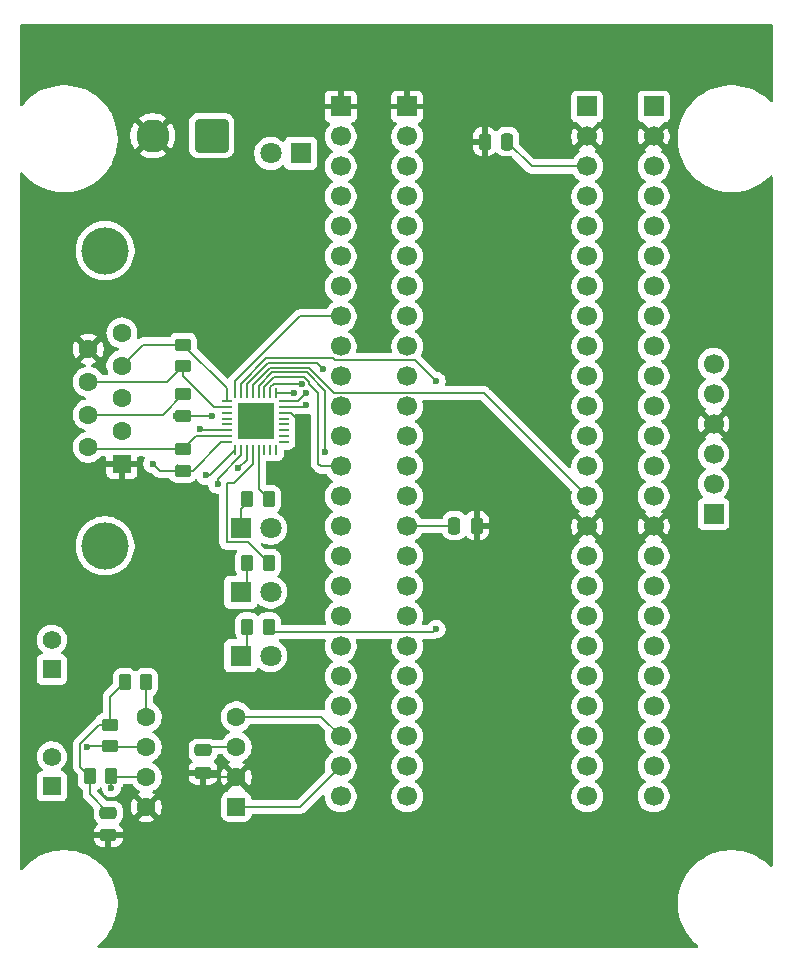
<source format=gbr>
%TF.GenerationSoftware,KiCad,Pcbnew,9.0.5*%
%TF.CreationDate,2025-10-05T20:42:35-05:00*%
%TF.ProjectId,ATO-Encoder-PCB,41544f2d-456e-4636-9f64-65722d504342,rev?*%
%TF.SameCoordinates,Original*%
%TF.FileFunction,Copper,L2,Bot*%
%TF.FilePolarity,Positive*%
%FSLAX46Y46*%
G04 Gerber Fmt 4.6, Leading zero omitted, Abs format (unit mm)*
G04 Created by KiCad (PCBNEW 9.0.5) date 2025-10-05 20:42:35*
%MOMM*%
%LPD*%
G01*
G04 APERTURE LIST*
G04 Aperture macros list*
%AMRoundRect*
0 Rectangle with rounded corners*
0 $1 Rounding radius*
0 $2 $3 $4 $5 $6 $7 $8 $9 X,Y pos of 4 corners*
0 Add a 4 corners polygon primitive as box body*
4,1,4,$2,$3,$4,$5,$6,$7,$8,$9,$2,$3,0*
0 Add four circle primitives for the rounded corners*
1,1,$1+$1,$2,$3*
1,1,$1+$1,$4,$5*
1,1,$1+$1,$6,$7*
1,1,$1+$1,$8,$9*
0 Add four rect primitives between the rounded corners*
20,1,$1+$1,$2,$3,$4,$5,0*
20,1,$1+$1,$4,$5,$6,$7,0*
20,1,$1+$1,$6,$7,$8,$9,0*
20,1,$1+$1,$8,$9,$2,$3,0*%
%AMFreePoly0*
4,1,14,0.106694,0.394194,0.125000,0.350000,0.125000,-0.350000,0.106694,-0.394194,0.062500,-0.412500,-0.062500,-0.412500,-0.106694,-0.394194,-0.125000,-0.350000,-0.125000,0.296612,-0.106694,0.340806,-0.053306,0.394194,-0.009112,0.412500,0.062500,0.412500,0.106694,0.394194,0.106694,0.394194,$1*%
%AMFreePoly1*
4,1,14,0.053306,0.394194,0.106694,0.340806,0.125000,0.296612,0.125000,-0.350000,0.106694,-0.394194,0.062500,-0.412500,-0.062500,-0.412500,-0.106694,-0.394194,-0.125000,-0.350000,-0.125000,0.350000,-0.106694,0.394194,-0.062500,0.412500,0.009112,0.412500,0.053306,0.394194,0.053306,0.394194,$1*%
%AMFreePoly2*
4,1,14,0.394194,0.106694,0.412500,0.062500,0.412500,-0.062500,0.394194,-0.106694,0.350000,-0.125000,-0.296612,-0.125000,-0.340806,-0.106694,-0.394194,-0.053306,-0.412500,-0.009112,-0.412500,0.062500,-0.394194,0.106694,-0.350000,0.125000,0.350000,0.125000,0.394194,0.106694,0.394194,0.106694,$1*%
%AMFreePoly3*
4,1,14,0.394194,0.106694,0.412500,0.062500,0.412500,-0.062500,0.394194,-0.106694,0.350000,-0.125000,-0.350000,-0.125000,-0.394194,-0.106694,-0.412500,-0.062500,-0.412500,0.009112,-0.394194,0.053306,-0.340806,0.106694,-0.296612,0.125000,0.350000,0.125000,0.394194,0.106694,0.394194,0.106694,$1*%
%AMFreePoly4*
4,1,14,0.106694,0.394194,0.125000,0.350000,0.125000,-0.296612,0.106694,-0.340806,0.053306,-0.394194,0.009112,-0.412500,-0.062500,-0.412500,-0.106694,-0.394194,-0.125000,-0.350000,-0.125000,0.350000,-0.106694,0.394194,-0.062500,0.412500,0.062500,0.412500,0.106694,0.394194,0.106694,0.394194,$1*%
%AMFreePoly5*
4,1,14,0.106694,0.394194,0.125000,0.350000,0.125000,-0.350000,0.106694,-0.394194,0.062500,-0.412500,-0.009112,-0.412500,-0.053306,-0.394194,-0.106694,-0.340806,-0.125000,-0.296612,-0.125000,0.350000,-0.106694,0.394194,-0.062500,0.412500,0.062500,0.412500,0.106694,0.394194,0.106694,0.394194,$1*%
%AMFreePoly6*
4,1,14,0.340806,0.106694,0.394194,0.053306,0.412500,0.009112,0.412500,-0.062500,0.394194,-0.106694,0.350000,-0.125000,-0.350000,-0.125000,-0.394194,-0.106694,-0.412500,-0.062500,-0.412500,0.062500,-0.394194,0.106694,-0.350000,0.125000,0.296612,0.125000,0.340806,0.106694,0.340806,0.106694,$1*%
%AMFreePoly7*
4,1,14,0.394194,0.106694,0.412500,0.062500,0.412500,-0.009112,0.394194,-0.053306,0.340806,-0.106694,0.296612,-0.125000,-0.350000,-0.125000,-0.394194,-0.106694,-0.412500,-0.062500,-0.412500,0.062500,-0.394194,0.106694,-0.350000,0.125000,0.350000,0.125000,0.394194,0.106694,0.394194,0.106694,$1*%
G04 Aperture macros list end*
%TA.AperFunction,ComponentPad*%
%ADD10R,1.800000X1.800000*%
%TD*%
%TA.AperFunction,ComponentPad*%
%ADD11C,1.800000*%
%TD*%
%TA.AperFunction,ComponentPad*%
%ADD12RoundRect,0.250001X1.149999X1.149999X-1.149999X1.149999X-1.149999X-1.149999X1.149999X-1.149999X0*%
%TD*%
%TA.AperFunction,ComponentPad*%
%ADD13C,2.800000*%
%TD*%
%TA.AperFunction,SMDPad,CuDef*%
%ADD14RoundRect,0.250000X0.250000X0.475000X-0.250000X0.475000X-0.250000X-0.475000X0.250000X-0.475000X0*%
%TD*%
%TA.AperFunction,SMDPad,CuDef*%
%ADD15RoundRect,0.250000X-0.250000X-0.475000X0.250000X-0.475000X0.250000X0.475000X-0.250000X0.475000X0*%
%TD*%
%TA.AperFunction,SMDPad,CuDef*%
%ADD16RoundRect,0.250000X0.262500X0.450000X-0.262500X0.450000X-0.262500X-0.450000X0.262500X-0.450000X0*%
%TD*%
%TA.AperFunction,HeatsinkPad*%
%ADD17R,3.100000X3.100000*%
%TD*%
%TA.AperFunction,SMDPad,CuDef*%
%ADD18FreePoly0,270.000000*%
%TD*%
%TA.AperFunction,SMDPad,CuDef*%
%ADD19RoundRect,0.062500X-0.350000X0.062500X-0.350000X-0.062500X0.350000X-0.062500X0.350000X0.062500X0*%
%TD*%
%TA.AperFunction,SMDPad,CuDef*%
%ADD20FreePoly1,270.000000*%
%TD*%
%TA.AperFunction,SMDPad,CuDef*%
%ADD21FreePoly2,270.000000*%
%TD*%
%TA.AperFunction,SMDPad,CuDef*%
%ADD22RoundRect,0.062500X-0.062500X0.350000X-0.062500X-0.350000X0.062500X-0.350000X0.062500X0.350000X0*%
%TD*%
%TA.AperFunction,SMDPad,CuDef*%
%ADD23FreePoly3,270.000000*%
%TD*%
%TA.AperFunction,SMDPad,CuDef*%
%ADD24FreePoly4,270.000000*%
%TD*%
%TA.AperFunction,SMDPad,CuDef*%
%ADD25FreePoly5,270.000000*%
%TD*%
%TA.AperFunction,SMDPad,CuDef*%
%ADD26FreePoly6,270.000000*%
%TD*%
%TA.AperFunction,SMDPad,CuDef*%
%ADD27FreePoly7,270.000000*%
%TD*%
%TA.AperFunction,ComponentPad*%
%ADD28RoundRect,0.250000X0.550000X0.550000X-0.550000X0.550000X-0.550000X-0.550000X0.550000X-0.550000X0*%
%TD*%
%TA.AperFunction,ComponentPad*%
%ADD29C,1.600000*%
%TD*%
%TA.AperFunction,ComponentPad*%
%ADD30R,1.575000X1.575000*%
%TD*%
%TA.AperFunction,ComponentPad*%
%ADD31C,1.575000*%
%TD*%
%TA.AperFunction,ComponentPad*%
%ADD32C,1.700000*%
%TD*%
%TA.AperFunction,ComponentPad*%
%ADD33R,1.700000X1.700000*%
%TD*%
%TA.AperFunction,SMDPad,CuDef*%
%ADD34RoundRect,0.250000X0.475000X-0.250000X0.475000X0.250000X-0.475000X0.250000X-0.475000X-0.250000X0*%
%TD*%
%TA.AperFunction,SMDPad,CuDef*%
%ADD35RoundRect,0.250000X-0.475000X0.250000X-0.475000X-0.250000X0.475000X-0.250000X0.475000X0.250000X0*%
%TD*%
%TA.AperFunction,SMDPad,CuDef*%
%ADD36RoundRect,0.250000X0.450000X-0.262500X0.450000X0.262500X-0.450000X0.262500X-0.450000X-0.262500X0*%
%TD*%
%TA.AperFunction,SMDPad,CuDef*%
%ADD37RoundRect,0.250000X-0.450000X0.262500X-0.450000X-0.262500X0.450000X-0.262500X0.450000X0.262500X0*%
%TD*%
%TA.AperFunction,SMDPad,CuDef*%
%ADD38RoundRect,0.250000X-0.262500X-0.450000X0.262500X-0.450000X0.262500X0.450000X-0.262500X0.450000X0*%
%TD*%
%TA.AperFunction,ComponentPad*%
%ADD39R,1.600000X1.600000*%
%TD*%
%TA.AperFunction,ComponentPad*%
%ADD40C,4.000000*%
%TD*%
%TA.AperFunction,ViaPad*%
%ADD41C,0.600000*%
%TD*%
%TA.AperFunction,Conductor*%
%ADD42C,0.200000*%
%TD*%
G04 APERTURE END LIST*
D10*
%TO.P,D4,1,K*%
%TO.N,Net-(D4-K)*%
X155526326Y-56729615D03*
D11*
%TO.P,D4,2,A*%
%TO.N,+5V*%
X152986326Y-56729615D03*
%TD*%
D10*
%TO.P,D3,1,K*%
%TO.N,Net-(D3-K)*%
X150450996Y-99271292D03*
D11*
%TO.P,D3,2,A*%
%TO.N,+5V*%
X152990996Y-99271292D03*
%TD*%
D10*
%TO.P,D2,1,K*%
%TO.N,Net-(D2-K)*%
X150450996Y-93871292D03*
D11*
%TO.P,D2,2,A*%
%TO.N,+5V*%
X152990996Y-93871292D03*
%TD*%
D10*
%TO.P,D1,1,K*%
%TO.N,Net-(D1-K)*%
X150450996Y-88471292D03*
D11*
%TO.P,D1,2,A*%
%TO.N,+5V*%
X152990996Y-88471292D03*
%TD*%
D12*
%TO.P,J5,1,Pin_1*%
%TO.N,+5V*%
X147999999Y-55237433D03*
D13*
%TO.P,J5,2,Pin_2*%
%TO.N,GND*%
X142999999Y-55237433D03*
%TD*%
D14*
%TO.P,C3,1,1*%
%TO.N,GND*%
X170450000Y-88250000D03*
%TO.P,C3,2,2*%
%TO.N,/3v3*%
X168550000Y-88250000D03*
%TD*%
D15*
%TO.P,C4,1,1*%
%TO.N,GND*%
X171100000Y-55750000D03*
%TO.P,C4,2,2*%
%TO.N,/3v3*%
X173000000Y-55750000D03*
%TD*%
D16*
%TO.P,R9,2*%
%TO.N,Net-(D3-K)*%
X151000000Y-96800000D03*
%TO.P,R9,1*%
%TO.N,Net-(U1-~{AFAULT})*%
X152825000Y-96800000D03*
%TD*%
%TO.P,R6,2*%
%TO.N,Net-(D2-K)*%
X151000000Y-91400000D03*
%TO.P,R6,1*%
%TO.N,Net-(U1-~{BFAULT})*%
X152825000Y-91400000D03*
%TD*%
%TO.P,R4,2*%
%TO.N,Net-(D1-K)*%
X151000000Y-86000000D03*
%TO.P,R4,1*%
%TO.N,Net-(U1-~{ZFAULT})*%
X152825000Y-86000000D03*
%TD*%
D17*
%TO.P,U1,33*%
%TO.N,N/C*%
X151712927Y-79428453D03*
D18*
%TO.P,U1,32,A*%
%TO.N,Net-(U1-A)*%
X149275427Y-77678453D03*
D19*
%TO.P,U1,31,~{A}*%
%TO.N,Net-(U1-~{A})*%
X149275427Y-78178453D03*
%TO.P,U1,30*%
%TO.N,N/C*%
X149275427Y-78678453D03*
%TO.P,U1,29*%
X149275427Y-79178453D03*
%TO.P,U1,28*%
X149275427Y-79678453D03*
%TO.P,U1,27,V_{CC}*%
%TO.N,+5V*%
X149275427Y-80178453D03*
%TO.P,U1,26,~{Z}*%
%TO.N,Net-(U1-~{Z})*%
X149275427Y-80678453D03*
D20*
%TO.P,U1,25,Z*%
%TO.N,Net-(U1-Z)*%
X149275427Y-81178453D03*
D21*
%TO.P,U1,24,ZO*%
%TO.N,ZO*%
X149962927Y-81865953D03*
D22*
%TO.P,U1,23,SPI*%
%TO.N,SPI*%
X150462927Y-81865953D03*
%TO.P,U1,22,V_{L}*%
%TO.N,/3v3*%
X150962927Y-81865953D03*
%TO.P,U1,21,~{BFAULT}*%
%TO.N,Net-(U1-~{BFAULT})*%
X151462927Y-81865953D03*
%TO.P,U1,20,~{ZFAULT}*%
%TO.N,Net-(U1-~{ZFAULT})*%
X151962927Y-81865953D03*
%TO.P,U1,19*%
%TO.N,N/C*%
X152462927Y-81865953D03*
%TO.P,U1,18*%
X152962927Y-81865953D03*
D23*
%TO.P,U1,17,YO*%
%TO.N,unconnected-(U1-YO-Pad17)*%
X153462927Y-81865953D03*
D24*
%TO.P,U1,16*%
%TO.N,N/C*%
X154150427Y-81178453D03*
D19*
%TO.P,U1,15*%
X154150427Y-80678453D03*
%TO.P,U1,14*%
X154150427Y-80178453D03*
%TO.P,U1,13*%
X154150427Y-79678453D03*
%TO.P,U1,12*%
X154150427Y-79178453D03*
%TO.P,U1,11,GND*%
%TO.N,GND*%
X154150427Y-78678453D03*
%TO.P,U1,10,~{B}*%
%TO.N,Net-(U1-~{B})*%
X154150427Y-78178453D03*
D25*
%TO.P,U1,9,B*%
%TO.N,Net-(U1-B)*%
X154150427Y-77678453D03*
D26*
%TO.P,U1,8,BO*%
%TO.N,BO*%
X153462927Y-76990953D03*
D22*
%TO.P,U1,7,~{IRQ}*%
%TO.N,Encoder Fault*%
X152962927Y-76990953D03*
%TO.P,U1,6,SDI*%
%TO.N,SDI*%
X152462927Y-76990953D03*
%TO.P,U1,5,CLK*%
%TO.N,SDO*%
X151962927Y-76990953D03*
%TO.P,U1,4,~{CS}*%
%TO.N,CLK*%
X151462927Y-76990953D03*
%TO.P,U1,3,SDO*%
%TO.N,CS*%
X150962927Y-76990953D03*
%TO.P,U1,2,~{AFAULT}*%
%TO.N,Net-(U1-~{AFAULT})*%
X150462927Y-76990953D03*
D27*
%TO.P,U1,1,AO*%
%TO.N,AO*%
X149962927Y-76990953D03*
%TD*%
D28*
%TO.P,IC1,1,TXD*%
%TO.N,/CTX3*%
X150078300Y-112054127D03*
D29*
%TO.P,IC1,2,VSS*%
%TO.N,GND*%
X150078300Y-109514127D03*
%TO.P,IC1,3,VDD*%
%TO.N,+5V*%
X150078300Y-106974127D03*
%TO.P,IC1,4,RXD*%
%TO.N,/CRX3*%
X150078300Y-104434127D03*
%TO.P,IC1,5,SPLIT*%
%TO.N,Net-(IC1-SPLIT)*%
X142458300Y-104434127D03*
%TO.P,IC1,6,CANL*%
%TO.N,/CANL3*%
X142458300Y-106974127D03*
%TO.P,IC1,7,CANH*%
%TO.N,/CANH3*%
X142458300Y-109514127D03*
%TO.P,IC1,8,STBY*%
%TO.N,GND*%
X142458300Y-112054127D03*
%TD*%
D30*
%TO.P,J3,1,1*%
%TO.N,/CANH3*%
X134453300Y-100419127D03*
D31*
%TO.P,J3,2,2*%
%TO.N,/CANL3*%
X134453300Y-97919127D03*
%TD*%
D32*
%TO.P,JP1,24,24*%
%TO.N,Net-(U$1-P32{slash}OUT1B)*%
X158915663Y-111177632D03*
%TO.P,JP1,23,23*%
%TO.N,/CTX3*%
X158915663Y-108637632D03*
%TO.P,JP1,22,22*%
%TO.N,/CRX3*%
X158915663Y-106097632D03*
%TO.P,JP1,21,21*%
%TO.N,Net-(U$1-P29{slash}PWM{slash}TX7)*%
X158915663Y-103557632D03*
%TO.P,JP1,20,20*%
%TO.N,Net-(U$1-P28{slash}PWM{slash}RX7)*%
X158915663Y-101017632D03*
%TO.P,JP1,19,19*%
%TO.N,Net-(U$1-P27{slash}SCK1{slash}A13)*%
X158915663Y-98477632D03*
%TO.P,JP1,18,18*%
%TO.N,SPI*%
X158915663Y-95937632D03*
%TO.P,JP1,17,17*%
%TO.N,ZO*%
X158915663Y-93397632D03*
%TO.P,JP1,16,16*%
%TO.N,Net-(U$1-P24{slash}PWM{slash}SCL2{slash}TX6{slash}A10)*%
X158915663Y-90857632D03*
%TO.P,JP1,15,15*%
%TO.N,/3v3*%
X158915663Y-88317632D03*
%TO.P,JP1,14,14*%
%TO.N,SDO*%
X158915663Y-85777632D03*
%TO.P,JP1,13,13*%
%TO.N,SDI*%
X158915663Y-83237632D03*
%TO.P,JP1,12,12*%
%TO.N,CS*%
X158915663Y-80697632D03*
%TO.P,JP1,11,11*%
%TO.N,Net-(U$1-P9{slash}PWM{slash}OUT1C)*%
X158915663Y-78157632D03*
%TO.P,JP1,10,10*%
%TO.N,Encoder Fault*%
X158915663Y-75617632D03*
%TO.P,JP1,9,9*%
%TO.N,BO*%
X158915663Y-73077632D03*
%TO.P,JP1,8,8*%
%TO.N,AO*%
X158915663Y-70537632D03*
%TO.P,JP1,7,7*%
%TO.N,Net-(U$1-P5{slash}PWM{slash}IN2)*%
X158915663Y-67997632D03*
%TO.P,JP1,6,6*%
%TO.N,Net-(U$1-P4{slash}PWM{slash}BCLK2)*%
X158915663Y-65457632D03*
%TO.P,JP1,5,5*%
%TO.N,Net-(U$1-P3{slash}PWM{slash}LRCLK2)*%
X158915663Y-62917632D03*
%TO.P,JP1,4,4*%
%TO.N,Net-(U$1-P2{slash}PWM{slash}OUT2)*%
X158915663Y-60377632D03*
%TO.P,JP1,3,3*%
%TO.N,/CTX2*%
X158915663Y-57837632D03*
%TO.P,JP1,2,2*%
%TO.N,/CRX2*%
X158915663Y-55297632D03*
D33*
%TO.P,JP1,1,1*%
%TO.N,GND*%
X158915663Y-52757632D03*
%TD*%
D32*
%TO.P,JP2,24,24*%
%TO.N,Net-(U$1-MCLK2{slash}PWM{slash}P33)*%
X185412783Y-111177632D03*
%TO.P,JP2,23,23*%
%TO.N,Net-(U$1-RX8{slash}P34)*%
X185412783Y-108637632D03*
%TO.P,JP2,22,22*%
%TO.N,Net-(U$1-TX8{slash}P35)*%
X185412783Y-106097632D03*
%TO.P,JP2,21,21*%
%TO.N,Net-(U$1-CS{slash}PWM{slash}P36)*%
X185412783Y-103557632D03*
%TO.P,JP2,20,20*%
%TO.N,Net-(U$1-CS{slash}PWM{slash}P37)*%
X185412783Y-101017632D03*
%TO.P,JP2,19,19*%
%TO.N,Net-(U$1-IN1{slash}CS1{slash}A14{slash}P38)*%
X185412783Y-98477632D03*
%TO.P,JP2,18,18*%
%TO.N,Net-(U$1-OUT1A{slash}MISO1{slash}A15{slash}P39)*%
X185412783Y-95937632D03*
%TO.P,JP2,17,17*%
%TO.N,Net-(U$1-A16{slash}P40)*%
X185412783Y-93397632D03*
%TO.P,JP2,16,16*%
%TO.N,Net-(U$1-A17{slash}P41)*%
X185412783Y-90857632D03*
%TO.P,JP2,15,15*%
%TO.N,GND*%
X185412783Y-88317632D03*
%TO.P,JP2,14,14*%
%TO.N,CLK*%
X185412783Y-85777632D03*
%TO.P,JP2,13,13*%
%TO.N,Net-(U$1-PWM{slash}S{slash}PDIF-OUT{slash}TX3{slash}A0{slash}P14)*%
X185412783Y-83237632D03*
%TO.P,JP2,12,12*%
%TO.N,Net-(U$1-PWM{slash}S{slash}PDIF-IN{slash}RX3{slash}A1{slash}P15)*%
X185412783Y-80697632D03*
%TO.P,JP2,11,11*%
%TO.N,Net-(U$1-SCL1{slash}RX4{slash}A2{slash}P16)*%
X185412783Y-78157632D03*
%TO.P,JP2,10,10*%
%TO.N,Net-(U$1-SDA1{slash}TX4{slash}A3{slash}P17)*%
X185412783Y-75617632D03*
%TO.P,JP2,9,9*%
%TO.N,SDA*%
X185412783Y-73077632D03*
%TO.P,JP2,8,8*%
%TO.N,SCL*%
X185412783Y-70537632D03*
%TO.P,JP2,7,7*%
%TO.N,Net-(U$1-LRCLK1{slash}TX5{slash}A6{slash}P20)*%
X185412783Y-67997632D03*
%TO.P,JP2,6,6*%
%TO.N,Net-(U$1-BLCK1{slash}RX5{slash}A7{slash}P21)*%
X185412783Y-65457632D03*
%TO.P,JP2,5,5*%
%TO.N,Net-(U$1-PWM{slash}CTX1{slash}A8{slash}P22)*%
X185412783Y-62917632D03*
%TO.P,JP2,4,4*%
%TO.N,Net-(U$1-PWM{slash}MCLK1{slash}CRX1{slash}A9{slash}P23)*%
X185412783Y-60377632D03*
%TO.P,JP2,3,3*%
%TO.N,/3v3*%
X185412783Y-57837632D03*
%TO.P,JP2,2,2*%
%TO.N,GND*%
X185412783Y-55297632D03*
D33*
%TO.P,JP2,1,1*%
%TO.N,+5V*%
X185412783Y-52757632D03*
%TD*%
D30*
%TO.P,J2,1,1*%
%TO.N,/CANH3*%
X134453300Y-110301627D03*
D31*
%TO.P,J2,2,2*%
%TO.N,/CANL3*%
X134453300Y-107801627D03*
%TD*%
D33*
%TO.P,U$1,P47,VIN*%
%TO.N,+5V*%
X179789223Y-52757632D03*
D32*
%TO.P,U$1,P46,GND@3*%
%TO.N,GND*%
X179789223Y-55297632D03*
%TO.P,U$1,P45,3V3@2*%
%TO.N,/3v3*%
X179789223Y-57837632D03*
%TO.P,U$1,P44,PWM/MCLK1/CRX1/A9/P23*%
%TO.N,Net-(U$1-PWM{slash}MCLK1{slash}CRX1{slash}A9{slash}P23)*%
X179789223Y-60377632D03*
%TO.P,U$1,P43,PWM/CTX1/A8/P22*%
%TO.N,Net-(U$1-PWM{slash}CTX1{slash}A8{slash}P22)*%
X179789223Y-62917632D03*
%TO.P,U$1,P42,BLCK1/RX5/A7/P21*%
%TO.N,Net-(U$1-BLCK1{slash}RX5{slash}A7{slash}P21)*%
X179789223Y-65457632D03*
%TO.P,U$1,P41,LRCLK1/TX5/A6/P20*%
%TO.N,Net-(U$1-LRCLK1{slash}TX5{slash}A6{slash}P20)*%
X179789223Y-67997632D03*
%TO.P,U$1,P40,PWM/SCL/A5/P19*%
%TO.N,SCL*%
X179789223Y-70537632D03*
%TO.P,U$1,P39,PWM/SDA/A4/P18*%
%TO.N,SDA*%
X179789223Y-73077632D03*
%TO.P,U$1,P38,SDA1/TX4/A3/P17*%
%TO.N,Net-(U$1-SDA1{slash}TX4{slash}A3{slash}P17)*%
X179789223Y-75617632D03*
%TO.P,U$1,P37,SCL1/RX4/A2/P16*%
%TO.N,Net-(U$1-SCL1{slash}RX4{slash}A2{slash}P16)*%
X179789223Y-78157632D03*
%TO.P,U$1,P36,PWM/S/PDIF-IN/RX3/A1/P15*%
%TO.N,Net-(U$1-PWM{slash}S{slash}PDIF-IN{slash}RX3{slash}A1{slash}P15)*%
X179789223Y-80697632D03*
%TO.P,U$1,P35,PWM/S/PDIF-OUT/TX3/A0/P14*%
%TO.N,Net-(U$1-PWM{slash}S{slash}PDIF-OUT{slash}TX3{slash}A0{slash}P14)*%
X179789223Y-83237632D03*
%TO.P,U$1,P34,PWM/SCK/(LED)P13*%
%TO.N,CLK*%
X179789223Y-85777632D03*
%TO.P,U$1,P33,GND@2*%
%TO.N,GND*%
X179789223Y-88317632D03*
%TO.P,U$1,P32,A17/P41*%
%TO.N,Net-(U$1-A17{slash}P41)*%
X179789223Y-90857632D03*
%TO.P,U$1,P31,A16/P40*%
%TO.N,Net-(U$1-A16{slash}P40)*%
X179789223Y-93397632D03*
%TO.P,U$1,P30,OUT1A/MISO1/A15/P39*%
%TO.N,Net-(U$1-OUT1A{slash}MISO1{slash}A15{slash}P39)*%
X179789223Y-95937632D03*
%TO.P,U$1,P29,IN1/CS1/A14/P38*%
%TO.N,Net-(U$1-IN1{slash}CS1{slash}A14{slash}P38)*%
X179789223Y-98477632D03*
%TO.P,U$1,P28,CS/PWM/P37*%
%TO.N,Net-(U$1-CS{slash}PWM{slash}P37)*%
X179789223Y-101017632D03*
%TO.P,U$1,P27,CS/PWM/P36*%
%TO.N,Net-(U$1-CS{slash}PWM{slash}P36)*%
X179789223Y-103557632D03*
%TO.P,U$1,P26,TX8/P35*%
%TO.N,Net-(U$1-TX8{slash}P35)*%
X179789223Y-106097632D03*
%TO.P,U$1,P25,RX8/P34*%
%TO.N,Net-(U$1-RX8{slash}P34)*%
X179789223Y-108637632D03*
%TO.P,U$1,P24,MCLK2/PWM/P33*%
%TO.N,Net-(U$1-MCLK2{slash}PWM{slash}P33)*%
X179789223Y-111177632D03*
%TO.P,U$1,P23,P32/OUT1B*%
%TO.N,Net-(U$1-P32{slash}OUT1B)*%
X164549223Y-111177632D03*
%TO.P,U$1,P22,P31/CTX3*%
%TO.N,/CTX3*%
X164549223Y-108637632D03*
%TO.P,U$1,P21,P30/CRX3*%
%TO.N,/CRX3*%
X164549223Y-106097632D03*
%TO.P,U$1,P20,P29/PWM/TX7*%
%TO.N,Net-(U$1-P29{slash}PWM{slash}TX7)*%
X164549223Y-103557632D03*
%TO.P,U$1,P19,P28/PWM/RX7*%
%TO.N,Net-(U$1-P28{slash}PWM{slash}RX7)*%
X164549223Y-101017632D03*
%TO.P,U$1,P18,P27/SCK1/A13*%
%TO.N,Net-(U$1-P27{slash}SCK1{slash}A13)*%
X164549223Y-98477632D03*
%TO.P,U$1,P17,P26/MOSI1/A12*%
%TO.N,SPI*%
X164549223Y-95937632D03*
%TO.P,U$1,P16,P25/PWM/SDA2/RX6/A11*%
%TO.N,ZO*%
X164549223Y-93397632D03*
%TO.P,U$1,P15,P24/PWM/SCL2/TX6/A10*%
%TO.N,Net-(U$1-P24{slash}PWM{slash}SCL2{slash}TX6{slash}A10)*%
X164549223Y-90857632D03*
%TO.P,U$1,P14,3V3@1*%
%TO.N,/3v3*%
X164549223Y-88317632D03*
%TO.P,U$1,P13,P12/PWM/MQSL/MISO*%
%TO.N,SDO*%
X164549223Y-85777632D03*
%TO.P,U$1,P12,P11/PWM/CTX1/MOSI*%
%TO.N,SDI*%
X164549223Y-83237632D03*
%TO.P,U$1,P11,P10/PWM/MQSR/CS*%
%TO.N,CS*%
X164549223Y-80697632D03*
%TO.P,U$1,P10,P9/PWM/OUT1C*%
%TO.N,Net-(U$1-P9{slash}PWM{slash}OUT1C)*%
X164549223Y-78157632D03*
%TO.P,U$1,P9,P8/PWM/IN1/TX2*%
%TO.N,Encoder Fault*%
X164549223Y-75617632D03*
%TO.P,U$1,P8,P7/PWM/OUT1A/RX2*%
%TO.N,BO*%
X164549223Y-73077632D03*
%TO.P,U$1,P7,P6/PWM/OUT1D*%
%TO.N,AO*%
X164549223Y-70537632D03*
%TO.P,U$1,P6,P5/PWM/IN2*%
%TO.N,Net-(U$1-P5{slash}PWM{slash}IN2)*%
X164549223Y-67997632D03*
%TO.P,U$1,P5,P4/PWM/BCLK2*%
%TO.N,Net-(U$1-P4{slash}PWM{slash}BCLK2)*%
X164549223Y-65457632D03*
%TO.P,U$1,P4,P3/PWM/LRCLK2*%
%TO.N,Net-(U$1-P3{slash}PWM{slash}LRCLK2)*%
X164549223Y-62917632D03*
%TO.P,U$1,P3,P2/PWM/OUT2*%
%TO.N,Net-(U$1-P2{slash}PWM{slash}OUT2)*%
X164549223Y-60377632D03*
%TO.P,U$1,P2,P1/PWM/CTX2/MISO1/TX1*%
%TO.N,/CTX2*%
X164549223Y-57837632D03*
%TO.P,U$1,P1,P0/PWM/CRX2/CS1/RX1*%
%TO.N,/CRX2*%
X164549223Y-55297632D03*
D33*
%TO.P,U$1,P0,GND@1*%
%TO.N,GND*%
X164549223Y-52757632D03*
%TD*%
D34*
%TO.P,C2,1,1*%
%TO.N,GND*%
X139239618Y-114450424D03*
%TO.P,C2,2,2*%
%TO.N,Net-(C2-Pad2)*%
X139239618Y-112550424D03*
%TD*%
D35*
%TO.P,C1,1,1*%
%TO.N,+5V*%
X147258300Y-107284127D03*
%TO.P,C1,2,2*%
%TO.N,GND*%
X147258300Y-109184127D03*
%TD*%
D36*
%TO.P,R8,1,1*%
%TO.N,/CANL3*%
X139358300Y-106934127D03*
%TO.P,R8,2,2*%
%TO.N,Net-(C2-Pad2)*%
X139358300Y-105109127D03*
%TD*%
%TO.P,R2,2*%
%TO.N,Net-(U1-~{B})*%
X145562635Y-77141425D03*
%TO.P,R2,1*%
%TO.N,Net-(U1-B)*%
X145562635Y-78966425D03*
%TD*%
D16*
%TO.P,R5,1,1*%
%TO.N,Net-(IC1-SPLIT)*%
X142458300Y-101484127D03*
%TO.P,R5,2,2*%
%TO.N,Net-(C2-Pad2)*%
X140633300Y-101484127D03*
%TD*%
D37*
%TO.P,R1,2*%
%TO.N,Net-(U1-Z)*%
X145537380Y-83612306D03*
%TO.P,R1,1*%
%TO.N,Net-(U1-~{Z})*%
X145537380Y-81787306D03*
%TD*%
D38*
%TO.P,R7,1,1*%
%TO.N,Net-(C2-Pad2)*%
X137683300Y-109484127D03*
%TO.P,R7,2,2*%
%TO.N,/CANH3*%
X139508300Y-109484127D03*
%TD*%
D37*
%TO.P,R3,2*%
%TO.N,Net-(U1-~{A})*%
X145562635Y-74741425D03*
%TO.P,R3,1*%
%TO.N,Net-(U1-A)*%
X145562635Y-72916425D03*
%TD*%
D32*
%TO.P,J4,6,Pin_6*%
%TO.N,/3v3*%
X190483771Y-74559001D03*
%TO.P,J4,5,Pin_5*%
%TO.N,unconnected-(J4-Pin_5-Pad5)*%
X190483771Y-77099001D03*
%TO.P,J4,4,Pin_4*%
%TO.N,GND*%
X190483771Y-79639001D03*
%TO.P,J4,3,Pin_3*%
%TO.N,SCL*%
X190483771Y-82179001D03*
%TO.P,J4,2,Pin_2*%
%TO.N,SDA*%
X190483771Y-84719001D03*
D33*
%TO.P,J4,1,Pin_1*%
%TO.N,unconnected-(J4-Pin_1-Pad1)*%
X190483771Y-87259001D03*
%TD*%
D29*
%TO.P,J1,9,9*%
%TO.N,GND*%
X137547520Y-73310021D03*
%TO.P,J1,8,8*%
%TO.N,Net-(U1-~{A})*%
X137547520Y-76080021D03*
%TO.P,J1,7,7*%
%TO.N,Net-(U1-~{B})*%
X137547520Y-78850021D03*
%TO.P,J1,6,6*%
%TO.N,Net-(U1-~{Z})*%
X137547520Y-81620021D03*
%TO.P,J1,5,5*%
%TO.N,+5V*%
X140387520Y-71925021D03*
%TO.P,J1,4,4*%
%TO.N,Net-(U1-A)*%
X140387520Y-74695021D03*
%TO.P,J1,3,3*%
%TO.N,Net-(U1-B)*%
X140387520Y-77465021D03*
%TO.P,J1,2,2*%
%TO.N,Net-(U1-Z)*%
X140387520Y-80235021D03*
D39*
%TO.P,J1,1,1*%
%TO.N,GND*%
X140387520Y-83005021D03*
D40*
%TO.P,J1,0*%
%TO.N,N/C*%
X138967520Y-89965021D03*
X138967520Y-64965021D03*
%TD*%
D41*
%TO.N,+5V*%
X147028252Y-80078453D03*
%TO.N,CS*%
X157459070Y-75017632D03*
%TO.N,Encoder Fault*%
X155600000Y-76279788D03*
%TO.N,SPI*%
X148500000Y-84750000D03*
%TO.N,/3v3*%
X150250000Y-83400000D03*
%TO.N,ZO*%
X147500000Y-84000000D03*
%TO.N,Net-(U1-~{AFAULT})*%
X167000000Y-97000000D03*
X167000000Y-76000000D03*
%TO.N,BO*%
X155000000Y-77000000D03*
%TO.N,SDO*%
X157600000Y-82000000D03*
%TO.N,Net-(U1-~{B})*%
X156000000Y-78000000D03*
%TO.N,Net-(U1-B)*%
X148000000Y-79000000D03*
%TO.N,Net-(U1-~{B})*%
X145562635Y-77141425D03*
%TO.N,Net-(U1-B)*%
X156000000Y-77000000D03*
%TO.N,Net-(U1-Z)*%
X143000000Y-83000000D03*
%TO.N,Net-(U1-B)*%
X145000000Y-79000000D03*
%TO.N,/CANH3*%
X139508300Y-110434127D03*
%TO.N,/CANL3*%
X137458300Y-106984127D03*
%TD*%
D42*
%TO.N,+5V*%
X149275427Y-80178453D02*
X147128252Y-80178453D01*
X147128252Y-80178453D02*
X147028252Y-80078453D01*
%TO.N,GND*%
X154678453Y-78678453D02*
X155250000Y-79250000D01*
X154150427Y-78678453D02*
X154678453Y-78678453D01*
%TO.N,Net-(U1-~{AFAULT})*%
X150462927Y-76990953D02*
X150462927Y-76215281D01*
X150462927Y-76215281D02*
X152612576Y-74065632D01*
X158275903Y-74065632D02*
X158438903Y-74228632D01*
X152612576Y-74065632D02*
X158275903Y-74065632D01*
X158438903Y-74228632D02*
X165228632Y-74228632D01*
X165228632Y-74228632D02*
X167000000Y-76000000D01*
%TO.N,CS*%
X152778676Y-74466632D02*
X156908070Y-74466632D01*
X156908070Y-74466632D02*
X157459070Y-75017632D01*
X150962927Y-76990953D02*
X150962927Y-76500000D01*
X150962927Y-76500000D02*
X150962927Y-76282381D01*
X150962927Y-76282381D02*
X152778676Y-74466632D01*
%TO.N,CLK*%
X151462927Y-76990953D02*
X151462927Y-76349481D01*
X151462927Y-76349481D02*
X152935620Y-74876788D01*
X156227827Y-74876788D02*
X158357671Y-77006632D01*
X152935620Y-74876788D02*
X156227827Y-74876788D01*
X171018223Y-77006632D02*
X179789223Y-85777632D01*
X158357671Y-77006632D02*
X171018223Y-77006632D01*
%TO.N,SDO*%
X151962927Y-76990953D02*
X151962927Y-76416581D01*
X151962927Y-76416581D02*
X153101720Y-75277788D01*
X156061727Y-75277788D02*
X157600000Y-76816061D01*
X153101720Y-75277788D02*
X156061727Y-75277788D01*
X157600000Y-76816061D02*
X157600000Y-82000000D01*
%TO.N,SDI*%
X152462927Y-76990953D02*
X152462927Y-76483681D01*
X152462927Y-76483681D02*
X153267820Y-75678788D01*
X156267453Y-76097298D02*
X156267453Y-76267453D01*
X153267820Y-75678788D02*
X155848943Y-75678788D01*
X155848943Y-75678788D02*
X156267453Y-76097298D01*
%TO.N,Encoder Fault*%
X152962927Y-76990953D02*
X152962927Y-76550781D01*
X155587665Y-76267453D02*
X155600000Y-76279788D01*
X153246255Y-76267453D02*
X155587665Y-76267453D01*
X152962927Y-76550781D02*
X153246255Y-76267453D01*
%TO.N,SPI*%
X148500000Y-84269052D02*
X148500000Y-84750000D01*
X150462927Y-82306125D02*
X148500000Y-84269052D01*
X150462927Y-81865953D02*
X150462927Y-82306125D01*
%TO.N,Net-(U1-~{BFAULT})*%
X151462927Y-81865953D02*
X151462927Y-83037016D01*
X149249996Y-84655182D02*
X149249996Y-89672292D01*
X151462927Y-83037016D02*
X149844761Y-84655182D01*
X149844761Y-84655182D02*
X149249996Y-84655182D01*
X149249996Y-89672292D02*
X151097292Y-89672292D01*
X151097292Y-89672292D02*
X152825000Y-91400000D01*
%TO.N,/3v3*%
X150962927Y-82687073D02*
X150250000Y-83400000D01*
X150962927Y-81865953D02*
X150962927Y-82687073D01*
%TO.N,ZO*%
X147828880Y-84000000D02*
X147500000Y-84000000D01*
X149962927Y-81865953D02*
X147828880Y-84000000D01*
%TO.N,Net-(U1-~{AFAULT})*%
X152825000Y-96800000D02*
X153275000Y-97250000D01*
X153275000Y-97250000D02*
X166750000Y-97250000D01*
X166750000Y-97250000D02*
X167000000Y-97000000D01*
%TO.N,Net-(D3-K)*%
X151000000Y-96800000D02*
X151000000Y-98722288D01*
X151000000Y-98722288D02*
X150450996Y-99271292D01*
%TO.N,Net-(D2-K)*%
X151000000Y-91400000D02*
X151000000Y-93322288D01*
X151000000Y-93322288D02*
X150450996Y-93871292D01*
%TO.N,Net-(D1-K)*%
X151000000Y-86000000D02*
X151000000Y-86250000D01*
X151000000Y-86250000D02*
X150450996Y-86799004D01*
X150450996Y-86799004D02*
X150450996Y-88471292D01*
%TO.N,/3v3*%
X173000000Y-55750000D02*
X175087632Y-57837632D01*
X175087632Y-57837632D02*
X179789223Y-57837632D01*
%TO.N,GND*%
X179721591Y-88250000D02*
X179789223Y-88317632D01*
%TO.N,/3v3*%
X168550000Y-88250000D02*
X164616855Y-88250000D01*
X164616855Y-88250000D02*
X164549223Y-88317632D01*
%TO.N,Net-(C2-Pad2)*%
X137683300Y-109484127D02*
X137683300Y-110994106D01*
X137683300Y-110994106D02*
X139239618Y-112550424D01*
%TO.N,GND*%
X147258300Y-109184127D02*
X146815873Y-109184127D01*
%TO.N,Net-(U1-A)*%
X149275427Y-77678453D02*
X149275427Y-76629217D01*
X149275427Y-76629217D02*
X145562635Y-72916425D01*
%TO.N,AO*%
X149962927Y-76990953D02*
X149962927Y-76037073D01*
X149962927Y-76037073D02*
X155462368Y-70537632D01*
X155462368Y-70537632D02*
X158915663Y-70537632D01*
%TO.N,BO*%
X154990953Y-76990953D02*
X155000000Y-77000000D01*
X153462927Y-76990953D02*
X154990953Y-76990953D01*
%TO.N,Net-(U1-~{ZFAULT})*%
X151962927Y-81865953D02*
X151962927Y-85137927D01*
X151962927Y-85137927D02*
X152825000Y-86000000D01*
%TO.N,CS*%
X150962927Y-76500000D02*
X150962927Y-76361355D01*
%TO.N,SDI*%
X157237632Y-83237632D02*
X158915663Y-83237632D01*
X156267453Y-76267453D02*
X157000000Y-77000000D01*
X157000000Y-77000000D02*
X157000000Y-83000000D01*
X157000000Y-83000000D02*
X157237632Y-83237632D01*
%TO.N,Net-(U1-~{B})*%
X155821547Y-78178453D02*
X154150427Y-78178453D01*
X156000000Y-78000000D02*
X155821547Y-78178453D01*
%TO.N,Net-(U1-B)*%
X148000000Y-79000000D02*
X147966425Y-78966425D01*
X147966425Y-78966425D02*
X145562635Y-78966425D01*
%TO.N,Net-(U1-~{B})*%
X145562635Y-77141425D02*
X145704060Y-77000000D01*
%TO.N,Net-(U1-B)*%
X155321547Y-77678453D02*
X156000000Y-77000000D01*
X154150427Y-77678453D02*
X155321547Y-77678453D01*
%TO.N,Net-(U1-Z)*%
X143612306Y-83612306D02*
X143000000Y-83000000D01*
X145537380Y-83612306D02*
X143612306Y-83612306D01*
%TO.N,Net-(U1-~{Z})*%
X145537380Y-81787306D02*
X137714805Y-81787306D01*
X137714805Y-81787306D02*
X137547520Y-81620021D01*
%TO.N,Net-(U1-Z)*%
X145537380Y-83612306D02*
X146387694Y-83612306D01*
X146387694Y-83612306D02*
X148821547Y-81178453D01*
X148821547Y-81178453D02*
X149275427Y-81178453D01*
%TO.N,Net-(U1-~{Z})*%
X145537380Y-81787306D02*
X146646233Y-80678453D01*
X146646233Y-80678453D02*
X149275427Y-80678453D01*
%TO.N,Net-(U1-Z)*%
X145174408Y-83975278D02*
X145537380Y-83612306D01*
X145537380Y-83612306D02*
X145078805Y-83153731D01*
%TO.N,Net-(U1-~{B})*%
X145562635Y-77141425D02*
X143854039Y-78850021D01*
X143854039Y-78850021D02*
X137547520Y-78850021D01*
%TO.N,Net-(U1-B)*%
X145033575Y-78966425D02*
X145000000Y-79000000D01*
X145562635Y-78966425D02*
X145033575Y-78966425D01*
%TO.N,Net-(U1-~{A})*%
X145562635Y-74741425D02*
X144224039Y-76080021D01*
X144224039Y-76080021D02*
X137547520Y-76080021D01*
%TO.N,Net-(U1-A)*%
X145562635Y-72916425D02*
X142166116Y-72916425D01*
X142166116Y-72916425D02*
X140387520Y-74695021D01*
%TO.N,/CTX3*%
X150078300Y-112054127D02*
X155499168Y-112054127D01*
X155499168Y-112054127D02*
X158915663Y-108637632D01*
%TO.N,/CRX3*%
X150078300Y-104434127D02*
X157252158Y-104434127D01*
X157252158Y-104434127D02*
X158915663Y-106097632D01*
%TO.N,GND*%
X147588300Y-109514127D02*
X147258300Y-109184127D01*
X150078300Y-109514127D02*
X147588300Y-109514127D01*
%TO.N,+5V*%
X150078300Y-106974127D02*
X147568300Y-106974127D01*
X147568300Y-106974127D02*
X147258300Y-107284127D01*
%TO.N,Net-(C2-Pad2)*%
X139358300Y-105109127D02*
X139358300Y-102759127D01*
X136857300Y-106735184D02*
X138483357Y-105109127D01*
X136857300Y-108658127D02*
X136857300Y-106735184D01*
X137683300Y-109484127D02*
X136857300Y-108658127D01*
X139358300Y-102759127D02*
X140633300Y-101484127D01*
X138483357Y-105109127D02*
X139358300Y-105109127D01*
%TO.N,/CANL3*%
X137508300Y-106934127D02*
X137458300Y-106984127D01*
X139398300Y-106974127D02*
X139358300Y-106934127D01*
X142458300Y-106974127D02*
X139398300Y-106974127D01*
X139358300Y-106934127D02*
X137508300Y-106934127D01*
%TO.N,Net-(IC1-SPLIT)*%
X142458300Y-104434127D02*
X142458300Y-101484127D01*
%TO.N,/CANH3*%
X139538300Y-109514127D02*
X139508300Y-109484127D01*
X142458300Y-109514127D02*
X139538300Y-109514127D01*
X139508300Y-109484127D02*
X139508300Y-110434127D01*
%TO.N,Net-(U1-~{A})*%
X145562635Y-75562635D02*
X145562635Y-74741425D01*
X148178453Y-78178453D02*
X145562635Y-75562635D01*
X149275427Y-78178453D02*
X148178453Y-78178453D01*
%TD*%
%TA.AperFunction,Conductor*%
%TO.N,GND*%
G36*
X157019100Y-105054312D02*
G01*
X157039742Y-105070946D01*
X157581904Y-105613108D01*
X157615389Y-105674431D01*
X157612155Y-105739105D01*
X157598416Y-105781389D01*
X157565163Y-105991345D01*
X157565163Y-106203918D01*
X157589118Y-106355167D01*
X157598417Y-106413875D01*
X157661488Y-106607988D01*
X157664107Y-106616046D01*
X157760614Y-106805452D01*
X157885553Y-106977418D01*
X158035876Y-107127741D01*
X158207845Y-107252682D01*
X158216609Y-107257148D01*
X158267405Y-107305123D01*
X158284199Y-107372944D01*
X158261661Y-107439079D01*
X158216609Y-107478116D01*
X158207845Y-107482581D01*
X158035876Y-107607522D01*
X157885553Y-107757845D01*
X157760614Y-107929811D01*
X157664107Y-108119217D01*
X157598416Y-108321392D01*
X157565163Y-108531345D01*
X157565163Y-108743918D01*
X157598417Y-108953876D01*
X157598417Y-108953879D01*
X157612154Y-108996155D01*
X157614149Y-109065996D01*
X157581904Y-109122154D01*
X155286752Y-111417308D01*
X155225429Y-111450793D01*
X155199071Y-111453627D01*
X151490463Y-111453627D01*
X151423424Y-111433942D01*
X151377669Y-111381138D01*
X151369211Y-111355586D01*
X151368300Y-111351334D01*
X151361713Y-111331455D01*
X151313114Y-111184793D01*
X151221012Y-111035471D01*
X151096956Y-110911415D01*
X151004188Y-110854196D01*
X150947636Y-110819314D01*
X150947635Y-110819313D01*
X150947634Y-110819313D01*
X150865143Y-110791978D01*
X150807698Y-110752204D01*
X150780876Y-110687688D01*
X150793191Y-110618913D01*
X150803156Y-110607145D01*
X150804221Y-110593601D01*
X150124747Y-109914127D01*
X150130961Y-109914127D01*
X150232694Y-109886868D01*
X150323906Y-109834207D01*
X150398380Y-109759733D01*
X150451041Y-109668521D01*
X150478300Y-109566788D01*
X150478300Y-109560574D01*
X151157774Y-110240048D01*
X151190159Y-110195476D01*
X151283055Y-110013158D01*
X151346290Y-109818544D01*
X151378300Y-109616444D01*
X151378300Y-109411809D01*
X151346290Y-109209709D01*
X151283055Y-109015095D01*
X151190159Y-108832777D01*
X151157774Y-108788204D01*
X151157774Y-108788203D01*
X150478300Y-109467678D01*
X150478300Y-109461466D01*
X150451041Y-109359733D01*
X150398380Y-109268521D01*
X150323906Y-109194047D01*
X150232694Y-109141386D01*
X150130961Y-109114127D01*
X150124746Y-109114127D01*
X150804222Y-108434651D01*
X150804221Y-108434650D01*
X150759659Y-108402274D01*
X150759650Y-108402268D01*
X150666669Y-108354892D01*
X150615873Y-108306917D01*
X150599078Y-108239096D01*
X150621615Y-108172962D01*
X150666670Y-108133922D01*
X150667220Y-108133642D01*
X150759910Y-108086414D01*
X150875018Y-108002784D01*
X150925513Y-107966098D01*
X150925515Y-107966095D01*
X150925519Y-107966093D01*
X151070266Y-107821346D01*
X151070268Y-107821342D01*
X151070271Y-107821340D01*
X151163133Y-107693524D01*
X151190587Y-107655737D01*
X151283520Y-107473346D01*
X151346777Y-107278661D01*
X151378800Y-107076479D01*
X151378800Y-106871775D01*
X151359246Y-106748317D01*
X151346777Y-106669592D01*
X151306405Y-106545342D01*
X151283520Y-106474908D01*
X151283518Y-106474905D01*
X151283518Y-106474903D01*
X151249803Y-106408734D01*
X151190587Y-106292517D01*
X151182856Y-106281876D01*
X151070271Y-106126913D01*
X150925513Y-105982155D01*
X150759914Y-105861842D01*
X150717602Y-105840283D01*
X150667217Y-105814610D01*
X150616423Y-105766638D01*
X150599628Y-105698817D01*
X150622165Y-105632682D01*
X150667217Y-105593643D01*
X150759910Y-105546414D01*
X150790180Y-105524422D01*
X150925513Y-105426098D01*
X150925515Y-105426095D01*
X150925519Y-105426093D01*
X151070266Y-105281346D01*
X151070268Y-105281342D01*
X151070271Y-105281340D01*
X151190584Y-105115741D01*
X151190585Y-105115740D01*
X151190587Y-105115737D01*
X151197417Y-105102331D01*
X151245391Y-105051536D01*
X151307902Y-105034627D01*
X156952061Y-105034627D01*
X157019100Y-105054312D01*
G37*
%TD.AperFunction*%
%TA.AperFunction,Conductor*%
G36*
X195422539Y-45790185D02*
G01*
X195468294Y-45842989D01*
X195479500Y-45894500D01*
X195479500Y-52286688D01*
X195459815Y-52353727D01*
X195407011Y-52399482D01*
X195337853Y-52409426D01*
X195274297Y-52380401D01*
X195267819Y-52374369D01*
X195057729Y-52164279D01*
X194755260Y-51910476D01*
X194431839Y-51684015D01*
X194431828Y-51684008D01*
X194431822Y-51684004D01*
X194199870Y-51550086D01*
X194089884Y-51486585D01*
X194089869Y-51486577D01*
X193732037Y-51319718D01*
X193732035Y-51319717D01*
X193732028Y-51319714D01*
X193360997Y-51184669D01*
X193360996Y-51184668D01*
X193360986Y-51184665D01*
X192979614Y-51082478D01*
X192979617Y-51082478D01*
X192979607Y-51082476D01*
X192979601Y-51082474D01*
X192979597Y-51082474D01*
X192590767Y-51013913D01*
X192197425Y-50979500D01*
X192197422Y-50979500D01*
X191802578Y-50979500D01*
X191802574Y-50979500D01*
X191409234Y-51013913D01*
X191409230Y-51013913D01*
X191020402Y-51082474D01*
X191020385Y-51082478D01*
X190639013Y-51184665D01*
X190453487Y-51252191D01*
X190267972Y-51319714D01*
X190267968Y-51319715D01*
X190267962Y-51319718D01*
X189910130Y-51486577D01*
X189910115Y-51486585D01*
X189568186Y-51683999D01*
X189568160Y-51684015D01*
X189244739Y-51910476D01*
X188942270Y-52164279D01*
X188663079Y-52443470D01*
X188409276Y-52745939D01*
X188182815Y-53069360D01*
X188182799Y-53069386D01*
X187985385Y-53411315D01*
X187985377Y-53411330D01*
X187818518Y-53769162D01*
X187818515Y-53769168D01*
X187818514Y-53769172D01*
X187750991Y-53954687D01*
X187683465Y-54140213D01*
X187581278Y-54521585D01*
X187581274Y-54521602D01*
X187512713Y-54910430D01*
X187512713Y-54910434D01*
X187478300Y-55303774D01*
X187478300Y-55698625D01*
X187512713Y-56091965D01*
X187512713Y-56091969D01*
X187581274Y-56480797D01*
X187581278Y-56480814D01*
X187683465Y-56862186D01*
X187683468Y-56862196D01*
X187683469Y-56862197D01*
X187818514Y-57233228D01*
X187818517Y-57233235D01*
X187818518Y-57233237D01*
X187985377Y-57591069D01*
X187985385Y-57591084D01*
X188056467Y-57714201D01*
X188182804Y-57933022D01*
X188182808Y-57933028D01*
X188182815Y-57933039D01*
X188409276Y-58256460D01*
X188592725Y-58475085D01*
X188663077Y-58558927D01*
X188942273Y-58838123D01*
X189068035Y-58943650D01*
X189244739Y-59091923D01*
X189568160Y-59318384D01*
X189568167Y-59318388D01*
X189568178Y-59318396D01*
X189878983Y-59497840D01*
X189910115Y-59515814D01*
X189910130Y-59515822D01*
X190069166Y-59589981D01*
X190267972Y-59682686D01*
X190639003Y-59817731D01*
X190639009Y-59817732D01*
X190639013Y-59817734D01*
X190742872Y-59845562D01*
X191020393Y-59919924D01*
X191409237Y-59988487D01*
X191802576Y-60022899D01*
X191802577Y-60022900D01*
X191802578Y-60022900D01*
X192197423Y-60022900D01*
X192197423Y-60022899D01*
X192590763Y-59988487D01*
X192979607Y-59919924D01*
X193360997Y-59817731D01*
X193732028Y-59682686D01*
X194089878Y-59515818D01*
X194431822Y-59318396D01*
X194755259Y-59091924D01*
X195057727Y-58838123D01*
X195267819Y-58628031D01*
X195329142Y-58594546D01*
X195398834Y-58599530D01*
X195454767Y-58641402D01*
X195479184Y-58706866D01*
X195479500Y-58715712D01*
X195479500Y-117034288D01*
X195459815Y-117101327D01*
X195407011Y-117147082D01*
X195337853Y-117157026D01*
X195274297Y-117128001D01*
X195267819Y-117121969D01*
X195057729Y-116911879D01*
X194755260Y-116658076D01*
X194431839Y-116431615D01*
X194431828Y-116431608D01*
X194431822Y-116431604D01*
X194330226Y-116372947D01*
X194089884Y-116234185D01*
X194089869Y-116234177D01*
X193732037Y-116067318D01*
X193732035Y-116067317D01*
X193732028Y-116067314D01*
X193360997Y-115932269D01*
X193360996Y-115932268D01*
X193360986Y-115932265D01*
X192979614Y-115830078D01*
X192979617Y-115830078D01*
X192979607Y-115830076D01*
X192979601Y-115830074D01*
X192979597Y-115830074D01*
X192590767Y-115761513D01*
X192197425Y-115727100D01*
X192197422Y-115727100D01*
X191802578Y-115727100D01*
X191802574Y-115727100D01*
X191409234Y-115761513D01*
X191409230Y-115761513D01*
X191020402Y-115830074D01*
X191020385Y-115830078D01*
X190639013Y-115932265D01*
X190453487Y-115999791D01*
X190267972Y-116067314D01*
X190267968Y-116067315D01*
X190267962Y-116067318D01*
X189910130Y-116234177D01*
X189910115Y-116234185D01*
X189568186Y-116431599D01*
X189568160Y-116431615D01*
X189244739Y-116658076D01*
X188942270Y-116911879D01*
X188663079Y-117191070D01*
X188409276Y-117493539D01*
X188182815Y-117816960D01*
X188182799Y-117816986D01*
X187985385Y-118158915D01*
X187985377Y-118158930D01*
X187818518Y-118516762D01*
X187683465Y-118887813D01*
X187581278Y-119269185D01*
X187581274Y-119269202D01*
X187512713Y-119658030D01*
X187512713Y-119658034D01*
X187478300Y-120051374D01*
X187478300Y-120446225D01*
X187512713Y-120839565D01*
X187512713Y-120839569D01*
X187581274Y-121228397D01*
X187581278Y-121228414D01*
X187683465Y-121609786D01*
X187683468Y-121609796D01*
X187683469Y-121609797D01*
X187818514Y-121980828D01*
X187818517Y-121980835D01*
X187818518Y-121980837D01*
X187985377Y-122338669D01*
X187985382Y-122338678D01*
X188182804Y-122680622D01*
X188182808Y-122680628D01*
X188182815Y-122680639D01*
X188409276Y-123004060D01*
X188556370Y-123179359D01*
X188663077Y-123306527D01*
X188942273Y-123585723D01*
X189133209Y-123745937D01*
X189150577Y-123760511D01*
X189189279Y-123818682D01*
X189190387Y-123888543D01*
X189153550Y-123947913D01*
X189090463Y-123977942D01*
X189070871Y-123979500D01*
X138429129Y-123979500D01*
X138362090Y-123959815D01*
X138316335Y-123907011D01*
X138306391Y-123837853D01*
X138335416Y-123774297D01*
X138349423Y-123760511D01*
X138356119Y-123754891D01*
X138557727Y-123585723D01*
X138836923Y-123306527D01*
X139090724Y-123004059D01*
X139317196Y-122680622D01*
X139514618Y-122338678D01*
X139681486Y-121980828D01*
X139816531Y-121609797D01*
X139918724Y-121228407D01*
X139987287Y-120839563D01*
X140021700Y-120446222D01*
X140021700Y-120051378D01*
X139987287Y-119658037D01*
X139918724Y-119269193D01*
X139844362Y-118991672D01*
X139816534Y-118887813D01*
X139816532Y-118887809D01*
X139816531Y-118887803D01*
X139681486Y-118516772D01*
X139514618Y-118158922D01*
X139317196Y-117816978D01*
X139317188Y-117816967D01*
X139317184Y-117816960D01*
X139090723Y-117493539D01*
X138836920Y-117191070D01*
X138557729Y-116911879D01*
X138255260Y-116658076D01*
X137931839Y-116431615D01*
X137931828Y-116431608D01*
X137931822Y-116431604D01*
X137830226Y-116372947D01*
X137589884Y-116234185D01*
X137589869Y-116234177D01*
X137232037Y-116067318D01*
X137232035Y-116067317D01*
X137232028Y-116067314D01*
X136860997Y-115932269D01*
X136860996Y-115932268D01*
X136860986Y-115932265D01*
X136479614Y-115830078D01*
X136479617Y-115830078D01*
X136479607Y-115830076D01*
X136479601Y-115830074D01*
X136479597Y-115830074D01*
X136090767Y-115761513D01*
X135697425Y-115727100D01*
X135697422Y-115727100D01*
X135302578Y-115727100D01*
X135302574Y-115727100D01*
X134909234Y-115761513D01*
X134909230Y-115761513D01*
X134520402Y-115830074D01*
X134520385Y-115830078D01*
X134139013Y-115932265D01*
X133953487Y-115999791D01*
X133767972Y-116067314D01*
X133767968Y-116067315D01*
X133767962Y-116067318D01*
X133410130Y-116234177D01*
X133410115Y-116234185D01*
X133068186Y-116431599D01*
X133068160Y-116431615D01*
X132744739Y-116658076D01*
X132442270Y-116911879D01*
X132163079Y-117191070D01*
X131989489Y-117397946D01*
X131931318Y-117436648D01*
X131861457Y-117437756D01*
X131802087Y-117400919D01*
X131772058Y-117337832D01*
X131770500Y-117318240D01*
X131770500Y-114750410D01*
X138014619Y-114750410D01*
X138025112Y-114853121D01*
X138080259Y-115019543D01*
X138080261Y-115019548D01*
X138172302Y-115168769D01*
X138296272Y-115292739D01*
X138445493Y-115384780D01*
X138445498Y-115384782D01*
X138611920Y-115439929D01*
X138611927Y-115439930D01*
X138714637Y-115450423D01*
X138989617Y-115450423D01*
X139489618Y-115450423D01*
X139764590Y-115450423D01*
X139764604Y-115450422D01*
X139867315Y-115439929D01*
X140033737Y-115384782D01*
X140033742Y-115384780D01*
X140182963Y-115292739D01*
X140306933Y-115168769D01*
X140398974Y-115019548D01*
X140398976Y-115019543D01*
X140454123Y-114853121D01*
X140454124Y-114853114D01*
X140464617Y-114750410D01*
X140464618Y-114750397D01*
X140464618Y-114700424D01*
X139489618Y-114700424D01*
X139489618Y-115450423D01*
X138989617Y-115450423D01*
X138989618Y-115450422D01*
X138989618Y-114700424D01*
X138014619Y-114700424D01*
X138014619Y-114750410D01*
X131770500Y-114750410D01*
X131770500Y-107700259D01*
X133165300Y-107700259D01*
X133165300Y-107902994D01*
X133197015Y-108103235D01*
X133259661Y-108296044D01*
X133259662Y-108296047D01*
X133351705Y-108476689D01*
X133470862Y-108640696D01*
X133470866Y-108640701D01*
X133614225Y-108784060D01*
X133629531Y-108795180D01*
X133672198Y-108850509D01*
X133678179Y-108920122D01*
X133645574Y-108981918D01*
X133584736Y-109016277D01*
X133569905Y-109018789D01*
X133558319Y-109020034D01*
X133423471Y-109070329D01*
X133423464Y-109070333D01*
X133308255Y-109156579D01*
X133308252Y-109156582D01*
X133222006Y-109271791D01*
X133222002Y-109271798D01*
X133171708Y-109406644D01*
X133168754Y-109434127D01*
X133165301Y-109466250D01*
X133165300Y-109466262D01*
X133165300Y-111136997D01*
X133165301Y-111137003D01*
X133171708Y-111196610D01*
X133222002Y-111331455D01*
X133222006Y-111331462D01*
X133308252Y-111446671D01*
X133308255Y-111446674D01*
X133423464Y-111532920D01*
X133423471Y-111532924D01*
X133558317Y-111583218D01*
X133558316Y-111583218D01*
X133565244Y-111583962D01*
X133617927Y-111589627D01*
X135288672Y-111589626D01*
X135348283Y-111583218D01*
X135483131Y-111532923D01*
X135598346Y-111446673D01*
X135684596Y-111331458D01*
X135734891Y-111196610D01*
X135741300Y-111137000D01*
X135741299Y-109466255D01*
X135734891Y-109406644D01*
X135733221Y-109402167D01*
X135684597Y-109271798D01*
X135684593Y-109271791D01*
X135598347Y-109156582D01*
X135598344Y-109156579D01*
X135483135Y-109070333D01*
X135483128Y-109070329D01*
X135348282Y-109020035D01*
X135348283Y-109020035D01*
X135336696Y-109018790D01*
X135272145Y-108992052D01*
X135232297Y-108934660D01*
X135229803Y-108864835D01*
X135265455Y-108804746D01*
X135277067Y-108795182D01*
X135292372Y-108784062D01*
X135292372Y-108784061D01*
X135292376Y-108784059D01*
X135339254Y-108737181D01*
X136256798Y-108737181D01*
X136297723Y-108889913D01*
X136297724Y-108889914D01*
X136320560Y-108929467D01*
X136372849Y-109020035D01*
X136376781Y-109026844D01*
X136495649Y-109145712D01*
X136495655Y-109145717D01*
X136633981Y-109284043D01*
X136667466Y-109345366D01*
X136670300Y-109371724D01*
X136670300Y-109984128D01*
X136670301Y-109984146D01*
X136680800Y-110086923D01*
X136680801Y-110086926D01*
X136716772Y-110195477D01*
X136735986Y-110253461D01*
X136828088Y-110402783D01*
X136952144Y-110526839D01*
X137023896Y-110571095D01*
X137030719Y-110578681D01*
X137040003Y-110582921D01*
X137053690Y-110604219D01*
X137070621Y-110623042D01*
X137073265Y-110634678D01*
X137077777Y-110641699D01*
X137082800Y-110676634D01*
X137082800Y-110907436D01*
X137082799Y-110907454D01*
X137082799Y-111073160D01*
X137082798Y-111073160D01*
X137123723Y-111225891D01*
X137152658Y-111276006D01*
X137152659Y-111276010D01*
X137152660Y-111276010D01*
X137198602Y-111355586D01*
X137202779Y-111362820D01*
X137202781Y-111362823D01*
X137321649Y-111481691D01*
X137321655Y-111481696D01*
X137979520Y-112139561D01*
X138013005Y-112200884D01*
X138015198Y-112239838D01*
X138014118Y-112250410D01*
X138014118Y-112850425D01*
X138014119Y-112850443D01*
X138024618Y-112953220D01*
X138024619Y-112953223D01*
X138055806Y-113047338D01*
X138079804Y-113119758D01*
X138171906Y-113269080D01*
X138295962Y-113393136D01*
X138299246Y-113395161D01*
X138299271Y-113395177D01*
X138301063Y-113397170D01*
X138301629Y-113397617D01*
X138301552Y-113397713D01*
X138345997Y-113447123D01*
X138357221Y-113516085D01*
X138329379Y-113580168D01*
X138299283Y-113606250D01*
X138296278Y-113608103D01*
X138296273Y-113608107D01*
X138172302Y-113732078D01*
X138080261Y-113881299D01*
X138080259Y-113881304D01*
X138025112Y-114047726D01*
X138025111Y-114047733D01*
X138014618Y-114150437D01*
X138014618Y-114200424D01*
X140464617Y-114200424D01*
X140464617Y-114150452D01*
X140464616Y-114150437D01*
X140454123Y-114047726D01*
X140398976Y-113881304D01*
X140398974Y-113881299D01*
X140306933Y-113732078D01*
X140182962Y-113608107D01*
X140182959Y-113608105D01*
X140179957Y-113606253D01*
X140178331Y-113604445D01*
X140177295Y-113603626D01*
X140177435Y-113603448D01*
X140133235Y-113554304D01*
X140122015Y-113485341D01*
X140149861Y-113421260D01*
X140179962Y-113395178D01*
X140183274Y-113393136D01*
X140307330Y-113269080D01*
X140399432Y-113119758D01*
X140454617Y-112953221D01*
X140465118Y-112850433D01*
X140465117Y-112250416D01*
X140464036Y-112239838D01*
X140454617Y-112147627D01*
X140454616Y-112147624D01*
X140441084Y-112106788D01*
X140399432Y-111981090D01*
X140307330Y-111831768D01*
X140183274Y-111707712D01*
X140033952Y-111615610D01*
X139867415Y-111560425D01*
X139867413Y-111560424D01*
X139764634Y-111549924D01*
X139764627Y-111549924D01*
X139139715Y-111549924D01*
X139072676Y-111530239D01*
X139052034Y-111513605D01*
X138320119Y-110781690D01*
X138305415Y-110754762D01*
X138288823Y-110728944D01*
X138287931Y-110722743D01*
X138286634Y-110720367D01*
X138283800Y-110694009D01*
X138283800Y-110676634D01*
X138303485Y-110609595D01*
X138342703Y-110571095D01*
X138414456Y-110526839D01*
X138497395Y-110443899D01*
X138558714Y-110410417D01*
X138628406Y-110415401D01*
X138684340Y-110457272D01*
X138706690Y-110507392D01*
X138738561Y-110667616D01*
X138738564Y-110667628D01*
X138798902Y-110813299D01*
X138798909Y-110813312D01*
X138886510Y-110944415D01*
X138886513Y-110944419D01*
X138998007Y-111055913D01*
X138998011Y-111055916D01*
X139129114Y-111143517D01*
X139129127Y-111143524D01*
X139257290Y-111196610D01*
X139274803Y-111203864D01*
X139429453Y-111234626D01*
X139429456Y-111234627D01*
X139429458Y-111234627D01*
X139587144Y-111234627D01*
X139587145Y-111234626D01*
X139741797Y-111203864D01*
X139887479Y-111143521D01*
X140018589Y-111055916D01*
X140130089Y-110944416D01*
X140217694Y-110813306D01*
X140278037Y-110667624D01*
X140308800Y-110512969D01*
X140308800Y-110508857D01*
X140328485Y-110441818D01*
X140345119Y-110421176D01*
X140350894Y-110415401D01*
X140363512Y-110402783D01*
X140455614Y-110253461D01*
X140473454Y-110199622D01*
X140513227Y-110142178D01*
X140577743Y-110115355D01*
X140591160Y-110114627D01*
X141228698Y-110114627D01*
X141295737Y-110134312D01*
X141339182Y-110182331D01*
X141340097Y-110184126D01*
X141346015Y-110195741D01*
X141466328Y-110361340D01*
X141611086Y-110506098D01*
X141776685Y-110626411D01*
X141776687Y-110626412D01*
X141776690Y-110626414D01*
X141857577Y-110667628D01*
X141869930Y-110673922D01*
X141920726Y-110721897D01*
X141937521Y-110789718D01*
X141914984Y-110855852D01*
X141869930Y-110894892D01*
X141776944Y-110942270D01*
X141732377Y-110974650D01*
X141732377Y-110974651D01*
X142411854Y-111654127D01*
X142405639Y-111654127D01*
X142303906Y-111681386D01*
X142212694Y-111734047D01*
X142138220Y-111808521D01*
X142085559Y-111899733D01*
X142058300Y-112001466D01*
X142058300Y-112007680D01*
X141378824Y-111328204D01*
X141378823Y-111328204D01*
X141346443Y-111372771D01*
X141253544Y-111555095D01*
X141190309Y-111749709D01*
X141158300Y-111951809D01*
X141158300Y-112156444D01*
X141190309Y-112358544D01*
X141253544Y-112553158D01*
X141346441Y-112735477D01*
X141346447Y-112735486D01*
X141378823Y-112780048D01*
X141378824Y-112780049D01*
X142058300Y-112100573D01*
X142058300Y-112106788D01*
X142085559Y-112208521D01*
X142138220Y-112299733D01*
X142212694Y-112374207D01*
X142303906Y-112426868D01*
X142405639Y-112454127D01*
X142411853Y-112454127D01*
X141732376Y-113133601D01*
X141776950Y-113165986D01*
X141959268Y-113258882D01*
X142153882Y-113322117D01*
X142355983Y-113354127D01*
X142560617Y-113354127D01*
X142762717Y-113322117D01*
X142957331Y-113258882D01*
X143139649Y-113165986D01*
X143184221Y-113133601D01*
X142504747Y-112454127D01*
X142510961Y-112454127D01*
X142612694Y-112426868D01*
X142703906Y-112374207D01*
X142778380Y-112299733D01*
X142831041Y-112208521D01*
X142858300Y-112106788D01*
X142858300Y-112100574D01*
X143537774Y-112780048D01*
X143570159Y-112735476D01*
X143663055Y-112553158D01*
X143726290Y-112358544D01*
X143758300Y-112156444D01*
X143758300Y-111951809D01*
X143726290Y-111749709D01*
X143663055Y-111555095D01*
X143570159Y-111372777D01*
X143537774Y-111328204D01*
X143537774Y-111328203D01*
X142858300Y-112007678D01*
X142858300Y-112001466D01*
X142831041Y-111899733D01*
X142778380Y-111808521D01*
X142703906Y-111734047D01*
X142612694Y-111681386D01*
X142510961Y-111654127D01*
X142504746Y-111654127D01*
X143184222Y-110974651D01*
X143184221Y-110974650D01*
X143139659Y-110942274D01*
X143139650Y-110942268D01*
X143046669Y-110894892D01*
X142995873Y-110846917D01*
X142979078Y-110779096D01*
X143001615Y-110712962D01*
X143046670Y-110673922D01*
X143059023Y-110667628D01*
X143139910Y-110626414D01*
X143189444Y-110590425D01*
X143305513Y-110506098D01*
X143305515Y-110506095D01*
X143305519Y-110506093D01*
X143450266Y-110361346D01*
X143450268Y-110361342D01*
X143450271Y-110361340D01*
X143528648Y-110253461D01*
X143570587Y-110195737D01*
X143663520Y-110013346D01*
X143726777Y-109818661D01*
X143758800Y-109616479D01*
X143758800Y-109484113D01*
X146033301Y-109484113D01*
X146043794Y-109586824D01*
X146098941Y-109753246D01*
X146098943Y-109753251D01*
X146190984Y-109902472D01*
X146314954Y-110026442D01*
X146464175Y-110118483D01*
X146464180Y-110118485D01*
X146630602Y-110173632D01*
X146630609Y-110173633D01*
X146733319Y-110184126D01*
X147008299Y-110184126D01*
X147508300Y-110184126D01*
X147783272Y-110184126D01*
X147783286Y-110184125D01*
X147885997Y-110173632D01*
X148052419Y-110118485D01*
X148052424Y-110118483D01*
X148201645Y-110026442D01*
X148325615Y-109902472D01*
X148417656Y-109753251D01*
X148417658Y-109753246D01*
X148472805Y-109586824D01*
X148472806Y-109586817D01*
X148483299Y-109484113D01*
X148483300Y-109484100D01*
X148483300Y-109434127D01*
X147508300Y-109434127D01*
X147508300Y-110184126D01*
X147008299Y-110184126D01*
X147008300Y-110184125D01*
X147008300Y-109434127D01*
X146033301Y-109434127D01*
X146033301Y-109484113D01*
X143758800Y-109484113D01*
X143758800Y-109411775D01*
X143726777Y-109209593D01*
X143663520Y-109014908D01*
X143663518Y-109014905D01*
X143663518Y-109014903D01*
X143629803Y-108948734D01*
X143570587Y-108832517D01*
X143562856Y-108821876D01*
X143450271Y-108666913D01*
X143305513Y-108522155D01*
X143139914Y-108401842D01*
X143133306Y-108398475D01*
X143047217Y-108354610D01*
X142996423Y-108306638D01*
X142979628Y-108238817D01*
X143002165Y-108172682D01*
X143047217Y-108133643D01*
X143139910Y-108086414D01*
X143255018Y-108002784D01*
X143305513Y-107966098D01*
X143305515Y-107966095D01*
X143305519Y-107966093D01*
X143450266Y-107821346D01*
X143450268Y-107821342D01*
X143450271Y-107821340D01*
X143543133Y-107693524D01*
X143570587Y-107655737D01*
X143663520Y-107473346D01*
X143726777Y-107278661D01*
X143758800Y-107076479D01*
X143758800Y-106871775D01*
X143739246Y-106748317D01*
X143726777Y-106669592D01*
X143686405Y-106545342D01*
X143663520Y-106474908D01*
X143663518Y-106474905D01*
X143663518Y-106474903D01*
X143629803Y-106408734D01*
X143570587Y-106292517D01*
X143562856Y-106281876D01*
X143450271Y-106126913D01*
X143305513Y-105982155D01*
X143139914Y-105861842D01*
X143097602Y-105840283D01*
X143047217Y-105814610D01*
X142996423Y-105766638D01*
X142979628Y-105698817D01*
X143002165Y-105632682D01*
X143047217Y-105593643D01*
X143139910Y-105546414D01*
X143170180Y-105524422D01*
X143305513Y-105426098D01*
X143305515Y-105426095D01*
X143305519Y-105426093D01*
X143450266Y-105281346D01*
X143450268Y-105281342D01*
X143450271Y-105281340D01*
X143503032Y-105208717D01*
X143570587Y-105115737D01*
X143663520Y-104933346D01*
X143726777Y-104738661D01*
X143758800Y-104536479D01*
X143758800Y-104331775D01*
X143746468Y-104253915D01*
X143726777Y-104129592D01*
X143689974Y-104016326D01*
X143663520Y-103934908D01*
X143663518Y-103934905D01*
X143663518Y-103934903D01*
X143623922Y-103857192D01*
X143570587Y-103752517D01*
X143562856Y-103741876D01*
X143450271Y-103586913D01*
X143305513Y-103442155D01*
X143139910Y-103321839D01*
X143126500Y-103315006D01*
X143075706Y-103267030D01*
X143058800Y-103204524D01*
X143058800Y-102676634D01*
X143078485Y-102609595D01*
X143117703Y-102571095D01*
X143189456Y-102526839D01*
X143313512Y-102402783D01*
X143405614Y-102253461D01*
X143460799Y-102086924D01*
X143471300Y-101984136D01*
X143471299Y-100984119D01*
X143460799Y-100881330D01*
X143405614Y-100714793D01*
X143313512Y-100565471D01*
X143189456Y-100441415D01*
X143040134Y-100349313D01*
X142873597Y-100294128D01*
X142873595Y-100294127D01*
X142770810Y-100283627D01*
X142145798Y-100283627D01*
X142145780Y-100283628D01*
X142043003Y-100294127D01*
X142043000Y-100294128D01*
X141876468Y-100349312D01*
X141876463Y-100349314D01*
X141727142Y-100441416D01*
X141633481Y-100535078D01*
X141572158Y-100568563D01*
X141502466Y-100563579D01*
X141458119Y-100535078D01*
X141364457Y-100441416D01*
X141364456Y-100441415D01*
X141215134Y-100349313D01*
X141048597Y-100294128D01*
X141048595Y-100294127D01*
X140945810Y-100283627D01*
X140320798Y-100283627D01*
X140320780Y-100283628D01*
X140218003Y-100294127D01*
X140218000Y-100294128D01*
X140051468Y-100349312D01*
X140051463Y-100349314D01*
X139902142Y-100441416D01*
X139778089Y-100565469D01*
X139685987Y-100714790D01*
X139685986Y-100714793D01*
X139630801Y-100881330D01*
X139630801Y-100881331D01*
X139630800Y-100881331D01*
X139620300Y-100984110D01*
X139620300Y-101596529D01*
X139600615Y-101663568D01*
X139583981Y-101684210D01*
X138877781Y-102390409D01*
X138877779Y-102390412D01*
X138827661Y-102477221D01*
X138827659Y-102477223D01*
X138798725Y-102527336D01*
X138798724Y-102527337D01*
X138798673Y-102527528D01*
X138757799Y-102680070D01*
X138757799Y-102680072D01*
X138757799Y-102848173D01*
X138757800Y-102848186D01*
X138757800Y-104016326D01*
X138738115Y-104083365D01*
X138685311Y-104129120D01*
X138672807Y-104134030D01*
X138640262Y-104144815D01*
X138588968Y-104161812D01*
X138588963Y-104161814D01*
X138439642Y-104253916D01*
X138315589Y-104377969D01*
X138223484Y-104527295D01*
X138222560Y-104530086D01*
X138221407Y-104531750D01*
X138220434Y-104533838D01*
X138220077Y-104533671D01*
X138182782Y-104587528D01*
X138166859Y-104598458D01*
X138114644Y-104628605D01*
X138114638Y-104628609D01*
X136376781Y-106366466D01*
X136376777Y-106366471D01*
X136333510Y-106441414D01*
X136333510Y-106441415D01*
X136297723Y-106503398D01*
X136297723Y-106503399D01*
X136256799Y-106656127D01*
X136256799Y-106814241D01*
X136256799Y-106814243D01*
X136256800Y-106824237D01*
X136256800Y-108571457D01*
X136256799Y-108571475D01*
X136256799Y-108737181D01*
X136256798Y-108737181D01*
X135339254Y-108737181D01*
X135435732Y-108640703D01*
X135554897Y-108476686D01*
X135646937Y-108296047D01*
X135709585Y-108103234D01*
X135741300Y-107902995D01*
X135741300Y-107700259D01*
X135709585Y-107500020D01*
X135678261Y-107403613D01*
X135646938Y-107307209D01*
X135646937Y-107307206D01*
X135615064Y-107244653D01*
X135554897Y-107126568D01*
X135518505Y-107076478D01*
X135435737Y-106962557D01*
X135435733Y-106962552D01*
X135292374Y-106819193D01*
X135292369Y-106819189D01*
X135194822Y-106748317D01*
X135128363Y-106700032D01*
X134947720Y-106607989D01*
X134947717Y-106607988D01*
X134754908Y-106545342D01*
X134654787Y-106529484D01*
X134554668Y-106513627D01*
X134351932Y-106513627D01*
X134285185Y-106524198D01*
X134151691Y-106545342D01*
X133958882Y-106607988D01*
X133958879Y-106607989D01*
X133778237Y-106700032D01*
X133614230Y-106819189D01*
X133614225Y-106819193D01*
X133470866Y-106962552D01*
X133470862Y-106962557D01*
X133351705Y-107126564D01*
X133259662Y-107307206D01*
X133259661Y-107307209D01*
X133197015Y-107500018D01*
X133165300Y-107700259D01*
X131770500Y-107700259D01*
X131770500Y-97817759D01*
X133165300Y-97817759D01*
X133165300Y-98020495D01*
X133173692Y-98073477D01*
X133197015Y-98220735D01*
X133259661Y-98413544D01*
X133259662Y-98413547D01*
X133322215Y-98536313D01*
X133346471Y-98583918D01*
X133351705Y-98594189D01*
X133470862Y-98758196D01*
X133470866Y-98758201D01*
X133614225Y-98901560D01*
X133629531Y-98912680D01*
X133672198Y-98968009D01*
X133678179Y-99037622D01*
X133645574Y-99099418D01*
X133584736Y-99133777D01*
X133569905Y-99136289D01*
X133558319Y-99137534D01*
X133423471Y-99187829D01*
X133423464Y-99187833D01*
X133308255Y-99274079D01*
X133308252Y-99274082D01*
X133222006Y-99389291D01*
X133222002Y-99389298D01*
X133171708Y-99524144D01*
X133165301Y-99583743D01*
X133165301Y-99583750D01*
X133165300Y-99583762D01*
X133165300Y-101254497D01*
X133165301Y-101254503D01*
X133171708Y-101314110D01*
X133222002Y-101448955D01*
X133222006Y-101448962D01*
X133308252Y-101564171D01*
X133308255Y-101564174D01*
X133423464Y-101650420D01*
X133423471Y-101650424D01*
X133558317Y-101700718D01*
X133558316Y-101700718D01*
X133565244Y-101701462D01*
X133617927Y-101707127D01*
X135288672Y-101707126D01*
X135348283Y-101700718D01*
X135483131Y-101650423D01*
X135598346Y-101564173D01*
X135684596Y-101448958D01*
X135734891Y-101314110D01*
X135741300Y-101254500D01*
X135741299Y-99583755D01*
X135734891Y-99524144D01*
X135728771Y-99507736D01*
X135684597Y-99389298D01*
X135684593Y-99389291D01*
X135598347Y-99274082D01*
X135598344Y-99274079D01*
X135483135Y-99187833D01*
X135483128Y-99187829D01*
X135348282Y-99137535D01*
X135348283Y-99137535D01*
X135336696Y-99136290D01*
X135272145Y-99109552D01*
X135232297Y-99052160D01*
X135229803Y-98982335D01*
X135265455Y-98922246D01*
X135277067Y-98912682D01*
X135292372Y-98901562D01*
X135292372Y-98901561D01*
X135292376Y-98901559D01*
X135435732Y-98758203D01*
X135554897Y-98594186D01*
X135646937Y-98413547D01*
X135709585Y-98220734D01*
X135741300Y-98020495D01*
X135741300Y-97817759D01*
X135709585Y-97617520D01*
X135646937Y-97424707D01*
X135646937Y-97424706D01*
X135583405Y-97300019D01*
X135554897Y-97244068D01*
X135515025Y-97189189D01*
X135435737Y-97080057D01*
X135435733Y-97080052D01*
X135292374Y-96936693D01*
X135292369Y-96936689D01*
X135128362Y-96817532D01*
X135128361Y-96817531D01*
X135128359Y-96817530D01*
X135070486Y-96788042D01*
X134947720Y-96725489D01*
X134947717Y-96725488D01*
X134754908Y-96662842D01*
X134605613Y-96639196D01*
X134554668Y-96631127D01*
X134351932Y-96631127D01*
X134300987Y-96639196D01*
X134151691Y-96662842D01*
X133958882Y-96725488D01*
X133958879Y-96725489D01*
X133778237Y-96817532D01*
X133614230Y-96936689D01*
X133614225Y-96936693D01*
X133470866Y-97080052D01*
X133470862Y-97080057D01*
X133351705Y-97244064D01*
X133259662Y-97424706D01*
X133259661Y-97424709D01*
X133197015Y-97617518D01*
X133172906Y-97769735D01*
X133165300Y-97817759D01*
X131770500Y-97817759D01*
X131770500Y-89824589D01*
X136467020Y-89824589D01*
X136467020Y-90105452D01*
X136498462Y-90384515D01*
X136498465Y-90384533D01*
X136560959Y-90658338D01*
X136560963Y-90658350D01*
X136653720Y-90923432D01*
X136775573Y-91176463D01*
X136775575Y-91176466D01*
X136924997Y-91414269D01*
X137100104Y-91633846D01*
X137298695Y-91832437D01*
X137518272Y-92007544D01*
X137756075Y-92156966D01*
X138009112Y-92278822D01*
X138208200Y-92348486D01*
X138274190Y-92371577D01*
X138274202Y-92371581D01*
X138548011Y-92434076D01*
X138548017Y-92434076D01*
X138548025Y-92434078D01*
X138734067Y-92455039D01*
X138827089Y-92465520D01*
X138827092Y-92465521D01*
X138827095Y-92465521D01*
X139107948Y-92465521D01*
X139107949Y-92465520D01*
X139250575Y-92449450D01*
X139387014Y-92434078D01*
X139387019Y-92434077D01*
X139387029Y-92434076D01*
X139660838Y-92371581D01*
X139925928Y-92278822D01*
X140178965Y-92156966D01*
X140416768Y-92007544D01*
X140636345Y-91832437D01*
X140834936Y-91633846D01*
X141010043Y-91414269D01*
X141159465Y-91176466D01*
X141281321Y-90923429D01*
X141374080Y-90658339D01*
X141436575Y-90384530D01*
X141439645Y-90357289D01*
X141453776Y-90231865D01*
X141468020Y-90105446D01*
X141468020Y-89824596D01*
X141453838Y-89698725D01*
X141436577Y-89545526D01*
X141436574Y-89545508D01*
X141435210Y-89539534D01*
X141374080Y-89271703D01*
X141281321Y-89006613D01*
X141169787Y-88775009D01*
X141159466Y-88753578D01*
X141136942Y-88717731D01*
X141010043Y-88515773D01*
X140834936Y-88296196D01*
X140636345Y-88097605D01*
X140416768Y-87922498D01*
X140178965Y-87773076D01*
X140178962Y-87773074D01*
X139925931Y-87651221D01*
X139660849Y-87558464D01*
X139660837Y-87558460D01*
X139387032Y-87495966D01*
X139387014Y-87495963D01*
X139107951Y-87464521D01*
X139107945Y-87464521D01*
X138827095Y-87464521D01*
X138827088Y-87464521D01*
X138548025Y-87495963D01*
X138548007Y-87495966D01*
X138274202Y-87558460D01*
X138274190Y-87558464D01*
X138009108Y-87651221D01*
X137756077Y-87773074D01*
X137518273Y-87922497D01*
X137298695Y-88097604D01*
X137100103Y-88296196D01*
X136924996Y-88515774D01*
X136775573Y-88753578D01*
X136653720Y-89006609D01*
X136560963Y-89271691D01*
X136560959Y-89271703D01*
X136498465Y-89545508D01*
X136498462Y-89545526D01*
X136467020Y-89824589D01*
X131770500Y-89824589D01*
X131770500Y-75977669D01*
X136247020Y-75977669D01*
X136247020Y-76182372D01*
X136279042Y-76384555D01*
X136342301Y-76579244D01*
X136393905Y-76680521D01*
X136430841Y-76753012D01*
X136435235Y-76761634D01*
X136555548Y-76927234D01*
X136700306Y-77071992D01*
X136855269Y-77184577D01*
X136865910Y-77192308D01*
X136981178Y-77251040D01*
X137048296Y-77285239D01*
X137048298Y-77285239D01*
X137048301Y-77285241D01*
X137127476Y-77310966D01*
X137238651Y-77347090D01*
X137296326Y-77386528D01*
X137323524Y-77450887D01*
X137311609Y-77519733D01*
X137264365Y-77571209D01*
X137238651Y-77582952D01*
X137048296Y-77644802D01*
X136865906Y-77737736D01*
X136700306Y-77858049D01*
X136555548Y-78002807D01*
X136435235Y-78168407D01*
X136342301Y-78350797D01*
X136279042Y-78545486D01*
X136258364Y-78676044D01*
X136247020Y-78747669D01*
X136247020Y-78952373D01*
X136249652Y-78968989D01*
X136279042Y-79154555D01*
X136342301Y-79349244D01*
X136382661Y-79428453D01*
X136430840Y-79523010D01*
X136435235Y-79531634D01*
X136555548Y-79697234D01*
X136700306Y-79841992D01*
X136843475Y-79946008D01*
X136865910Y-79962308D01*
X136981588Y-80021249D01*
X137048296Y-80055239D01*
X137048298Y-80055239D01*
X137048301Y-80055241D01*
X137121581Y-80079051D01*
X137238651Y-80117090D01*
X137296326Y-80156528D01*
X137323524Y-80220887D01*
X137311609Y-80289733D01*
X137264365Y-80341209D01*
X137238651Y-80352952D01*
X137048296Y-80414802D01*
X136865906Y-80507736D01*
X136700306Y-80628049D01*
X136555548Y-80772807D01*
X136435235Y-80938407D01*
X136342301Y-81120797D01*
X136279042Y-81315486D01*
X136251302Y-81490634D01*
X136247020Y-81517669D01*
X136247020Y-81722373D01*
X136247870Y-81727741D01*
X136279042Y-81924555D01*
X136342301Y-82119244D01*
X136387282Y-82207522D01*
X136426905Y-82285287D01*
X136435235Y-82301634D01*
X136555548Y-82467234D01*
X136700306Y-82611992D01*
X136818708Y-82698014D01*
X136865910Y-82732308D01*
X136957454Y-82778952D01*
X137048296Y-82825239D01*
X137048298Y-82825239D01*
X137048301Y-82825241D01*
X137152657Y-82859148D01*
X137242985Y-82888498D01*
X137344077Y-82904509D01*
X137445168Y-82920521D01*
X137445169Y-82920521D01*
X137649871Y-82920521D01*
X137649872Y-82920521D01*
X137852054Y-82888498D01*
X138046739Y-82825241D01*
X138229130Y-82732308D01*
X138345625Y-82647670D01*
X138394733Y-82611992D01*
X138394735Y-82611989D01*
X138394739Y-82611987D01*
X138539486Y-82467240D01*
X138546832Y-82457129D01*
X138560062Y-82438921D01*
X138615392Y-82396255D01*
X138660380Y-82387806D01*
X138963520Y-82387806D01*
X139030559Y-82407491D01*
X139076314Y-82460295D01*
X139087520Y-82511806D01*
X139087520Y-82755021D01*
X139954508Y-82755021D01*
X139921595Y-82812028D01*
X139887520Y-82939195D01*
X139887520Y-83070847D01*
X139921595Y-83198014D01*
X139954508Y-83255021D01*
X139087520Y-83255021D01*
X139087520Y-83852865D01*
X139093921Y-83912393D01*
X139093923Y-83912400D01*
X139144165Y-84047107D01*
X139144169Y-84047114D01*
X139230329Y-84162208D01*
X139230332Y-84162211D01*
X139345426Y-84248371D01*
X139345433Y-84248375D01*
X139480140Y-84298617D01*
X139480147Y-84298619D01*
X139539675Y-84305020D01*
X139539692Y-84305021D01*
X140137520Y-84305021D01*
X140137520Y-83438033D01*
X140194527Y-83470946D01*
X140321694Y-83505021D01*
X140453346Y-83505021D01*
X140580513Y-83470946D01*
X140637520Y-83438033D01*
X140637520Y-84305021D01*
X141235348Y-84305021D01*
X141235364Y-84305020D01*
X141294892Y-84298619D01*
X141294899Y-84298617D01*
X141429606Y-84248375D01*
X141429613Y-84248371D01*
X141544707Y-84162211D01*
X141544710Y-84162208D01*
X141630870Y-84047114D01*
X141630874Y-84047107D01*
X141681116Y-83912400D01*
X141681118Y-83912393D01*
X141687519Y-83852865D01*
X141687520Y-83852848D01*
X141687520Y-83255021D01*
X140820532Y-83255021D01*
X140853445Y-83198014D01*
X140887520Y-83070847D01*
X140887520Y-82939195D01*
X140853445Y-82812028D01*
X140820532Y-82755021D01*
X141687520Y-82755021D01*
X141687520Y-82511806D01*
X141707205Y-82444767D01*
X141760009Y-82399012D01*
X141811520Y-82387806D01*
X142214313Y-82387806D01*
X142281352Y-82407491D01*
X142327107Y-82460295D01*
X142337051Y-82529453D01*
X142317416Y-82580696D01*
X142290608Y-82620816D01*
X142290602Y-82620827D01*
X142230264Y-82766498D01*
X142230261Y-82766510D01*
X142199500Y-82921153D01*
X142199500Y-83078846D01*
X142230261Y-83233489D01*
X142230264Y-83233501D01*
X142290602Y-83379172D01*
X142290609Y-83379185D01*
X142378210Y-83510288D01*
X142378213Y-83510292D01*
X142489707Y-83621786D01*
X142489711Y-83621789D01*
X142620814Y-83709390D01*
X142620827Y-83709397D01*
X142766498Y-83769735D01*
X142766503Y-83769737D01*
X142831147Y-83782595D01*
X142921849Y-83800638D01*
X142938605Y-83809402D01*
X142957085Y-83813423D01*
X142982123Y-83832167D01*
X142983760Y-83833023D01*
X142985339Y-83834574D01*
X143127445Y-83976680D01*
X143127455Y-83976691D01*
X143131785Y-83981021D01*
X143131786Y-83981022D01*
X143243590Y-84092826D01*
X143243592Y-84092827D01*
X143243596Y-84092830D01*
X143363764Y-84162208D01*
X143380522Y-84171883D01*
X143492325Y-84201840D01*
X143533248Y-84212806D01*
X143533249Y-84212806D01*
X144344872Y-84212806D01*
X144411911Y-84232491D01*
X144450409Y-84271707D01*
X144494668Y-84343462D01*
X144618724Y-84467518D01*
X144768046Y-84559620D01*
X144934583Y-84614805D01*
X145037371Y-84625306D01*
X146037388Y-84625305D01*
X146037396Y-84625304D01*
X146037399Y-84625304D01*
X146093682Y-84619554D01*
X146140177Y-84614805D01*
X146306714Y-84559620D01*
X146456036Y-84467518D01*
X146580092Y-84343462D01*
X146580092Y-84343461D01*
X146585199Y-84338355D01*
X146586911Y-84340067D01*
X146634516Y-84306338D01*
X146704314Y-84303179D01*
X146764740Y-84338257D01*
X146789352Y-84376153D01*
X146790603Y-84379174D01*
X146790609Y-84379185D01*
X146878210Y-84510288D01*
X146878213Y-84510292D01*
X146989707Y-84621786D01*
X146989711Y-84621789D01*
X147120814Y-84709390D01*
X147120827Y-84709397D01*
X147212885Y-84747528D01*
X147266503Y-84769737D01*
X147416131Y-84799500D01*
X147421153Y-84800499D01*
X147421156Y-84800500D01*
X147421158Y-84800500D01*
X147578841Y-84800500D01*
X147578842Y-84800500D01*
X147578842Y-84800499D01*
X147579806Y-84800405D01*
X147580307Y-84800500D01*
X147584934Y-84800500D01*
X147584934Y-84801377D01*
X147648452Y-84813424D01*
X147699162Y-84861489D01*
X147713577Y-84899616D01*
X147730261Y-84983491D01*
X147730264Y-84983501D01*
X147790602Y-85129172D01*
X147790609Y-85129185D01*
X147878210Y-85260288D01*
X147878213Y-85260292D01*
X147989707Y-85371786D01*
X147989711Y-85371789D01*
X148120814Y-85459390D01*
X148120827Y-85459397D01*
X148218848Y-85499998D01*
X148266503Y-85519737D01*
X148421153Y-85550499D01*
X148421156Y-85550500D01*
X148525496Y-85550500D01*
X148592535Y-85570185D01*
X148638290Y-85622989D01*
X148649496Y-85674500D01*
X148649496Y-89593235D01*
X148649496Y-89751349D01*
X148672529Y-89837307D01*
X148690419Y-89904075D01*
X148690422Y-89904082D01*
X148769471Y-90041001D01*
X148769475Y-90041006D01*
X148769476Y-90041008D01*
X148881280Y-90152812D01*
X148881282Y-90152813D01*
X148881286Y-90152816D01*
X148962148Y-90199501D01*
X149018212Y-90231869D01*
X149170939Y-90272792D01*
X150053978Y-90272792D01*
X150121017Y-90292477D01*
X150166772Y-90345281D01*
X150176716Y-90414439D01*
X150148885Y-90475379D01*
X150149266Y-90475681D01*
X150148039Y-90477232D01*
X150147691Y-90477995D01*
X150146001Y-90479809D01*
X150144790Y-90481341D01*
X150052687Y-90630663D01*
X150052686Y-90630666D01*
X149997501Y-90797203D01*
X149997501Y-90797204D01*
X149997500Y-90797204D01*
X149987000Y-90899983D01*
X149987000Y-91900001D01*
X149987001Y-91900019D01*
X149997500Y-92002796D01*
X149997501Y-92002799D01*
X150044979Y-92146075D01*
X150052686Y-92169334D01*
X150121991Y-92281696D01*
X150140431Y-92349088D01*
X150119508Y-92415751D01*
X150065866Y-92460521D01*
X150016452Y-92470792D01*
X149503125Y-92470792D01*
X149503119Y-92470793D01*
X149443512Y-92477200D01*
X149308667Y-92527494D01*
X149308660Y-92527498D01*
X149193451Y-92613744D01*
X149193448Y-92613747D01*
X149107202Y-92728956D01*
X149107198Y-92728963D01*
X149056904Y-92863809D01*
X149050497Y-92923408D01*
X149050496Y-92923427D01*
X149050496Y-94819162D01*
X149050497Y-94819168D01*
X149056904Y-94878775D01*
X149107198Y-95013620D01*
X149107202Y-95013627D01*
X149193448Y-95128836D01*
X149193451Y-95128839D01*
X149308660Y-95215085D01*
X149308667Y-95215089D01*
X149443513Y-95265383D01*
X149443512Y-95265383D01*
X149450440Y-95266127D01*
X149503123Y-95271792D01*
X151398868Y-95271791D01*
X151458479Y-95265383D01*
X151593327Y-95215088D01*
X151708542Y-95128838D01*
X151794792Y-95013623D01*
X151822425Y-94939535D01*
X151824597Y-94933712D01*
X151866467Y-94877778D01*
X151931932Y-94853360D01*
X152000205Y-94868211D01*
X152028460Y-94889363D01*
X152078632Y-94939535D01*
X152078637Y-94939539D01*
X152180599Y-95013618D01*
X152256974Y-95069107D01*
X152385371Y-95134529D01*
X152453389Y-95169187D01*
X152453392Y-95169188D01*
X152558217Y-95203247D01*
X152663045Y-95237307D01*
X152880774Y-95271792D01*
X152880775Y-95271792D01*
X153101217Y-95271792D01*
X153101218Y-95271792D01*
X153318947Y-95237307D01*
X153528602Y-95169187D01*
X153725018Y-95069107D01*
X153903361Y-94939534D01*
X154059238Y-94783657D01*
X154188811Y-94605314D01*
X154288891Y-94408898D01*
X154357011Y-94199243D01*
X154391496Y-93981514D01*
X154391496Y-93761070D01*
X154357011Y-93543341D01*
X154288891Y-93333686D01*
X154288891Y-93333685D01*
X154254233Y-93265667D01*
X154188811Y-93137270D01*
X154172256Y-93114484D01*
X154059243Y-92958933D01*
X154059239Y-92958928D01*
X153903359Y-92803048D01*
X153903354Y-92803044D01*
X153725019Y-92673477D01*
X153612349Y-92616068D01*
X153561554Y-92568094D01*
X153544759Y-92500273D01*
X153567297Y-92434138D01*
X153580953Y-92417914D01*
X153680212Y-92318656D01*
X153772314Y-92169334D01*
X153827499Y-92002797D01*
X153838000Y-91900009D01*
X153837999Y-90899992D01*
X153827499Y-90797203D01*
X153772314Y-90630666D01*
X153680212Y-90481344D01*
X153556156Y-90357288D01*
X153451080Y-90292477D01*
X153406836Y-90265187D01*
X153406831Y-90265185D01*
X153405362Y-90264698D01*
X153240297Y-90210001D01*
X153240295Y-90210000D01*
X153137516Y-90199500D01*
X152525097Y-90199500D01*
X152458058Y-90179815D01*
X152437416Y-90163181D01*
X152171125Y-89896890D01*
X152137640Y-89835567D01*
X152142624Y-89765875D01*
X152184496Y-89709942D01*
X152249960Y-89685525D01*
X152315102Y-89698725D01*
X152453384Y-89769185D01*
X152453392Y-89769188D01*
X152558217Y-89803247D01*
X152663045Y-89837307D01*
X152880774Y-89871792D01*
X152880775Y-89871792D01*
X153101217Y-89871792D01*
X153101218Y-89871792D01*
X153318947Y-89837307D01*
X153528602Y-89769187D01*
X153725018Y-89669107D01*
X153903361Y-89539534D01*
X154059238Y-89383657D01*
X154188811Y-89205314D01*
X154288891Y-89008898D01*
X154357011Y-88799243D01*
X154391496Y-88581514D01*
X154391496Y-88361070D01*
X154357011Y-88143341D01*
X154310889Y-88001389D01*
X154288892Y-87933688D01*
X154288891Y-87933685D01*
X154220376Y-87799220D01*
X154188811Y-87737270D01*
X154126293Y-87651221D01*
X154059243Y-87558933D01*
X154059239Y-87558928D01*
X153903359Y-87403048D01*
X153903354Y-87403044D01*
X153725019Y-87273477D01*
X153612349Y-87216068D01*
X153561554Y-87168094D01*
X153544759Y-87100273D01*
X153567297Y-87034138D01*
X153580953Y-87017914D01*
X153680212Y-86918656D01*
X153772314Y-86769334D01*
X153827499Y-86602797D01*
X153838000Y-86500009D01*
X153837999Y-85499992D01*
X153833851Y-85459390D01*
X153827499Y-85397203D01*
X153827498Y-85397200D01*
X153782130Y-85260289D01*
X153772314Y-85230666D01*
X153680212Y-85081344D01*
X153556156Y-84957288D01*
X153406834Y-84865186D01*
X153240297Y-84810001D01*
X153240295Y-84810000D01*
X153137516Y-84799500D01*
X153137509Y-84799500D01*
X152687427Y-84799500D01*
X152620388Y-84779815D01*
X152574633Y-84727011D01*
X152563427Y-84675500D01*
X152563427Y-82887553D01*
X152572000Y-82858356D01*
X152578341Y-82828594D01*
X152581748Y-82825156D01*
X152583112Y-82820514D01*
X152606102Y-82800592D01*
X152627533Y-82778977D01*
X152633195Y-82777116D01*
X152635916Y-82774759D01*
X152660549Y-82766501D01*
X152665848Y-82765324D01*
X152672399Y-82764462D01*
X152675480Y-82763185D01*
X152686049Y-82760839D01*
X152710496Y-82762482D01*
X152734852Y-82759845D01*
X152745441Y-82762954D01*
X152745601Y-82762358D01*
X152753451Y-82764461D01*
X152753453Y-82764461D01*
X152753455Y-82764462D01*
X152863526Y-82778953D01*
X153062327Y-82778952D01*
X153062328Y-82778952D01*
X153080672Y-82776537D01*
X153172399Y-82764462D01*
X153172408Y-82764458D01*
X153177472Y-82763102D01*
X153247322Y-82764765D01*
X153250820Y-82765941D01*
X153258002Y-82768474D01*
X153258011Y-82768477D01*
X153400427Y-82788953D01*
X153400430Y-82788953D01*
X153525429Y-82788953D01*
X153552816Y-82787485D01*
X153579459Y-82786057D01*
X153579461Y-82786056D01*
X153579464Y-82786056D01*
X153664075Y-82764461D01*
X153718870Y-82750476D01*
X153766600Y-82730706D01*
X153861458Y-82678909D01*
X153966763Y-82580866D01*
X154040180Y-82457126D01*
X154059950Y-82409396D01*
X154077951Y-82358369D01*
X154098427Y-82215953D01*
X154098427Y-81937953D01*
X154118112Y-81870914D01*
X154170916Y-81825159D01*
X154222427Y-81813953D01*
X154500429Y-81813953D01*
X154527443Y-81812505D01*
X154554459Y-81811057D01*
X154554461Y-81811056D01*
X154554464Y-81811056D01*
X154621621Y-81793915D01*
X154693870Y-81775476D01*
X154741600Y-81755706D01*
X154836458Y-81703909D01*
X154941763Y-81605866D01*
X155015180Y-81482126D01*
X155034950Y-81434396D01*
X155052951Y-81383369D01*
X155073427Y-81240953D01*
X155073427Y-81115953D01*
X155070531Y-81061921D01*
X155045026Y-80961989D01*
X155047386Y-80895925D01*
X155046832Y-80895777D01*
X155047478Y-80893365D01*
X155047521Y-80892166D01*
X155048509Y-80889517D01*
X155048936Y-80887924D01*
X155055246Y-80839992D01*
X155063427Y-80777854D01*
X155063426Y-80579053D01*
X155048936Y-80468981D01*
X155048935Y-80468978D01*
X155046832Y-80461127D01*
X155050134Y-80460242D01*
X155044319Y-80406528D01*
X155047428Y-80395938D01*
X155046832Y-80395779D01*
X155048935Y-80387928D01*
X155048935Y-80387927D01*
X155048936Y-80387925D01*
X155063427Y-80277854D01*
X155063426Y-80079053D01*
X155048936Y-79968981D01*
X155048935Y-79968978D01*
X155046832Y-79961127D01*
X155050134Y-79960242D01*
X155044319Y-79906528D01*
X155047428Y-79895938D01*
X155046832Y-79895779D01*
X155048935Y-79887928D01*
X155048935Y-79887927D01*
X155048936Y-79887925D01*
X155063427Y-79777854D01*
X155063426Y-79579053D01*
X155062159Y-79569432D01*
X155056048Y-79523010D01*
X155048936Y-79468981D01*
X155048935Y-79468978D01*
X155046832Y-79461127D01*
X155050134Y-79460242D01*
X155044319Y-79406528D01*
X155047428Y-79395938D01*
X155046832Y-79395779D01*
X155048935Y-79387928D01*
X155048935Y-79387927D01*
X155048936Y-79387925D01*
X155063427Y-79277854D01*
X155063426Y-79079053D01*
X155063426Y-79079049D01*
X155048938Y-78968989D01*
X155046833Y-78961135D01*
X155049934Y-78960303D01*
X155044055Y-78905835D01*
X155044952Y-78901331D01*
X155050381Y-78876484D01*
X155064747Y-78850231D01*
X155076850Y-78822872D01*
X155081339Y-78819910D01*
X155083922Y-78815191D01*
X155110197Y-78800874D01*
X155135174Y-78784400D01*
X155142432Y-78783312D01*
X155145276Y-78781763D01*
X155150328Y-78782129D01*
X155171523Y-78778953D01*
X155734878Y-78778953D01*
X155734894Y-78778954D01*
X155742490Y-78778954D01*
X155800629Y-78778954D01*
X155824819Y-78781336D01*
X155828802Y-78782129D01*
X155921155Y-78800500D01*
X155921158Y-78800500D01*
X156078844Y-78800500D01*
X156078845Y-78800499D01*
X156233497Y-78769737D01*
X156233509Y-78769731D01*
X156239324Y-78767969D01*
X156240158Y-78770720D01*
X156297359Y-78764497D01*
X156359878Y-78795691D01*
X156395608Y-78855734D01*
X156399500Y-78886555D01*
X156399500Y-82913330D01*
X156399499Y-82913348D01*
X156399499Y-83079054D01*
X156399498Y-83079054D01*
X156440423Y-83231785D01*
X156469358Y-83281900D01*
X156469359Y-83281904D01*
X156469360Y-83281904D01*
X156519479Y-83368714D01*
X156519481Y-83368717D01*
X156638349Y-83487585D01*
X156638355Y-83487590D01*
X156752771Y-83602006D01*
X156752781Y-83602017D01*
X156757111Y-83606347D01*
X156757112Y-83606348D01*
X156868916Y-83718152D01*
X156868918Y-83718153D01*
X156868922Y-83718156D01*
X156958266Y-83769738D01*
X157005848Y-83797209D01*
X157117651Y-83827166D01*
X157158574Y-83838132D01*
X157158575Y-83838132D01*
X157629944Y-83838132D01*
X157696983Y-83857817D01*
X157740428Y-83905837D01*
X157760610Y-83945446D01*
X157760611Y-83945447D01*
X157885553Y-84117418D01*
X158035876Y-84267741D01*
X158207845Y-84392682D01*
X158216609Y-84397148D01*
X158267405Y-84445123D01*
X158284199Y-84512944D01*
X158261661Y-84579079D01*
X158216609Y-84618116D01*
X158207845Y-84622581D01*
X158035876Y-84747522D01*
X157885553Y-84897845D01*
X157760614Y-85069811D01*
X157664107Y-85259217D01*
X157598416Y-85461392D01*
X157589175Y-85519738D01*
X157565163Y-85671345D01*
X157565163Y-85883919D01*
X157569057Y-85908502D01*
X157578037Y-85965205D01*
X157598417Y-86093875D01*
X157622070Y-86166672D01*
X157664107Y-86296046D01*
X157760614Y-86485452D01*
X157885553Y-86657418D01*
X158035876Y-86807741D01*
X158207845Y-86932682D01*
X158216609Y-86937148D01*
X158267405Y-86985123D01*
X158284199Y-87052944D01*
X158261661Y-87119079D01*
X158216609Y-87158116D01*
X158207845Y-87162581D01*
X158035876Y-87287522D01*
X157885553Y-87437845D01*
X157760614Y-87609811D01*
X157664107Y-87799217D01*
X157598416Y-88001392D01*
X157565163Y-88211345D01*
X157565163Y-88423918D01*
X157598398Y-88633759D01*
X157598417Y-88633875D01*
X157644274Y-88775009D01*
X157664107Y-88836046D01*
X157760614Y-89025452D01*
X157885553Y-89197418D01*
X158035876Y-89347741D01*
X158207845Y-89472682D01*
X158216609Y-89477148D01*
X158267405Y-89525123D01*
X158284199Y-89592944D01*
X158261661Y-89659079D01*
X158216609Y-89698116D01*
X158207845Y-89702581D01*
X158035876Y-89827522D01*
X157885553Y-89977845D01*
X157760614Y-90149811D01*
X157664107Y-90339217D01*
X157598416Y-90541392D01*
X157565163Y-90751345D01*
X157565163Y-90963918D01*
X157598416Y-91173871D01*
X157664107Y-91376046D01*
X157760614Y-91565452D01*
X157885553Y-91737418D01*
X158035876Y-91887741D01*
X158207845Y-92012682D01*
X158216609Y-92017148D01*
X158267405Y-92065123D01*
X158284199Y-92132944D01*
X158261661Y-92199079D01*
X158216609Y-92238116D01*
X158207845Y-92242581D01*
X158035876Y-92367522D01*
X157885553Y-92517845D01*
X157760614Y-92689811D01*
X157664107Y-92879217D01*
X157598416Y-93081392D01*
X157565163Y-93291345D01*
X157565163Y-93503918D01*
X157598416Y-93713871D01*
X157664107Y-93916046D01*
X157760614Y-94105452D01*
X157885553Y-94277418D01*
X158035876Y-94427741D01*
X158207845Y-94552682D01*
X158216609Y-94557148D01*
X158267405Y-94605123D01*
X158284199Y-94672944D01*
X158261661Y-94739079D01*
X158216609Y-94778116D01*
X158207845Y-94782581D01*
X158035876Y-94907522D01*
X157885553Y-95057845D01*
X157760614Y-95229811D01*
X157664107Y-95419217D01*
X157598416Y-95621392D01*
X157576892Y-95757289D01*
X157565163Y-95831345D01*
X157565163Y-96043919D01*
X157598417Y-96253875D01*
X157631261Y-96354959D01*
X157664107Y-96456048D01*
X157670811Y-96469204D01*
X157683708Y-96537873D01*
X157657433Y-96602614D01*
X157600327Y-96642871D01*
X157560327Y-96649500D01*
X153961999Y-96649500D01*
X153894960Y-96629815D01*
X153849205Y-96577011D01*
X153837999Y-96525500D01*
X153837999Y-96299998D01*
X153837998Y-96299981D01*
X153827499Y-96197203D01*
X153827498Y-96197200D01*
X153772314Y-96030666D01*
X153680212Y-95881344D01*
X153556156Y-95757288D01*
X153406834Y-95665186D01*
X153240297Y-95610001D01*
X153240295Y-95610000D01*
X153137510Y-95599500D01*
X152512498Y-95599500D01*
X152512480Y-95599501D01*
X152409703Y-95610000D01*
X152409700Y-95610001D01*
X152243168Y-95665185D01*
X152243163Y-95665187D01*
X152093842Y-95757289D01*
X152000181Y-95850951D01*
X151938858Y-95884436D01*
X151869166Y-95879452D01*
X151824819Y-95850951D01*
X151731157Y-95757289D01*
X151731156Y-95757288D01*
X151581834Y-95665186D01*
X151415297Y-95610001D01*
X151415295Y-95610000D01*
X151312510Y-95599500D01*
X150687498Y-95599500D01*
X150687480Y-95599501D01*
X150584703Y-95610000D01*
X150584700Y-95610001D01*
X150418168Y-95665185D01*
X150418163Y-95665187D01*
X150268842Y-95757289D01*
X150144789Y-95881342D01*
X150052687Y-96030663D01*
X150052685Y-96030668D01*
X150048294Y-96043919D01*
X149997501Y-96197203D01*
X149997501Y-96197204D01*
X149997500Y-96197204D01*
X149987000Y-96299983D01*
X149987000Y-97300001D01*
X149987001Y-97300019D01*
X149997500Y-97402796D01*
X149997501Y-97402799D01*
X150012321Y-97447522D01*
X150052686Y-97569334D01*
X150121991Y-97681696D01*
X150140431Y-97749088D01*
X150119508Y-97815751D01*
X150065866Y-97860521D01*
X150016452Y-97870792D01*
X149503125Y-97870792D01*
X149503119Y-97870793D01*
X149443512Y-97877200D01*
X149308667Y-97927494D01*
X149308660Y-97927498D01*
X149193451Y-98013744D01*
X149193448Y-98013747D01*
X149107202Y-98128956D01*
X149107198Y-98128963D01*
X149056904Y-98263809D01*
X149050497Y-98323408D01*
X149050496Y-98323427D01*
X149050496Y-100219162D01*
X149050497Y-100219168D01*
X149056904Y-100278775D01*
X149107198Y-100413620D01*
X149107202Y-100413627D01*
X149193448Y-100528836D01*
X149193451Y-100528839D01*
X149308660Y-100615085D01*
X149308667Y-100615089D01*
X149443513Y-100665383D01*
X149443512Y-100665383D01*
X149450440Y-100666127D01*
X149503123Y-100671792D01*
X151398868Y-100671791D01*
X151458479Y-100665383D01*
X151593327Y-100615088D01*
X151708542Y-100528838D01*
X151794792Y-100413623D01*
X151818778Y-100349313D01*
X151824597Y-100333712D01*
X151866467Y-100277778D01*
X151931932Y-100253360D01*
X152000205Y-100268211D01*
X152028460Y-100289363D01*
X152078632Y-100339535D01*
X152078637Y-100339539D01*
X152180599Y-100413618D01*
X152256974Y-100469107D01*
X152385371Y-100534529D01*
X152453389Y-100569187D01*
X152453392Y-100569188D01*
X152558217Y-100603247D01*
X152663045Y-100637307D01*
X152880774Y-100671792D01*
X152880775Y-100671792D01*
X153101217Y-100671792D01*
X153101218Y-100671792D01*
X153318947Y-100637307D01*
X153528602Y-100569187D01*
X153725018Y-100469107D01*
X153903361Y-100339534D01*
X154059238Y-100183657D01*
X154188811Y-100005314D01*
X154288891Y-99808898D01*
X154357011Y-99599243D01*
X154391496Y-99381514D01*
X154391496Y-99161070D01*
X154357011Y-98943341D01*
X154296857Y-98758203D01*
X154288892Y-98733688D01*
X154288891Y-98733685D01*
X154254233Y-98665667D01*
X154188811Y-98537270D01*
X154098922Y-98413547D01*
X154059243Y-98358933D01*
X154059239Y-98358928D01*
X153903359Y-98203048D01*
X153903354Y-98203044D01*
X153726865Y-98074818D01*
X153684199Y-98019489D01*
X153678220Y-97949875D01*
X153710825Y-97888080D01*
X153771664Y-97853723D01*
X153799750Y-97850500D01*
X157528760Y-97850500D01*
X157595799Y-97870185D01*
X157641554Y-97922989D01*
X157651498Y-97992147D01*
X157646691Y-98012816D01*
X157643967Y-98021200D01*
X157598416Y-98161391D01*
X157565163Y-98371345D01*
X157565163Y-98583918D01*
X157592766Y-98758201D01*
X157598417Y-98793875D01*
X157640127Y-98922246D01*
X157664107Y-98996046D01*
X157760614Y-99185452D01*
X157885553Y-99357418D01*
X158035876Y-99507741D01*
X158207845Y-99632682D01*
X158216609Y-99637148D01*
X158267405Y-99685123D01*
X158284199Y-99752944D01*
X158261661Y-99819079D01*
X158216609Y-99858116D01*
X158207845Y-99862581D01*
X158035876Y-99987522D01*
X157885553Y-100137845D01*
X157760614Y-100309811D01*
X157664107Y-100499217D01*
X157664106Y-100499219D01*
X157664106Y-100499220D01*
X157654482Y-100528839D01*
X157598416Y-100701392D01*
X157565163Y-100911345D01*
X157565163Y-101123918D01*
X157595286Y-101314110D01*
X157598417Y-101333875D01*
X157635811Y-101448962D01*
X157664107Y-101536046D01*
X157760614Y-101725452D01*
X157885553Y-101897418D01*
X158035876Y-102047741D01*
X158207845Y-102172682D01*
X158216609Y-102177148D01*
X158267405Y-102225123D01*
X158284199Y-102292944D01*
X158261661Y-102359079D01*
X158216609Y-102398116D01*
X158207845Y-102402581D01*
X158035876Y-102527522D01*
X157885553Y-102677845D01*
X157760614Y-102849811D01*
X157664107Y-103039217D01*
X157598416Y-103241392D01*
X157585674Y-103321842D01*
X157565163Y-103451345D01*
X157565163Y-103663919D01*
X157573732Y-103718021D01*
X157564776Y-103787314D01*
X157519779Y-103840765D01*
X157453027Y-103861404D01*
X157419165Y-103857192D01*
X157357858Y-103840765D01*
X157331215Y-103833626D01*
X157173101Y-103833626D01*
X157165505Y-103833626D01*
X157165489Y-103833627D01*
X151307902Y-103833627D01*
X151240863Y-103813942D01*
X151197417Y-103765922D01*
X151190584Y-103752512D01*
X151070271Y-103586913D01*
X150925513Y-103442155D01*
X150759913Y-103321842D01*
X150759912Y-103321841D01*
X150759910Y-103321840D01*
X150702953Y-103292818D01*
X150577523Y-103228908D01*
X150382834Y-103165649D01*
X150208295Y-103138005D01*
X150180652Y-103133627D01*
X149975948Y-103133627D01*
X149951629Y-103137478D01*
X149773765Y-103165649D01*
X149579076Y-103228908D01*
X149396686Y-103321842D01*
X149231086Y-103442155D01*
X149086328Y-103586913D01*
X148966015Y-103752513D01*
X148873081Y-103934903D01*
X148809822Y-104129592D01*
X148777800Y-104331775D01*
X148777800Y-104536478D01*
X148809822Y-104738661D01*
X148873081Y-104933350D01*
X148966015Y-105115740D01*
X149086328Y-105281340D01*
X149231086Y-105426098D01*
X149366420Y-105524422D01*
X149396690Y-105546414D01*
X149488140Y-105593010D01*
X149489380Y-105593642D01*
X149540176Y-105641617D01*
X149556971Y-105709438D01*
X149534434Y-105775573D01*
X149489380Y-105814612D01*
X149396686Y-105861842D01*
X149231086Y-105982155D01*
X149086328Y-106126913D01*
X148966015Y-106292512D01*
X148959183Y-106305922D01*
X148911209Y-106356718D01*
X148848698Y-106373627D01*
X148127219Y-106373627D01*
X148062125Y-106355167D01*
X148052634Y-106349313D01*
X147886097Y-106294128D01*
X147886095Y-106294127D01*
X147783310Y-106283627D01*
X146733298Y-106283627D01*
X146733280Y-106283628D01*
X146630503Y-106294127D01*
X146630500Y-106294128D01*
X146463968Y-106349312D01*
X146463963Y-106349314D01*
X146314642Y-106441416D01*
X146190589Y-106565469D01*
X146098487Y-106714790D01*
X146098486Y-106714793D01*
X146043301Y-106881330D01*
X146043301Y-106881331D01*
X146043300Y-106881331D01*
X146032800Y-106984110D01*
X146032800Y-107584128D01*
X146032801Y-107584146D01*
X146043300Y-107686923D01*
X146043301Y-107686926D01*
X146077237Y-107789337D01*
X146098486Y-107853461D01*
X146190588Y-108002783D01*
X146314644Y-108126839D01*
X146317928Y-108128864D01*
X146317953Y-108128880D01*
X146319745Y-108130873D01*
X146320311Y-108131320D01*
X146320234Y-108131416D01*
X146364679Y-108180826D01*
X146375903Y-108249788D01*
X146348061Y-108313871D01*
X146317965Y-108339953D01*
X146314960Y-108341806D01*
X146314955Y-108341810D01*
X146190984Y-108465781D01*
X146098943Y-108615002D01*
X146098941Y-108615007D01*
X146043794Y-108781429D01*
X146043793Y-108781436D01*
X146033300Y-108884140D01*
X146033300Y-108934127D01*
X148483299Y-108934127D01*
X148483299Y-108884155D01*
X148483298Y-108884140D01*
X148472805Y-108781429D01*
X148417658Y-108615007D01*
X148417656Y-108615002D01*
X148325615Y-108465781D01*
X148201644Y-108341810D01*
X148201641Y-108341808D01*
X148198639Y-108339956D01*
X148197013Y-108338148D01*
X148195977Y-108337329D01*
X148196117Y-108337151D01*
X148151917Y-108288007D01*
X148140697Y-108219044D01*
X148168543Y-108154963D01*
X148198644Y-108128881D01*
X148201956Y-108126839D01*
X148326012Y-108002783D01*
X148418114Y-107853461D01*
X148473299Y-107686924D01*
X148473391Y-107686022D01*
X148473602Y-107685503D01*
X148474717Y-107680300D01*
X148475645Y-107680498D01*
X148499788Y-107621332D01*
X148556969Y-107581181D01*
X148596749Y-107574627D01*
X148848698Y-107574627D01*
X148915737Y-107594312D01*
X148959183Y-107642332D01*
X148966015Y-107655741D01*
X149086328Y-107821340D01*
X149231086Y-107966098D01*
X149396685Y-108086411D01*
X149396687Y-108086412D01*
X149396690Y-108086414D01*
X149489380Y-108133642D01*
X149489930Y-108133922D01*
X149540726Y-108181897D01*
X149557521Y-108249718D01*
X149534984Y-108315852D01*
X149489930Y-108354892D01*
X149396944Y-108402270D01*
X149352377Y-108434650D01*
X149352377Y-108434651D01*
X150031854Y-109114127D01*
X150025639Y-109114127D01*
X149923906Y-109141386D01*
X149832694Y-109194047D01*
X149758220Y-109268521D01*
X149705559Y-109359733D01*
X149678300Y-109461466D01*
X149678300Y-109467680D01*
X148998824Y-108788204D01*
X148998823Y-108788204D01*
X148966443Y-108832771D01*
X148873544Y-109015095D01*
X148810309Y-109209709D01*
X148778300Y-109411809D01*
X148778300Y-109616444D01*
X148810309Y-109818544D01*
X148873544Y-110013158D01*
X148966441Y-110195477D01*
X148966447Y-110195486D01*
X148998823Y-110240048D01*
X148998824Y-110240049D01*
X149678300Y-109560573D01*
X149678300Y-109566788D01*
X149705559Y-109668521D01*
X149758220Y-109759733D01*
X149832694Y-109834207D01*
X149923906Y-109886868D01*
X150025639Y-109914127D01*
X150031853Y-109914127D01*
X149352376Y-110593601D01*
X149353728Y-110610776D01*
X149368001Y-110629285D01*
X149373980Y-110698898D01*
X149341374Y-110760693D01*
X149291455Y-110791978D01*
X149227115Y-110813299D01*
X149208966Y-110819313D01*
X149208963Y-110819314D01*
X149059642Y-110911416D01*
X148935589Y-111035469D01*
X148843487Y-111184790D01*
X148843485Y-111184795D01*
X148815649Y-111268797D01*
X148788301Y-111351330D01*
X148788301Y-111351331D01*
X148788300Y-111351331D01*
X148777800Y-111454110D01*
X148777800Y-112654128D01*
X148777801Y-112654145D01*
X148788300Y-112756923D01*
X148788301Y-112756926D01*
X148819287Y-112850433D01*
X148843486Y-112923461D01*
X148935588Y-113072783D01*
X149059644Y-113196839D01*
X149208966Y-113288941D01*
X149375503Y-113344126D01*
X149478291Y-113354627D01*
X150678308Y-113354626D01*
X150781097Y-113344126D01*
X150947634Y-113288941D01*
X151096956Y-113196839D01*
X151221012Y-113072783D01*
X151313114Y-112923461D01*
X151368299Y-112756924D01*
X151368299Y-112756920D01*
X151369212Y-112752660D01*
X151402499Y-112691229D01*
X151463714Y-112657546D01*
X151490463Y-112654627D01*
X155412499Y-112654627D01*
X155412515Y-112654628D01*
X155420111Y-112654628D01*
X155578222Y-112654628D01*
X155578225Y-112654628D01*
X155730953Y-112613704D01*
X155781072Y-112584766D01*
X155867884Y-112534647D01*
X155979688Y-112422843D01*
X155979688Y-112422841D01*
X155989896Y-112412634D01*
X155989897Y-112412631D01*
X157353483Y-111049045D01*
X157414805Y-111015562D01*
X157484497Y-111020546D01*
X157540430Y-111062418D01*
X157564847Y-111127882D01*
X157565163Y-111136728D01*
X157565163Y-111283919D01*
X157572693Y-111331462D01*
X157590940Y-111446671D01*
X157598417Y-111493875D01*
X157659343Y-111681386D01*
X157664107Y-111696046D01*
X157760614Y-111885452D01*
X157885553Y-112057418D01*
X158035876Y-112207741D01*
X158207842Y-112332680D01*
X158207844Y-112332681D01*
X158207847Y-112332683D01*
X158397251Y-112429189D01*
X158599420Y-112494878D01*
X158809376Y-112528132D01*
X158809377Y-112528132D01*
X159021949Y-112528132D01*
X159021950Y-112528132D01*
X159231906Y-112494878D01*
X159434075Y-112429189D01*
X159623479Y-112332683D01*
X159668831Y-112299733D01*
X159795449Y-112207741D01*
X159795451Y-112207738D01*
X159795455Y-112207736D01*
X159945767Y-112057424D01*
X159945769Y-112057420D01*
X159945772Y-112057418D01*
X160070711Y-111885452D01*
X160070710Y-111885452D01*
X160070714Y-111885448D01*
X160167220Y-111696044D01*
X160232909Y-111493875D01*
X160266163Y-111283919D01*
X160266163Y-111071345D01*
X160232909Y-110861389D01*
X160167220Y-110659220D01*
X160070714Y-110469816D01*
X160070712Y-110469813D01*
X160070711Y-110469811D01*
X159945772Y-110297845D01*
X159795449Y-110147522D01*
X159623483Y-110022583D01*
X159622778Y-110022223D01*
X159614717Y-110018117D01*
X159563922Y-109970144D01*
X159547126Y-109902324D01*
X159569662Y-109836188D01*
X159614717Y-109797147D01*
X159623479Y-109792683D01*
X159794375Y-109668521D01*
X159795449Y-109667741D01*
X159795451Y-109667738D01*
X159795455Y-109667736D01*
X159945767Y-109517424D01*
X159945769Y-109517420D01*
X159945772Y-109517418D01*
X160070711Y-109345452D01*
X160070710Y-109345452D01*
X160070714Y-109345448D01*
X160167220Y-109156044D01*
X160232909Y-108953875D01*
X160266163Y-108743919D01*
X160266163Y-108531345D01*
X160232909Y-108321389D01*
X160167220Y-108119220D01*
X160070714Y-107929816D01*
X160070712Y-107929813D01*
X160070711Y-107929811D01*
X159945772Y-107757845D01*
X159795449Y-107607522D01*
X159623483Y-107482583D01*
X159622778Y-107482223D01*
X159614717Y-107478117D01*
X159563922Y-107430144D01*
X159547126Y-107362324D01*
X159569662Y-107296188D01*
X159614717Y-107257147D01*
X159623479Y-107252683D01*
X159645452Y-107236718D01*
X159795449Y-107127741D01*
X159795451Y-107127738D01*
X159795455Y-107127736D01*
X159945767Y-106977424D01*
X159945769Y-106977420D01*
X159945772Y-106977418D01*
X160070711Y-106805452D01*
X160070710Y-106805452D01*
X160070714Y-106805448D01*
X160167220Y-106616044D01*
X160232909Y-106413875D01*
X160266163Y-106203919D01*
X160266163Y-105991345D01*
X160232909Y-105781389D01*
X160167220Y-105579220D01*
X160070714Y-105389816D01*
X160070712Y-105389813D01*
X160070711Y-105389811D01*
X159945772Y-105217845D01*
X159795449Y-105067522D01*
X159623483Y-104942583D01*
X159622778Y-104942223D01*
X159614717Y-104938117D01*
X159563922Y-104890144D01*
X159547126Y-104822324D01*
X159569662Y-104756188D01*
X159614717Y-104717147D01*
X159623479Y-104712683D01*
X159739198Y-104628609D01*
X159795449Y-104587741D01*
X159795451Y-104587738D01*
X159795455Y-104587736D01*
X159945767Y-104437424D01*
X159945769Y-104437420D01*
X159945772Y-104437418D01*
X160070711Y-104265452D01*
X160070710Y-104265452D01*
X160070714Y-104265448D01*
X160167220Y-104076044D01*
X160232909Y-103873875D01*
X160266163Y-103663919D01*
X160266163Y-103451345D01*
X160232909Y-103241389D01*
X160167220Y-103039220D01*
X160070714Y-102849816D01*
X160070712Y-102849813D01*
X160070711Y-102849811D01*
X159945772Y-102677845D01*
X159795449Y-102527522D01*
X159623483Y-102402583D01*
X159622778Y-102402223D01*
X159614717Y-102398117D01*
X159563922Y-102350144D01*
X159547126Y-102282324D01*
X159569662Y-102216188D01*
X159614717Y-102177147D01*
X159623479Y-102172683D01*
X159645452Y-102156718D01*
X159795449Y-102047741D01*
X159795451Y-102047738D01*
X159795455Y-102047736D01*
X159945767Y-101897424D01*
X159945769Y-101897420D01*
X159945772Y-101897418D01*
X160070711Y-101725452D01*
X160070710Y-101725452D01*
X160070714Y-101725448D01*
X160167220Y-101536044D01*
X160232909Y-101333875D01*
X160266163Y-101123919D01*
X160266163Y-100911345D01*
X160232909Y-100701389D01*
X160167220Y-100499220D01*
X160070714Y-100309816D01*
X160070712Y-100309813D01*
X160070711Y-100309811D01*
X159945772Y-100137845D01*
X159795449Y-99987522D01*
X159623483Y-99862583D01*
X159622778Y-99862223D01*
X159614717Y-99858117D01*
X159563922Y-99810144D01*
X159547126Y-99742324D01*
X159569662Y-99676188D01*
X159614717Y-99637147D01*
X159623479Y-99632683D01*
X159669506Y-99599243D01*
X159795449Y-99507741D01*
X159795451Y-99507738D01*
X159795455Y-99507736D01*
X159945767Y-99357424D01*
X159945769Y-99357420D01*
X159945772Y-99357418D01*
X160070711Y-99185452D01*
X160070710Y-99185452D01*
X160070714Y-99185448D01*
X160167220Y-98996044D01*
X160232909Y-98793875D01*
X160266163Y-98583919D01*
X160266163Y-98371345D01*
X160232909Y-98161389D01*
X160184634Y-98012817D01*
X160182640Y-97942977D01*
X160218720Y-97883144D01*
X160281421Y-97852316D01*
X160302566Y-97850500D01*
X163162320Y-97850500D01*
X163229359Y-97870185D01*
X163275114Y-97922989D01*
X163285058Y-97992147D01*
X163280251Y-98012816D01*
X163277527Y-98021200D01*
X163231976Y-98161391D01*
X163198723Y-98371345D01*
X163198723Y-98583918D01*
X163226326Y-98758201D01*
X163231977Y-98793875D01*
X163273687Y-98922246D01*
X163297667Y-98996046D01*
X163394174Y-99185452D01*
X163519113Y-99357418D01*
X163669436Y-99507741D01*
X163841405Y-99632682D01*
X163850169Y-99637148D01*
X163900965Y-99685123D01*
X163917759Y-99752944D01*
X163895221Y-99819079D01*
X163850169Y-99858116D01*
X163841405Y-99862581D01*
X163669436Y-99987522D01*
X163519113Y-100137845D01*
X163394174Y-100309811D01*
X163297667Y-100499217D01*
X163297666Y-100499219D01*
X163297666Y-100499220D01*
X163288042Y-100528839D01*
X163231976Y-100701392D01*
X163198723Y-100911345D01*
X163198723Y-101123918D01*
X163228846Y-101314110D01*
X163231977Y-101333875D01*
X163269371Y-101448962D01*
X163297667Y-101536046D01*
X163394174Y-101725452D01*
X163519113Y-101897418D01*
X163669436Y-102047741D01*
X163841405Y-102172682D01*
X163850169Y-102177148D01*
X163900965Y-102225123D01*
X163917759Y-102292944D01*
X163895221Y-102359079D01*
X163850169Y-102398116D01*
X163841405Y-102402581D01*
X163669436Y-102527522D01*
X163519113Y-102677845D01*
X163394174Y-102849811D01*
X163297667Y-103039217D01*
X163231976Y-103241392D01*
X163198723Y-103451345D01*
X163198723Y-103663918D01*
X163230001Y-103861404D01*
X163231977Y-103873875D01*
X163278262Y-104016326D01*
X163297667Y-104076046D01*
X163394174Y-104265452D01*
X163519113Y-104437418D01*
X163669436Y-104587741D01*
X163841405Y-104712682D01*
X163850169Y-104717148D01*
X163900965Y-104765123D01*
X163917759Y-104832944D01*
X163895221Y-104899079D01*
X163850169Y-104938116D01*
X163841405Y-104942581D01*
X163669436Y-105067522D01*
X163519113Y-105217845D01*
X163394174Y-105389811D01*
X163297667Y-105579217D01*
X163231976Y-105781392D01*
X163198723Y-105991345D01*
X163198723Y-106203918D01*
X163222678Y-106355167D01*
X163231977Y-106413875D01*
X163295048Y-106607988D01*
X163297667Y-106616046D01*
X163394174Y-106805452D01*
X163519113Y-106977418D01*
X163669436Y-107127741D01*
X163841405Y-107252682D01*
X163850169Y-107257148D01*
X163900965Y-107305123D01*
X163917759Y-107372944D01*
X163895221Y-107439079D01*
X163850169Y-107478116D01*
X163841405Y-107482581D01*
X163669436Y-107607522D01*
X163519113Y-107757845D01*
X163394174Y-107929811D01*
X163297667Y-108119217D01*
X163231976Y-108321392D01*
X163198723Y-108531345D01*
X163198723Y-108743918D01*
X163228933Y-108934660D01*
X163231977Y-108953875D01*
X163292903Y-109141386D01*
X163297667Y-109156046D01*
X163394174Y-109345452D01*
X163519113Y-109517418D01*
X163669436Y-109667741D01*
X163841405Y-109792682D01*
X163850169Y-109797148D01*
X163900965Y-109845123D01*
X163917759Y-109912944D01*
X163895221Y-109979079D01*
X163850169Y-110018116D01*
X163841405Y-110022581D01*
X163669436Y-110147522D01*
X163519113Y-110297845D01*
X163394174Y-110469811D01*
X163297667Y-110659217D01*
X163231976Y-110861392D01*
X163218826Y-110944419D01*
X163198723Y-111071345D01*
X163198723Y-111283919D01*
X163206253Y-111331462D01*
X163224500Y-111446671D01*
X163231977Y-111493875D01*
X163292903Y-111681386D01*
X163297667Y-111696046D01*
X163394174Y-111885452D01*
X163519113Y-112057418D01*
X163669436Y-112207741D01*
X163841402Y-112332680D01*
X163841404Y-112332681D01*
X163841407Y-112332683D01*
X164030811Y-112429189D01*
X164232980Y-112494878D01*
X164442936Y-112528132D01*
X164442937Y-112528132D01*
X164655509Y-112528132D01*
X164655510Y-112528132D01*
X164865466Y-112494878D01*
X165067635Y-112429189D01*
X165257039Y-112332683D01*
X165302391Y-112299733D01*
X165429009Y-112207741D01*
X165429011Y-112207738D01*
X165429015Y-112207736D01*
X165579327Y-112057424D01*
X165579329Y-112057420D01*
X165579332Y-112057418D01*
X165704271Y-111885452D01*
X165704270Y-111885452D01*
X165704274Y-111885448D01*
X165800780Y-111696044D01*
X165866469Y-111493875D01*
X165899723Y-111283919D01*
X165899723Y-111071345D01*
X165866469Y-110861389D01*
X165800780Y-110659220D01*
X165704274Y-110469816D01*
X165704272Y-110469813D01*
X165704271Y-110469811D01*
X165579332Y-110297845D01*
X165429009Y-110147522D01*
X165257043Y-110022583D01*
X165256338Y-110022223D01*
X165248277Y-110018117D01*
X165197482Y-109970144D01*
X165180686Y-109902324D01*
X165203222Y-109836188D01*
X165248277Y-109797147D01*
X165257039Y-109792683D01*
X165427935Y-109668521D01*
X165429009Y-109667741D01*
X165429011Y-109667738D01*
X165429015Y-109667736D01*
X165579327Y-109517424D01*
X165579329Y-109517420D01*
X165579332Y-109517418D01*
X165704271Y-109345452D01*
X165704270Y-109345452D01*
X165704274Y-109345448D01*
X165800780Y-109156044D01*
X165866469Y-108953875D01*
X165899723Y-108743919D01*
X165899723Y-108531345D01*
X165866469Y-108321389D01*
X165800780Y-108119220D01*
X165704274Y-107929816D01*
X165704272Y-107929813D01*
X165704271Y-107929811D01*
X165579332Y-107757845D01*
X165429009Y-107607522D01*
X165257043Y-107482583D01*
X165256338Y-107482223D01*
X165248277Y-107478117D01*
X165197482Y-107430144D01*
X165180686Y-107362324D01*
X165203222Y-107296188D01*
X165248277Y-107257147D01*
X165257039Y-107252683D01*
X165279012Y-107236718D01*
X165429009Y-107127741D01*
X165429011Y-107127738D01*
X165429015Y-107127736D01*
X165579327Y-106977424D01*
X165579329Y-106977420D01*
X165579332Y-106977418D01*
X165704271Y-106805452D01*
X165704270Y-106805452D01*
X165704274Y-106805448D01*
X165800780Y-106616044D01*
X165866469Y-106413875D01*
X165899723Y-106203919D01*
X165899723Y-105991345D01*
X165866469Y-105781389D01*
X165800780Y-105579220D01*
X165704274Y-105389816D01*
X165704272Y-105389813D01*
X165704271Y-105389811D01*
X165579332Y-105217845D01*
X165429009Y-105067522D01*
X165257043Y-104942583D01*
X165256338Y-104942223D01*
X165248277Y-104938117D01*
X165197482Y-104890144D01*
X165180686Y-104822324D01*
X165203222Y-104756188D01*
X165248277Y-104717147D01*
X165257039Y-104712683D01*
X165372758Y-104628609D01*
X165429009Y-104587741D01*
X165429011Y-104587738D01*
X165429015Y-104587736D01*
X165579327Y-104437424D01*
X165579329Y-104437420D01*
X165579332Y-104437418D01*
X165704271Y-104265452D01*
X165704270Y-104265452D01*
X165704274Y-104265448D01*
X165800780Y-104076044D01*
X165866469Y-103873875D01*
X165899723Y-103663919D01*
X165899723Y-103451345D01*
X165866469Y-103241389D01*
X165800780Y-103039220D01*
X165704274Y-102849816D01*
X165704272Y-102849813D01*
X165704271Y-102849811D01*
X165579332Y-102677845D01*
X165429009Y-102527522D01*
X165257043Y-102402583D01*
X165256338Y-102402223D01*
X165248277Y-102398117D01*
X165197482Y-102350144D01*
X165180686Y-102282324D01*
X165203222Y-102216188D01*
X165248277Y-102177147D01*
X165257039Y-102172683D01*
X165279012Y-102156718D01*
X165429009Y-102047741D01*
X165429011Y-102047738D01*
X165429015Y-102047736D01*
X165579327Y-101897424D01*
X165579329Y-101897420D01*
X165579332Y-101897418D01*
X165704271Y-101725452D01*
X165704270Y-101725452D01*
X165704274Y-101725448D01*
X165800780Y-101536044D01*
X165866469Y-101333875D01*
X165899723Y-101123919D01*
X165899723Y-100911345D01*
X165866469Y-100701389D01*
X165800780Y-100499220D01*
X165704274Y-100309816D01*
X165704272Y-100309813D01*
X165704271Y-100309811D01*
X165579332Y-100137845D01*
X165429009Y-99987522D01*
X165257043Y-99862583D01*
X165256338Y-99862223D01*
X165248277Y-99858117D01*
X165197482Y-99810144D01*
X165180686Y-99742324D01*
X165203222Y-99676188D01*
X165248277Y-99637147D01*
X165257039Y-99632683D01*
X165303066Y-99599243D01*
X165429009Y-99507741D01*
X165429011Y-99507738D01*
X165429015Y-99507736D01*
X165579327Y-99357424D01*
X165579329Y-99357420D01*
X165579332Y-99357418D01*
X165704271Y-99185452D01*
X165704270Y-99185452D01*
X165704274Y-99185448D01*
X165800780Y-98996044D01*
X165866469Y-98793875D01*
X165899723Y-98583919D01*
X165899723Y-98371345D01*
X165866469Y-98161389D01*
X165818194Y-98012817D01*
X165816200Y-97942977D01*
X165852280Y-97883144D01*
X165914981Y-97852316D01*
X165936126Y-97850500D01*
X166663331Y-97850500D01*
X166663347Y-97850501D01*
X166670943Y-97850501D01*
X166829054Y-97850501D01*
X166829057Y-97850501D01*
X166981785Y-97809577D01*
X166981786Y-97809575D01*
X166989635Y-97807473D01*
X166989820Y-97808165D01*
X167028364Y-97800500D01*
X167078844Y-97800500D01*
X167078845Y-97800499D01*
X167233497Y-97769737D01*
X167379179Y-97709394D01*
X167510289Y-97621789D01*
X167621789Y-97510289D01*
X167709394Y-97379179D01*
X167769737Y-97233497D01*
X167800500Y-97078842D01*
X167800500Y-96921158D01*
X167800500Y-96921155D01*
X167800499Y-96921153D01*
X167779866Y-96817424D01*
X167769737Y-96766503D01*
X167726800Y-96662842D01*
X167709397Y-96620827D01*
X167709390Y-96620814D01*
X167621789Y-96489711D01*
X167621786Y-96489707D01*
X167510292Y-96378213D01*
X167510288Y-96378210D01*
X167379185Y-96290609D01*
X167379172Y-96290602D01*
X167233501Y-96230264D01*
X167233489Y-96230261D01*
X167078845Y-96199500D01*
X167078842Y-96199500D01*
X166921158Y-96199500D01*
X166921155Y-96199500D01*
X166766510Y-96230261D01*
X166766498Y-96230264D01*
X166620827Y-96290602D01*
X166620814Y-96290609D01*
X166489711Y-96378210D01*
X166489707Y-96378213D01*
X166378210Y-96489710D01*
X166308266Y-96594391D01*
X166254654Y-96639196D01*
X166205164Y-96649500D01*
X165904559Y-96649500D01*
X165837520Y-96629815D01*
X165791765Y-96577011D01*
X165781821Y-96507853D01*
X165794075Y-96469204D01*
X165800778Y-96456048D01*
X165800779Y-96456046D01*
X165800780Y-96456044D01*
X165866469Y-96253875D01*
X165899723Y-96043919D01*
X165899723Y-95831345D01*
X165866469Y-95621389D01*
X165800780Y-95419220D01*
X165704274Y-95229816D01*
X165704272Y-95229813D01*
X165704271Y-95229811D01*
X165579332Y-95057845D01*
X165429009Y-94907522D01*
X165257043Y-94782583D01*
X165256338Y-94782223D01*
X165248277Y-94778117D01*
X165197482Y-94730144D01*
X165180686Y-94662324D01*
X165203222Y-94596188D01*
X165248277Y-94557147D01*
X165257039Y-94552683D01*
X165279012Y-94536718D01*
X165429009Y-94427741D01*
X165429011Y-94427738D01*
X165429015Y-94427736D01*
X165579327Y-94277424D01*
X165579329Y-94277420D01*
X165579332Y-94277418D01*
X165704271Y-94105452D01*
X165704270Y-94105452D01*
X165704274Y-94105448D01*
X165800780Y-93916044D01*
X165866469Y-93713875D01*
X165899723Y-93503919D01*
X165899723Y-93291345D01*
X165866469Y-93081389D01*
X165800780Y-92879220D01*
X165704274Y-92689816D01*
X165704272Y-92689813D01*
X165704271Y-92689811D01*
X165579332Y-92517845D01*
X165429009Y-92367522D01*
X165257043Y-92242583D01*
X165256338Y-92242223D01*
X165248277Y-92238117D01*
X165197482Y-92190144D01*
X165180686Y-92122324D01*
X165203222Y-92056188D01*
X165248277Y-92017147D01*
X165257039Y-92012683D01*
X165279012Y-91996718D01*
X165429009Y-91887741D01*
X165429011Y-91887738D01*
X165429015Y-91887736D01*
X165579327Y-91737424D01*
X165579329Y-91737420D01*
X165579332Y-91737418D01*
X165704271Y-91565452D01*
X165704270Y-91565452D01*
X165704274Y-91565448D01*
X165800780Y-91376044D01*
X165866469Y-91173875D01*
X165899723Y-90963919D01*
X165899723Y-90751345D01*
X165866469Y-90541389D01*
X165800780Y-90339220D01*
X165704274Y-90149816D01*
X165704272Y-90149813D01*
X165704271Y-90149811D01*
X165579332Y-89977845D01*
X165429009Y-89827522D01*
X165257043Y-89702583D01*
X165256338Y-89702223D01*
X165248277Y-89698117D01*
X165197482Y-89650144D01*
X165180686Y-89582324D01*
X165203222Y-89516188D01*
X165248277Y-89477147D01*
X165257039Y-89472683D01*
X165330701Y-89419165D01*
X165429009Y-89347741D01*
X165429011Y-89347738D01*
X165429015Y-89347736D01*
X165579327Y-89197424D01*
X165579329Y-89197420D01*
X165579332Y-89197418D01*
X165704271Y-89025452D01*
X165704270Y-89025452D01*
X165704274Y-89025448D01*
X165758917Y-88918205D01*
X165806892Y-88867409D01*
X165869402Y-88850500D01*
X167461415Y-88850500D01*
X167528454Y-88870185D01*
X167574209Y-88922989D01*
X167579118Y-88935489D01*
X167615186Y-89044334D01*
X167707288Y-89193656D01*
X167831344Y-89317712D01*
X167980666Y-89409814D01*
X168147203Y-89464999D01*
X168249991Y-89475500D01*
X168850008Y-89475499D01*
X168850016Y-89475498D01*
X168850019Y-89475498D01*
X168906302Y-89469748D01*
X168952797Y-89464999D01*
X169119334Y-89409814D01*
X169268656Y-89317712D01*
X169392712Y-89193656D01*
X169394752Y-89190347D01*
X169396745Y-89188555D01*
X169397193Y-89187989D01*
X169397289Y-89188065D01*
X169446694Y-89143623D01*
X169515656Y-89132395D01*
X169579740Y-89160234D01*
X169605829Y-89190339D01*
X169607681Y-89193341D01*
X169607683Y-89193344D01*
X169731654Y-89317315D01*
X169880875Y-89409356D01*
X169880880Y-89409358D01*
X170047302Y-89464505D01*
X170047309Y-89464506D01*
X170150019Y-89474999D01*
X170700000Y-89474999D01*
X170749972Y-89474999D01*
X170749986Y-89474998D01*
X170852697Y-89464505D01*
X171019119Y-89409358D01*
X171019124Y-89409356D01*
X171168345Y-89317315D01*
X171292315Y-89193345D01*
X171384356Y-89044124D01*
X171384358Y-89044119D01*
X171439505Y-88877697D01*
X171439506Y-88877690D01*
X171449999Y-88774986D01*
X171450000Y-88774973D01*
X171450000Y-88500000D01*
X170700000Y-88500000D01*
X170700000Y-89474999D01*
X170150019Y-89474999D01*
X170199999Y-89474998D01*
X170200000Y-89474998D01*
X170200000Y-88000000D01*
X170700000Y-88000000D01*
X171449999Y-88000000D01*
X171449999Y-87725028D01*
X171449998Y-87725013D01*
X171439505Y-87622302D01*
X171384358Y-87455880D01*
X171384356Y-87455875D01*
X171292315Y-87306654D01*
X171168345Y-87182684D01*
X171019124Y-87090643D01*
X171019119Y-87090641D01*
X170852697Y-87035494D01*
X170852690Y-87035493D01*
X170749986Y-87025000D01*
X170700000Y-87025000D01*
X170700000Y-88000000D01*
X170200000Y-88000000D01*
X170200000Y-87025000D01*
X170199999Y-87024999D01*
X170150029Y-87025000D01*
X170150011Y-87025001D01*
X170047302Y-87035494D01*
X169880880Y-87090641D01*
X169880875Y-87090643D01*
X169731654Y-87182684D01*
X169607683Y-87306655D01*
X169607679Y-87306660D01*
X169605826Y-87309665D01*
X169604018Y-87311290D01*
X169603202Y-87312323D01*
X169603025Y-87312183D01*
X169553874Y-87356385D01*
X169484911Y-87367601D01*
X169420831Y-87339752D01*
X169394753Y-87309653D01*
X169394737Y-87309628D01*
X169392712Y-87306344D01*
X169268656Y-87182288D01*
X169151691Y-87110144D01*
X169119336Y-87090187D01*
X169119331Y-87090185D01*
X169090037Y-87080478D01*
X168952797Y-87035001D01*
X168952795Y-87035000D01*
X168850010Y-87024500D01*
X168249998Y-87024500D01*
X168249980Y-87024501D01*
X168147203Y-87035000D01*
X168147200Y-87035001D01*
X167980668Y-87090185D01*
X167980663Y-87090187D01*
X167831342Y-87182289D01*
X167707289Y-87306342D01*
X167615187Y-87455663D01*
X167615185Y-87455668D01*
X167605875Y-87483764D01*
X167580969Y-87558928D01*
X167579121Y-87564504D01*
X167539348Y-87621949D01*
X167474833Y-87648772D01*
X167461415Y-87649500D01*
X165796288Y-87649500D01*
X165729249Y-87629815D01*
X165695970Y-87598385D01*
X165579332Y-87437846D01*
X165579328Y-87437841D01*
X165429009Y-87287522D01*
X165257043Y-87162583D01*
X165248823Y-87158395D01*
X165248277Y-87158117D01*
X165197482Y-87110144D01*
X165180686Y-87042324D01*
X165203222Y-86976188D01*
X165248277Y-86937147D01*
X165257039Y-86932683D01*
X165280804Y-86915417D01*
X165429009Y-86807741D01*
X165429011Y-86807738D01*
X165429015Y-86807736D01*
X165579327Y-86657424D01*
X165579329Y-86657420D01*
X165579332Y-86657418D01*
X165704271Y-86485452D01*
X165704270Y-86485452D01*
X165704274Y-86485448D01*
X165800780Y-86296044D01*
X165866469Y-86093875D01*
X165899723Y-85883919D01*
X165899723Y-85671345D01*
X165866469Y-85461389D01*
X165800780Y-85259220D01*
X165704274Y-85069816D01*
X165704272Y-85069813D01*
X165704271Y-85069811D01*
X165579332Y-84897845D01*
X165429009Y-84747522D01*
X165257043Y-84622583D01*
X165255479Y-84621786D01*
X165248277Y-84618117D01*
X165197482Y-84570144D01*
X165180686Y-84502324D01*
X165203222Y-84436188D01*
X165248277Y-84397147D01*
X165257039Y-84392683D01*
X165324785Y-84343463D01*
X165429009Y-84267741D01*
X165429011Y-84267738D01*
X165429015Y-84267736D01*
X165579327Y-84117424D01*
X165579329Y-84117420D01*
X165579332Y-84117418D01*
X165689057Y-83966393D01*
X165704274Y-83945448D01*
X165800780Y-83756044D01*
X165866469Y-83553875D01*
X165899723Y-83343919D01*
X165899723Y-83131345D01*
X165866469Y-82921389D01*
X165800780Y-82719220D01*
X165704274Y-82529816D01*
X165704272Y-82529813D01*
X165704271Y-82529811D01*
X165579332Y-82357845D01*
X165429009Y-82207522D01*
X165257043Y-82082583D01*
X165256338Y-82082223D01*
X165248277Y-82078117D01*
X165197482Y-82030144D01*
X165180686Y-81962324D01*
X165203222Y-81896188D01*
X165248277Y-81857147D01*
X165257039Y-81852683D01*
X165314334Y-81811056D01*
X165429009Y-81727741D01*
X165429011Y-81727738D01*
X165429015Y-81727736D01*
X165579327Y-81577424D01*
X165579329Y-81577420D01*
X165579332Y-81577418D01*
X165691549Y-81422962D01*
X165704274Y-81405448D01*
X165800780Y-81216044D01*
X165866469Y-81013875D01*
X165899723Y-80803919D01*
X165899723Y-80591345D01*
X165866469Y-80381389D01*
X165800780Y-80179220D01*
X165704274Y-79989816D01*
X165704272Y-79989813D01*
X165704271Y-79989811D01*
X165579332Y-79817845D01*
X165429009Y-79667522D01*
X165257043Y-79542583D01*
X165256338Y-79542223D01*
X165248277Y-79538117D01*
X165197482Y-79490144D01*
X165180686Y-79422324D01*
X165203222Y-79356188D01*
X165248277Y-79317147D01*
X165257039Y-79312683D01*
X165358591Y-79238902D01*
X165429009Y-79187741D01*
X165429011Y-79187738D01*
X165429015Y-79187736D01*
X165579327Y-79037424D01*
X165579329Y-79037420D01*
X165579332Y-79037418D01*
X165704271Y-78865452D01*
X165704270Y-78865452D01*
X165704274Y-78865448D01*
X165800780Y-78676044D01*
X165866469Y-78473875D01*
X165899723Y-78263919D01*
X165899723Y-78051345D01*
X165866469Y-77841389D01*
X165843093Y-77769448D01*
X165841099Y-77699609D01*
X165877179Y-77639776D01*
X165939880Y-77608948D01*
X165961025Y-77607132D01*
X170718126Y-77607132D01*
X170785165Y-77626817D01*
X170805807Y-77643451D01*
X178455464Y-85293108D01*
X178488949Y-85354431D01*
X178485715Y-85419105D01*
X178471976Y-85461389D01*
X178462735Y-85519738D01*
X178438723Y-85671345D01*
X178438723Y-85883919D01*
X178442617Y-85908502D01*
X178451597Y-85965205D01*
X178471977Y-86093875D01*
X178495630Y-86166672D01*
X178537667Y-86296046D01*
X178634174Y-86485452D01*
X178759113Y-86657418D01*
X178909436Y-86807741D01*
X179081402Y-86932680D01*
X179081404Y-86932681D01*
X179081407Y-86932683D01*
X179090716Y-86937426D01*
X179141513Y-86985398D01*
X179158310Y-87053219D01*
X179135775Y-87119354D01*
X179090728Y-87158392D01*
X179081669Y-87163008D01*
X179081663Y-87163012D01*
X179027505Y-87202359D01*
X179027505Y-87202360D01*
X179659814Y-87834669D01*
X179596230Y-87851707D01*
X179482216Y-87917533D01*
X179389124Y-88010625D01*
X179323298Y-88124639D01*
X179306260Y-88188223D01*
X178673951Y-87555914D01*
X178673950Y-87555914D01*
X178634603Y-87610071D01*
X178538127Y-87799414D01*
X178472465Y-88001501D01*
X178472465Y-88001504D01*
X178439223Y-88211385D01*
X178439223Y-88423878D01*
X178472465Y-88633759D01*
X178472465Y-88633762D01*
X178538127Y-88835849D01*
X178634598Y-89025182D01*
X178673951Y-89079348D01*
X179306260Y-88447040D01*
X179323298Y-88510625D01*
X179389124Y-88624639D01*
X179482216Y-88717731D01*
X179596230Y-88783557D01*
X179659813Y-88800594D01*
X179027505Y-89432901D01*
X179027505Y-89432902D01*
X179081675Y-89472258D01*
X179081674Y-89472258D01*
X179090718Y-89476866D01*
X179141515Y-89524840D01*
X179158310Y-89592661D01*
X179135773Y-89658796D01*
X179090722Y-89697834D01*
X179081405Y-89702581D01*
X178909436Y-89827522D01*
X178759113Y-89977845D01*
X178634174Y-90149811D01*
X178537667Y-90339217D01*
X178471976Y-90541392D01*
X178438723Y-90751345D01*
X178438723Y-90963918D01*
X178471976Y-91173871D01*
X178537667Y-91376046D01*
X178634174Y-91565452D01*
X178759113Y-91737418D01*
X178909436Y-91887741D01*
X179081405Y-92012682D01*
X179090169Y-92017148D01*
X179140965Y-92065123D01*
X179157759Y-92132944D01*
X179135221Y-92199079D01*
X179090169Y-92238116D01*
X179081405Y-92242581D01*
X178909436Y-92367522D01*
X178759113Y-92517845D01*
X178634174Y-92689811D01*
X178537667Y-92879217D01*
X178471976Y-93081392D01*
X178438723Y-93291345D01*
X178438723Y-93503918D01*
X178471976Y-93713871D01*
X178537667Y-93916046D01*
X178634174Y-94105452D01*
X178759113Y-94277418D01*
X178909436Y-94427741D01*
X179081405Y-94552682D01*
X179090169Y-94557148D01*
X179140965Y-94605123D01*
X179157759Y-94672944D01*
X179135221Y-94739079D01*
X179090169Y-94778116D01*
X179081405Y-94782581D01*
X178909436Y-94907522D01*
X178759113Y-95057845D01*
X178634174Y-95229811D01*
X178537667Y-95419217D01*
X178471976Y-95621392D01*
X178450452Y-95757289D01*
X178438723Y-95831345D01*
X178438723Y-96043919D01*
X178471977Y-96253875D01*
X178512376Y-96378211D01*
X178537667Y-96456046D01*
X178634174Y-96645452D01*
X178759113Y-96817418D01*
X178909436Y-96967741D01*
X179081405Y-97092682D01*
X179090169Y-97097148D01*
X179140965Y-97145123D01*
X179157759Y-97212944D01*
X179135221Y-97279079D01*
X179090169Y-97318116D01*
X179081405Y-97322581D01*
X178909436Y-97447522D01*
X178759113Y-97597845D01*
X178634174Y-97769811D01*
X178537667Y-97959217D01*
X178471976Y-98161392D01*
X178438723Y-98371345D01*
X178438723Y-98583918D01*
X178466326Y-98758201D01*
X178471977Y-98793875D01*
X178513687Y-98922246D01*
X178537667Y-98996046D01*
X178634174Y-99185452D01*
X178759113Y-99357418D01*
X178909436Y-99507741D01*
X179081405Y-99632682D01*
X179090169Y-99637148D01*
X179140965Y-99685123D01*
X179157759Y-99752944D01*
X179135221Y-99819079D01*
X179090169Y-99858116D01*
X179081405Y-99862581D01*
X178909436Y-99987522D01*
X178759113Y-100137845D01*
X178634174Y-100309811D01*
X178537667Y-100499217D01*
X178537666Y-100499219D01*
X178537666Y-100499220D01*
X178528042Y-100528839D01*
X178471976Y-100701392D01*
X178438723Y-100911345D01*
X178438723Y-101123918D01*
X178468846Y-101314110D01*
X178471977Y-101333875D01*
X178509371Y-101448962D01*
X178537667Y-101536046D01*
X178634174Y-101725452D01*
X178759113Y-101897418D01*
X178909436Y-102047741D01*
X179081405Y-102172682D01*
X179090169Y-102177148D01*
X179140965Y-102225123D01*
X179157759Y-102292944D01*
X179135221Y-102359079D01*
X179090169Y-102398116D01*
X179081405Y-102402581D01*
X178909436Y-102527522D01*
X178759113Y-102677845D01*
X178634174Y-102849811D01*
X178537667Y-103039217D01*
X178471976Y-103241392D01*
X178438723Y-103451345D01*
X178438723Y-103663918D01*
X178470001Y-103861404D01*
X178471977Y-103873875D01*
X178518262Y-104016326D01*
X178537667Y-104076046D01*
X178634174Y-104265452D01*
X178759113Y-104437418D01*
X178909436Y-104587741D01*
X179081405Y-104712682D01*
X179090169Y-104717148D01*
X179140965Y-104765123D01*
X179157759Y-104832944D01*
X179135221Y-104899079D01*
X179090169Y-104938116D01*
X179081405Y-104942581D01*
X178909436Y-105067522D01*
X178759113Y-105217845D01*
X178634174Y-105389811D01*
X178537667Y-105579217D01*
X178471976Y-105781392D01*
X178438723Y-105991345D01*
X178438723Y-106203918D01*
X178462678Y-106355167D01*
X178471977Y-106413875D01*
X178535048Y-106607988D01*
X178537667Y-106616046D01*
X178634174Y-106805452D01*
X178759113Y-106977418D01*
X178909436Y-107127741D01*
X179081405Y-107252682D01*
X179090169Y-107257148D01*
X179140965Y-107305123D01*
X179157759Y-107372944D01*
X179135221Y-107439079D01*
X179090169Y-107478116D01*
X179081405Y-107482581D01*
X178909436Y-107607522D01*
X178759113Y-107757845D01*
X178634174Y-107929811D01*
X178537667Y-108119217D01*
X178471976Y-108321392D01*
X178438723Y-108531345D01*
X178438723Y-108743918D01*
X178468933Y-108934660D01*
X178471977Y-108953875D01*
X178532903Y-109141386D01*
X178537667Y-109156046D01*
X178634174Y-109345452D01*
X178759113Y-109517418D01*
X178909436Y-109667741D01*
X179081405Y-109792682D01*
X179090169Y-109797148D01*
X179140965Y-109845123D01*
X179157759Y-109912944D01*
X179135221Y-109979079D01*
X179090169Y-110018116D01*
X179081405Y-110022581D01*
X178909436Y-110147522D01*
X178759113Y-110297845D01*
X178634174Y-110469811D01*
X178537667Y-110659217D01*
X178471976Y-110861392D01*
X178458826Y-110944419D01*
X178438723Y-111071345D01*
X178438723Y-111283919D01*
X178446253Y-111331462D01*
X178464500Y-111446671D01*
X178471977Y-111493875D01*
X178532903Y-111681386D01*
X178537667Y-111696046D01*
X178634174Y-111885452D01*
X178759113Y-112057418D01*
X178909436Y-112207741D01*
X179081402Y-112332680D01*
X179081404Y-112332681D01*
X179081407Y-112332683D01*
X179270811Y-112429189D01*
X179472980Y-112494878D01*
X179682936Y-112528132D01*
X179682937Y-112528132D01*
X179895509Y-112528132D01*
X179895510Y-112528132D01*
X180105466Y-112494878D01*
X180307635Y-112429189D01*
X180497039Y-112332683D01*
X180542391Y-112299733D01*
X180669009Y-112207741D01*
X180669011Y-112207738D01*
X180669015Y-112207736D01*
X180819327Y-112057424D01*
X180819329Y-112057420D01*
X180819332Y-112057418D01*
X180944271Y-111885452D01*
X180944270Y-111885452D01*
X180944274Y-111885448D01*
X181040780Y-111696044D01*
X181106469Y-111493875D01*
X181139723Y-111283919D01*
X181139723Y-111071345D01*
X181106469Y-110861389D01*
X181040780Y-110659220D01*
X180944274Y-110469816D01*
X180944272Y-110469813D01*
X180944271Y-110469811D01*
X180819332Y-110297845D01*
X180669009Y-110147522D01*
X180497043Y-110022583D01*
X180496338Y-110022223D01*
X180488277Y-110018117D01*
X180437482Y-109970144D01*
X180420686Y-109902324D01*
X180443222Y-109836188D01*
X180488277Y-109797147D01*
X180497039Y-109792683D01*
X180667935Y-109668521D01*
X180669009Y-109667741D01*
X180669011Y-109667738D01*
X180669015Y-109667736D01*
X180819327Y-109517424D01*
X180819329Y-109517420D01*
X180819332Y-109517418D01*
X180944271Y-109345452D01*
X180944270Y-109345452D01*
X180944274Y-109345448D01*
X181040780Y-109156044D01*
X181106469Y-108953875D01*
X181139723Y-108743919D01*
X181139723Y-108531345D01*
X181106469Y-108321389D01*
X181040780Y-108119220D01*
X180944274Y-107929816D01*
X180944272Y-107929813D01*
X180944271Y-107929811D01*
X180819332Y-107757845D01*
X180669009Y-107607522D01*
X180497043Y-107482583D01*
X180496338Y-107482223D01*
X180488277Y-107478117D01*
X180437482Y-107430144D01*
X180420686Y-107362324D01*
X180443222Y-107296188D01*
X180488277Y-107257147D01*
X180497039Y-107252683D01*
X180519012Y-107236718D01*
X180669009Y-107127741D01*
X180669011Y-107127738D01*
X180669015Y-107127736D01*
X180819327Y-106977424D01*
X180819329Y-106977420D01*
X180819332Y-106977418D01*
X180944271Y-106805452D01*
X180944270Y-106805452D01*
X180944274Y-106805448D01*
X181040780Y-106616044D01*
X181106469Y-106413875D01*
X181139723Y-106203919D01*
X181139723Y-105991345D01*
X181106469Y-105781389D01*
X181040780Y-105579220D01*
X180944274Y-105389816D01*
X180944272Y-105389813D01*
X180944271Y-105389811D01*
X180819332Y-105217845D01*
X180669009Y-105067522D01*
X180497043Y-104942583D01*
X180496338Y-104942223D01*
X180488277Y-104938117D01*
X180437482Y-104890144D01*
X180420686Y-104822324D01*
X180443222Y-104756188D01*
X180488277Y-104717147D01*
X180497039Y-104712683D01*
X180612758Y-104628609D01*
X180669009Y-104587741D01*
X180669011Y-104587738D01*
X180669015Y-104587736D01*
X180819327Y-104437424D01*
X180819329Y-104437420D01*
X180819332Y-104437418D01*
X180944271Y-104265452D01*
X180944270Y-104265452D01*
X180944274Y-104265448D01*
X181040780Y-104076044D01*
X181106469Y-103873875D01*
X181139723Y-103663919D01*
X181139723Y-103451345D01*
X181106469Y-103241389D01*
X181040780Y-103039220D01*
X180944274Y-102849816D01*
X180944272Y-102849813D01*
X180944271Y-102849811D01*
X180819332Y-102677845D01*
X180669009Y-102527522D01*
X180497043Y-102402583D01*
X180496338Y-102402223D01*
X180488277Y-102398117D01*
X180437482Y-102350144D01*
X180420686Y-102282324D01*
X180443222Y-102216188D01*
X180488277Y-102177147D01*
X180497039Y-102172683D01*
X180519012Y-102156718D01*
X180669009Y-102047741D01*
X180669011Y-102047738D01*
X180669015Y-102047736D01*
X180819327Y-101897424D01*
X180819329Y-101897420D01*
X180819332Y-101897418D01*
X180944271Y-101725452D01*
X180944270Y-101725452D01*
X180944274Y-101725448D01*
X181040780Y-101536044D01*
X181106469Y-101333875D01*
X181139723Y-101123919D01*
X181139723Y-100911345D01*
X181106469Y-100701389D01*
X181040780Y-100499220D01*
X180944274Y-100309816D01*
X180944272Y-100309813D01*
X180944271Y-100309811D01*
X180819332Y-100137845D01*
X180669009Y-99987522D01*
X180497043Y-99862583D01*
X180496338Y-99862223D01*
X180488277Y-99858117D01*
X180437482Y-99810144D01*
X180420686Y-99742324D01*
X180443222Y-99676188D01*
X180488277Y-99637147D01*
X180497039Y-99632683D01*
X180543066Y-99599243D01*
X180669009Y-99507741D01*
X180669011Y-99507738D01*
X180669015Y-99507736D01*
X180819327Y-99357424D01*
X180819329Y-99357420D01*
X180819332Y-99357418D01*
X180944271Y-99185452D01*
X180944270Y-99185452D01*
X180944274Y-99185448D01*
X181040780Y-98996044D01*
X181106469Y-98793875D01*
X181139723Y-98583919D01*
X181139723Y-98371345D01*
X181106469Y-98161389D01*
X181040780Y-97959220D01*
X180944274Y-97769816D01*
X180944272Y-97769813D01*
X180944271Y-97769811D01*
X180819332Y-97597845D01*
X180669009Y-97447522D01*
X180497043Y-97322583D01*
X180496338Y-97322223D01*
X180488277Y-97318117D01*
X180437482Y-97270144D01*
X180420686Y-97202324D01*
X180443222Y-97136188D01*
X180488277Y-97097147D01*
X180497039Y-97092683D01*
X180519012Y-97076718D01*
X180669009Y-96967741D01*
X180669011Y-96967738D01*
X180669015Y-96967736D01*
X180819327Y-96817424D01*
X180819329Y-96817420D01*
X180819332Y-96817418D01*
X180944271Y-96645452D01*
X180944270Y-96645452D01*
X180944274Y-96645448D01*
X181040780Y-96456044D01*
X181106469Y-96253875D01*
X181139723Y-96043919D01*
X181139723Y-95831345D01*
X181106469Y-95621389D01*
X181040780Y-95419220D01*
X180944274Y-95229816D01*
X180944272Y-95229813D01*
X180944271Y-95229811D01*
X180819332Y-95057845D01*
X180669009Y-94907522D01*
X180497043Y-94782583D01*
X180496338Y-94782223D01*
X180488277Y-94778117D01*
X180437482Y-94730144D01*
X180420686Y-94662324D01*
X180443222Y-94596188D01*
X180488277Y-94557147D01*
X180497039Y-94552683D01*
X180519012Y-94536718D01*
X180669009Y-94427741D01*
X180669011Y-94427738D01*
X180669015Y-94427736D01*
X180819327Y-94277424D01*
X180819329Y-94277420D01*
X180819332Y-94277418D01*
X180944271Y-94105452D01*
X180944270Y-94105452D01*
X180944274Y-94105448D01*
X181040780Y-93916044D01*
X181106469Y-93713875D01*
X181139723Y-93503919D01*
X181139723Y-93291345D01*
X181106469Y-93081389D01*
X181040780Y-92879220D01*
X180944274Y-92689816D01*
X180944272Y-92689813D01*
X180944271Y-92689811D01*
X180819332Y-92517845D01*
X180669009Y-92367522D01*
X180497043Y-92242583D01*
X180496338Y-92242223D01*
X180488277Y-92238117D01*
X180437482Y-92190144D01*
X180420686Y-92122324D01*
X180443222Y-92056188D01*
X180488277Y-92017147D01*
X180497039Y-92012683D01*
X180519012Y-91996718D01*
X180669009Y-91887741D01*
X180669011Y-91887738D01*
X180669015Y-91887736D01*
X180819327Y-91737424D01*
X180819329Y-91737420D01*
X180819332Y-91737418D01*
X180944271Y-91565452D01*
X180944270Y-91565452D01*
X180944274Y-91565448D01*
X181040780Y-91376044D01*
X181106469Y-91173875D01*
X181139723Y-90963919D01*
X181139723Y-90751345D01*
X181106469Y-90541389D01*
X181040780Y-90339220D01*
X180944274Y-90149816D01*
X180944272Y-90149813D01*
X180944271Y-90149811D01*
X180819332Y-89977845D01*
X180669009Y-89827522D01*
X180497040Y-89702581D01*
X180487727Y-89697836D01*
X180436930Y-89649862D01*
X180420135Y-89582041D01*
X180442672Y-89515906D01*
X180487730Y-89476864D01*
X180496778Y-89472254D01*
X180550939Y-89432902D01*
X180550940Y-89432902D01*
X179918631Y-88800594D01*
X179982216Y-88783557D01*
X180096230Y-88717731D01*
X180189322Y-88624639D01*
X180255148Y-88510625D01*
X180272185Y-88447040D01*
X180904493Y-89079349D01*
X180904493Y-89079348D01*
X180943845Y-89025186D01*
X181040318Y-88835849D01*
X181105980Y-88633762D01*
X181105980Y-88633759D01*
X181139223Y-88423878D01*
X181139223Y-88211385D01*
X181105980Y-88001504D01*
X181105980Y-88001501D01*
X181040318Y-87799414D01*
X180943847Y-87610081D01*
X180904493Y-87555914D01*
X180904492Y-87555914D01*
X180272185Y-88188222D01*
X180255148Y-88124639D01*
X180189322Y-88010625D01*
X180096230Y-87917533D01*
X179982216Y-87851707D01*
X179918632Y-87834669D01*
X180550939Y-87202360D01*
X180496770Y-87163005D01*
X180496770Y-87163004D01*
X180487723Y-87158395D01*
X180436929Y-87110420D01*
X180420135Y-87042598D01*
X180442674Y-86976464D01*
X180487731Y-86937425D01*
X180497039Y-86932683D01*
X180576230Y-86875147D01*
X180669009Y-86807741D01*
X180669011Y-86807738D01*
X180669015Y-86807736D01*
X180819327Y-86657424D01*
X180819329Y-86657420D01*
X180819332Y-86657418D01*
X180944271Y-86485452D01*
X180944270Y-86485452D01*
X180944274Y-86485448D01*
X181040780Y-86296044D01*
X181106469Y-86093875D01*
X181139723Y-85883919D01*
X181139723Y-85671345D01*
X181106469Y-85461389D01*
X181040780Y-85259220D01*
X180944274Y-85069816D01*
X180944272Y-85069813D01*
X180944271Y-85069811D01*
X180819332Y-84897845D01*
X180669009Y-84747522D01*
X180497043Y-84622583D01*
X180495479Y-84621786D01*
X180488277Y-84618117D01*
X180437482Y-84570144D01*
X180420686Y-84502324D01*
X180443222Y-84436188D01*
X180488277Y-84397147D01*
X180497039Y-84392683D01*
X180564785Y-84343463D01*
X180669009Y-84267741D01*
X180669011Y-84267738D01*
X180669015Y-84267736D01*
X180819327Y-84117424D01*
X180819329Y-84117420D01*
X180819332Y-84117418D01*
X180929057Y-83966393D01*
X180944274Y-83945448D01*
X181040780Y-83756044D01*
X181106469Y-83553875D01*
X181139723Y-83343919D01*
X181139723Y-83131345D01*
X181106469Y-82921389D01*
X181040780Y-82719220D01*
X180944274Y-82529816D01*
X180944272Y-82529813D01*
X180944271Y-82529811D01*
X180819332Y-82357845D01*
X180669009Y-82207522D01*
X180497043Y-82082583D01*
X180496338Y-82082223D01*
X180488277Y-82078117D01*
X180437482Y-82030144D01*
X180420686Y-81962324D01*
X180443222Y-81896188D01*
X180488277Y-81857147D01*
X180497039Y-81852683D01*
X180554334Y-81811056D01*
X180669009Y-81727741D01*
X180669011Y-81727738D01*
X180669015Y-81727736D01*
X180819327Y-81577424D01*
X180819329Y-81577420D01*
X180819332Y-81577418D01*
X180931549Y-81422962D01*
X180944274Y-81405448D01*
X181040780Y-81216044D01*
X181106469Y-81013875D01*
X181139723Y-80803919D01*
X181139723Y-80591345D01*
X181106469Y-80381389D01*
X181040780Y-80179220D01*
X180944274Y-79989816D01*
X180944272Y-79989813D01*
X180944271Y-79989811D01*
X180819332Y-79817845D01*
X180669009Y-79667522D01*
X180497043Y-79542583D01*
X180496338Y-79542223D01*
X180488277Y-79538117D01*
X180437482Y-79490144D01*
X180420686Y-79422324D01*
X180443222Y-79356188D01*
X180488277Y-79317147D01*
X180497039Y-79312683D01*
X180598591Y-79238902D01*
X180669009Y-79187741D01*
X180669011Y-79187738D01*
X180669015Y-79187736D01*
X180819327Y-79037424D01*
X180819329Y-79037420D01*
X180819332Y-79037418D01*
X180944271Y-78865452D01*
X180944270Y-78865452D01*
X180944274Y-78865448D01*
X181040780Y-78676044D01*
X181106469Y-78473875D01*
X181139723Y-78263919D01*
X181139723Y-78051345D01*
X181106469Y-77841389D01*
X181040780Y-77639220D01*
X180944274Y-77449816D01*
X180944272Y-77449813D01*
X180944271Y-77449811D01*
X180819332Y-77277845D01*
X180669009Y-77127522D01*
X180497043Y-77002583D01*
X180496338Y-77002223D01*
X180488277Y-76998117D01*
X180437482Y-76950144D01*
X180420686Y-76882324D01*
X180443222Y-76816188D01*
X180488277Y-76777147D01*
X180497039Y-76772683D01*
X180561117Y-76726128D01*
X180669009Y-76647741D01*
X180669011Y-76647738D01*
X180669015Y-76647736D01*
X180819327Y-76497424D01*
X180819329Y-76497420D01*
X180819332Y-76497418D01*
X180944271Y-76325452D01*
X180944270Y-76325452D01*
X180944274Y-76325448D01*
X181040780Y-76136044D01*
X181106469Y-75933875D01*
X181139723Y-75723919D01*
X181139723Y-75511345D01*
X181106469Y-75301389D01*
X181040780Y-75099220D01*
X180944274Y-74909816D01*
X180944272Y-74909813D01*
X180944271Y-74909811D01*
X180819332Y-74737845D01*
X180669009Y-74587522D01*
X180497043Y-74462583D01*
X180496338Y-74462223D01*
X180488277Y-74458117D01*
X180437482Y-74410144D01*
X180420686Y-74342324D01*
X180443222Y-74276188D01*
X180488277Y-74237147D01*
X180497039Y-74232683D01*
X180547809Y-74195797D01*
X180669009Y-74107741D01*
X180669011Y-74107738D01*
X180669015Y-74107736D01*
X180819327Y-73957424D01*
X180819329Y-73957420D01*
X180819332Y-73957418D01*
X180944271Y-73785452D01*
X180944270Y-73785452D01*
X180944274Y-73785448D01*
X181040780Y-73596044D01*
X181106469Y-73393875D01*
X181139723Y-73183919D01*
X181139723Y-72971345D01*
X181106469Y-72761389D01*
X181040780Y-72559220D01*
X180944274Y-72369816D01*
X180944272Y-72369813D01*
X180944271Y-72369811D01*
X180819332Y-72197845D01*
X180669009Y-72047522D01*
X180497043Y-71922583D01*
X180496338Y-71922223D01*
X180488277Y-71918117D01*
X180437482Y-71870144D01*
X180420686Y-71802324D01*
X180443222Y-71736188D01*
X180488277Y-71697147D01*
X180497039Y-71692683D01*
X180596409Y-71620487D01*
X180669009Y-71567741D01*
X180669011Y-71567738D01*
X180669015Y-71567736D01*
X180819327Y-71417424D01*
X180819329Y-71417420D01*
X180819332Y-71417418D01*
X180944271Y-71245452D01*
X180944270Y-71245452D01*
X180944274Y-71245448D01*
X181040780Y-71056044D01*
X181106469Y-70853875D01*
X181139723Y-70643919D01*
X181139723Y-70431345D01*
X181106469Y-70221389D01*
X181040780Y-70019220D01*
X180944274Y-69829816D01*
X180944272Y-69829813D01*
X180944271Y-69829811D01*
X180819332Y-69657845D01*
X180669009Y-69507522D01*
X180497043Y-69382583D01*
X180496338Y-69382223D01*
X180488277Y-69378117D01*
X180437482Y-69330144D01*
X180420686Y-69262324D01*
X180443222Y-69196188D01*
X180488277Y-69157147D01*
X180497039Y-69152683D01*
X180519012Y-69136718D01*
X180669009Y-69027741D01*
X180669011Y-69027738D01*
X180669015Y-69027736D01*
X180819327Y-68877424D01*
X180819329Y-68877420D01*
X180819332Y-68877418D01*
X180944271Y-68705452D01*
X180944270Y-68705452D01*
X180944274Y-68705448D01*
X181040780Y-68516044D01*
X181106469Y-68313875D01*
X181139723Y-68103919D01*
X181139723Y-67891345D01*
X181106469Y-67681389D01*
X181040780Y-67479220D01*
X180944274Y-67289816D01*
X180944272Y-67289813D01*
X180944271Y-67289811D01*
X180819332Y-67117845D01*
X180669009Y-66967522D01*
X180497043Y-66842583D01*
X180496338Y-66842223D01*
X180488277Y-66838117D01*
X180437482Y-66790144D01*
X180420686Y-66722324D01*
X180443222Y-66656188D01*
X180488277Y-66617147D01*
X180497039Y-66612683D01*
X180519012Y-66596718D01*
X180669009Y-66487741D01*
X180669011Y-66487738D01*
X180669015Y-66487736D01*
X180819327Y-66337424D01*
X180819329Y-66337420D01*
X180819332Y-66337418D01*
X180944271Y-66165452D01*
X180944270Y-66165452D01*
X180944274Y-66165448D01*
X181040780Y-65976044D01*
X181106469Y-65773875D01*
X181139723Y-65563919D01*
X181139723Y-65351345D01*
X181106469Y-65141389D01*
X181040780Y-64939220D01*
X180944274Y-64749816D01*
X180944272Y-64749813D01*
X180944271Y-64749811D01*
X180819332Y-64577845D01*
X180669009Y-64427522D01*
X180497043Y-64302583D01*
X180496338Y-64302223D01*
X180488277Y-64298117D01*
X180437482Y-64250144D01*
X180420686Y-64182324D01*
X180443222Y-64116188D01*
X180488277Y-64077147D01*
X180497039Y-64072683D01*
X180519012Y-64056718D01*
X180669009Y-63947741D01*
X180669011Y-63947738D01*
X180669015Y-63947736D01*
X180819327Y-63797424D01*
X180819329Y-63797420D01*
X180819332Y-63797418D01*
X180944271Y-63625452D01*
X180944270Y-63625452D01*
X180944274Y-63625448D01*
X181040780Y-63436044D01*
X181106469Y-63233875D01*
X181139723Y-63023919D01*
X181139723Y-62811345D01*
X181106469Y-62601389D01*
X181040780Y-62399220D01*
X180944274Y-62209816D01*
X180944272Y-62209813D01*
X180944271Y-62209811D01*
X180819332Y-62037845D01*
X180669009Y-61887522D01*
X180497043Y-61762583D01*
X180496338Y-61762223D01*
X180488277Y-61758117D01*
X180437482Y-61710144D01*
X180420686Y-61642324D01*
X180443222Y-61576188D01*
X180488277Y-61537147D01*
X180497039Y-61532683D01*
X180519012Y-61516718D01*
X180669009Y-61407741D01*
X180669011Y-61407738D01*
X180669015Y-61407736D01*
X180819327Y-61257424D01*
X180819329Y-61257420D01*
X180819332Y-61257418D01*
X180944271Y-61085452D01*
X180944270Y-61085452D01*
X180944274Y-61085448D01*
X181040780Y-60896044D01*
X181106469Y-60693875D01*
X181139723Y-60483919D01*
X181139723Y-60271345D01*
X181106469Y-60061389D01*
X181040780Y-59859220D01*
X180944274Y-59669816D01*
X180944272Y-59669813D01*
X180944271Y-59669811D01*
X180819332Y-59497845D01*
X180669009Y-59347522D01*
X180497043Y-59222583D01*
X180496338Y-59222223D01*
X180488277Y-59218117D01*
X180437482Y-59170144D01*
X180420686Y-59102324D01*
X180443222Y-59036188D01*
X180488277Y-58997147D01*
X180497039Y-58992683D01*
X180519012Y-58976718D01*
X180669009Y-58867741D01*
X180669011Y-58867738D01*
X180669015Y-58867736D01*
X180819327Y-58717424D01*
X180819329Y-58717420D01*
X180819332Y-58717418D01*
X180944271Y-58545452D01*
X180944270Y-58545452D01*
X180944274Y-58545448D01*
X181040780Y-58356044D01*
X181106469Y-58153875D01*
X181139723Y-57943919D01*
X181139723Y-57731345D01*
X181106469Y-57521389D01*
X181040780Y-57319220D01*
X180944274Y-57129816D01*
X180944272Y-57129813D01*
X180944271Y-57129811D01*
X180819332Y-56957845D01*
X180669009Y-56807522D01*
X180497040Y-56682581D01*
X180487727Y-56677836D01*
X180436930Y-56629862D01*
X180420135Y-56562041D01*
X180442672Y-56495906D01*
X180487730Y-56456864D01*
X180496778Y-56452254D01*
X180550939Y-56412902D01*
X180550940Y-56412902D01*
X179918631Y-55780594D01*
X179982216Y-55763557D01*
X180096230Y-55697731D01*
X180189322Y-55604639D01*
X180255148Y-55490625D01*
X180272185Y-55427041D01*
X180904493Y-56059349D01*
X180904493Y-56059348D01*
X180943845Y-56005186D01*
X181040318Y-55815849D01*
X181105980Y-55613762D01*
X181105980Y-55613759D01*
X181139223Y-55403878D01*
X181139223Y-55191385D01*
X181105980Y-54981504D01*
X181105980Y-54981501D01*
X181040318Y-54779414D01*
X180943847Y-54590081D01*
X180904493Y-54535914D01*
X180904492Y-54535914D01*
X180272185Y-55168222D01*
X180255148Y-55104639D01*
X180189322Y-54990625D01*
X180096230Y-54897533D01*
X179982216Y-54831707D01*
X179918632Y-54814669D01*
X180588850Y-54144450D01*
X180650173Y-54110965D01*
X180676530Y-54108131D01*
X180687095Y-54108131D01*
X180746706Y-54101723D01*
X180881554Y-54051428D01*
X180996769Y-53965178D01*
X181083019Y-53849963D01*
X181133314Y-53715115D01*
X181139723Y-53655505D01*
X181139722Y-51859767D01*
X184062283Y-51859767D01*
X184062283Y-53655502D01*
X184062284Y-53655508D01*
X184068691Y-53715115D01*
X184118985Y-53849960D01*
X184118989Y-53849967D01*
X184205235Y-53965176D01*
X184205238Y-53965179D01*
X184320447Y-54051425D01*
X184320454Y-54051429D01*
X184365401Y-54068193D01*
X184455300Y-54101723D01*
X184514910Y-54108132D01*
X184525468Y-54108131D01*
X184592506Y-54127811D01*
X184613155Y-54144450D01*
X185283374Y-54814669D01*
X185219790Y-54831707D01*
X185105776Y-54897533D01*
X185012684Y-54990625D01*
X184946858Y-55104639D01*
X184929820Y-55168223D01*
X184297511Y-54535914D01*
X184297510Y-54535914D01*
X184258163Y-54590071D01*
X184161687Y-54779414D01*
X184096025Y-54981501D01*
X184096025Y-54981504D01*
X184062783Y-55191385D01*
X184062783Y-55403878D01*
X184096025Y-55613759D01*
X184096025Y-55613762D01*
X184161687Y-55815849D01*
X184258158Y-56005182D01*
X184297511Y-56059348D01*
X184929819Y-55427039D01*
X184946858Y-55490625D01*
X185012684Y-55604639D01*
X185105776Y-55697731D01*
X185219790Y-55763557D01*
X185283373Y-55780594D01*
X184651065Y-56412901D01*
X184651065Y-56412902D01*
X184705235Y-56452258D01*
X184705234Y-56452258D01*
X184714278Y-56456866D01*
X184765075Y-56504840D01*
X184781870Y-56572661D01*
X184759333Y-56638796D01*
X184714282Y-56677834D01*
X184704965Y-56682581D01*
X184532996Y-56807522D01*
X184382673Y-56957845D01*
X184257734Y-57129811D01*
X184161227Y-57319217D01*
X184095536Y-57521392D01*
X184062283Y-57731345D01*
X184062283Y-57943918D01*
X184091773Y-58130115D01*
X184095537Y-58153875D01*
X184159929Y-58352053D01*
X184161227Y-58356046D01*
X184257734Y-58545452D01*
X184382673Y-58717418D01*
X184532996Y-58867741D01*
X184704965Y-58992682D01*
X184713729Y-58997148D01*
X184764525Y-59045123D01*
X184781319Y-59112944D01*
X184758781Y-59179079D01*
X184713729Y-59218116D01*
X184704965Y-59222581D01*
X184532996Y-59347522D01*
X184382673Y-59497845D01*
X184257734Y-59669811D01*
X184161227Y-59859217D01*
X184095536Y-60061392D01*
X184062283Y-60271345D01*
X184062283Y-60483918D01*
X184095536Y-60693871D01*
X184161227Y-60896046D01*
X184257734Y-61085452D01*
X184382673Y-61257418D01*
X184532996Y-61407741D01*
X184704965Y-61532682D01*
X184713729Y-61537148D01*
X184764525Y-61585123D01*
X184781319Y-61652944D01*
X184758781Y-61719079D01*
X184713729Y-61758116D01*
X184704965Y-61762581D01*
X184532996Y-61887522D01*
X184382673Y-62037845D01*
X184257734Y-62209811D01*
X184161227Y-62399217D01*
X184095536Y-62601392D01*
X184068344Y-62773076D01*
X184062283Y-62811345D01*
X184062283Y-63023919D01*
X184095537Y-63233875D01*
X184115786Y-63296196D01*
X184161227Y-63436046D01*
X184257734Y-63625452D01*
X184382673Y-63797418D01*
X184532996Y-63947741D01*
X184704965Y-64072682D01*
X184713729Y-64077148D01*
X184764525Y-64125123D01*
X184781319Y-64192944D01*
X184758781Y-64259079D01*
X184713729Y-64298116D01*
X184704965Y-64302581D01*
X184532996Y-64427522D01*
X184382673Y-64577845D01*
X184257734Y-64749811D01*
X184161227Y-64939217D01*
X184095536Y-65141392D01*
X184062283Y-65351345D01*
X184062283Y-65563918D01*
X184077239Y-65658350D01*
X184095537Y-65773875D01*
X184144131Y-65923432D01*
X184161227Y-65976046D01*
X184257734Y-66165452D01*
X184382673Y-66337418D01*
X184532996Y-66487741D01*
X184704965Y-66612682D01*
X184713729Y-66617148D01*
X184764525Y-66665123D01*
X184781319Y-66732944D01*
X184758781Y-66799079D01*
X184713729Y-66838116D01*
X184704965Y-66842581D01*
X184532996Y-66967522D01*
X184382673Y-67117845D01*
X184257734Y-67289811D01*
X184161227Y-67479217D01*
X184095536Y-67681392D01*
X184062283Y-67891345D01*
X184062283Y-68103918D01*
X184095536Y-68313871D01*
X184161227Y-68516046D01*
X184257734Y-68705452D01*
X184382673Y-68877418D01*
X184532996Y-69027741D01*
X184704965Y-69152682D01*
X184713729Y-69157148D01*
X184764525Y-69205123D01*
X184781319Y-69272944D01*
X184758781Y-69339079D01*
X184713729Y-69378116D01*
X184704965Y-69382581D01*
X184532996Y-69507522D01*
X184382673Y-69657845D01*
X184257734Y-69829811D01*
X184161227Y-70019217D01*
X184095536Y-70221392D01*
X184062283Y-70431345D01*
X184062283Y-70643919D01*
X184095537Y-70853875D01*
X184121264Y-70933055D01*
X184161227Y-71056046D01*
X184257734Y-71245452D01*
X184382673Y-71417418D01*
X184532996Y-71567741D01*
X184704965Y-71692682D01*
X184713729Y-71697148D01*
X184764525Y-71745123D01*
X184781319Y-71812944D01*
X184758781Y-71879079D01*
X184713729Y-71918116D01*
X184704965Y-71922581D01*
X184532996Y-72047522D01*
X184382673Y-72197845D01*
X184257734Y-72369811D01*
X184161227Y-72559217D01*
X184095536Y-72761392D01*
X184070892Y-72916992D01*
X184062283Y-72971345D01*
X184062283Y-73183919D01*
X184067416Y-73216327D01*
X184092681Y-73375847D01*
X184095537Y-73393875D01*
X184161045Y-73595488D01*
X184161227Y-73596046D01*
X184257734Y-73785452D01*
X184382673Y-73957418D01*
X184532996Y-74107741D01*
X184704965Y-74232682D01*
X184713729Y-74237148D01*
X184764525Y-74285123D01*
X184781319Y-74352944D01*
X184758781Y-74419079D01*
X184713729Y-74458116D01*
X184704965Y-74462581D01*
X184532996Y-74587522D01*
X184382673Y-74737845D01*
X184257734Y-74909811D01*
X184161227Y-75099217D01*
X184095536Y-75301392D01*
X184062283Y-75511345D01*
X184062283Y-75723919D01*
X184069026Y-75766492D01*
X184093522Y-75921158D01*
X184095537Y-75933875D01*
X184160146Y-76132721D01*
X184161227Y-76136046D01*
X184257734Y-76325452D01*
X184382673Y-76497418D01*
X184532996Y-76647741D01*
X184704965Y-76772682D01*
X184713729Y-76777148D01*
X184764525Y-76825123D01*
X184781319Y-76892944D01*
X184758781Y-76959079D01*
X184713729Y-76998116D01*
X184704965Y-77002581D01*
X184532996Y-77127522D01*
X184382673Y-77277845D01*
X184257734Y-77449811D01*
X184161227Y-77639217D01*
X184095536Y-77841392D01*
X184069971Y-78002807D01*
X184062283Y-78051345D01*
X184062283Y-78263919D01*
X184069070Y-78306767D01*
X184091676Y-78449501D01*
X184095537Y-78473875D01*
X184118805Y-78545487D01*
X184161227Y-78676046D01*
X184257734Y-78865452D01*
X184382673Y-79037418D01*
X184532996Y-79187741D01*
X184704965Y-79312682D01*
X184713729Y-79317148D01*
X184764525Y-79365123D01*
X184781319Y-79432944D01*
X184758781Y-79499079D01*
X184713729Y-79538116D01*
X184704965Y-79542581D01*
X184532996Y-79667522D01*
X184382673Y-79817845D01*
X184257734Y-79989811D01*
X184161227Y-80179217D01*
X184095536Y-80381392D01*
X184075526Y-80507734D01*
X184062283Y-80591345D01*
X184062283Y-80803919D01*
X184067997Y-80839993D01*
X184083584Y-80938411D01*
X184095537Y-81013875D01*
X184130278Y-81120797D01*
X184161227Y-81216046D01*
X184257734Y-81405452D01*
X184382673Y-81577418D01*
X184532996Y-81727741D01*
X184704965Y-81852682D01*
X184713729Y-81857148D01*
X184764525Y-81905123D01*
X184781319Y-81972944D01*
X184758781Y-82039079D01*
X184713729Y-82078116D01*
X184704965Y-82082581D01*
X184532996Y-82207522D01*
X184382673Y-82357845D01*
X184257734Y-82529811D01*
X184161227Y-82719217D01*
X184161226Y-82719219D01*
X184161226Y-82719220D01*
X184148920Y-82757094D01*
X184095536Y-82921392D01*
X184084334Y-82992121D01*
X184062283Y-83131345D01*
X184062283Y-83343919D01*
X184066211Y-83368717D01*
X184090242Y-83520448D01*
X184095537Y-83553875D01*
X184148915Y-83718156D01*
X184161227Y-83756046D01*
X184257734Y-83945452D01*
X184382673Y-84117418D01*
X184532996Y-84267741D01*
X184704965Y-84392682D01*
X184713729Y-84397148D01*
X184764525Y-84445123D01*
X184781319Y-84512944D01*
X184758781Y-84579079D01*
X184713729Y-84618116D01*
X184704965Y-84622581D01*
X184532996Y-84747522D01*
X184382673Y-84897845D01*
X184257734Y-85069811D01*
X184161227Y-85259217D01*
X184095536Y-85461392D01*
X184086295Y-85519738D01*
X184062283Y-85671345D01*
X184062283Y-85883919D01*
X184066177Y-85908502D01*
X184075157Y-85965205D01*
X184095537Y-86093875D01*
X184119190Y-86166672D01*
X184161227Y-86296046D01*
X184257734Y-86485452D01*
X184382673Y-86657418D01*
X184532996Y-86807741D01*
X184704962Y-86932680D01*
X184704964Y-86932681D01*
X184704967Y-86932683D01*
X184714276Y-86937426D01*
X184765073Y-86985398D01*
X184781870Y-87053219D01*
X184759335Y-87119354D01*
X184714288Y-87158392D01*
X184705229Y-87163008D01*
X184705223Y-87163012D01*
X184651065Y-87202359D01*
X184651065Y-87202360D01*
X185283374Y-87834669D01*
X185219790Y-87851707D01*
X185105776Y-87917533D01*
X185012684Y-88010625D01*
X184946858Y-88124639D01*
X184929820Y-88188223D01*
X184297511Y-87555914D01*
X184297510Y-87555914D01*
X184258163Y-87610071D01*
X184161687Y-87799414D01*
X184096025Y-88001501D01*
X184096025Y-88001504D01*
X184062783Y-88211385D01*
X184062783Y-88423878D01*
X184096025Y-88633759D01*
X184096025Y-88633762D01*
X184161687Y-88835849D01*
X184258158Y-89025182D01*
X184297511Y-89079348D01*
X184929820Y-88447040D01*
X184946858Y-88510625D01*
X185012684Y-88624639D01*
X185105776Y-88717731D01*
X185219790Y-88783557D01*
X185283373Y-88800594D01*
X184651065Y-89432901D01*
X184651065Y-89432902D01*
X184705235Y-89472258D01*
X184705234Y-89472258D01*
X184714278Y-89476866D01*
X184765075Y-89524840D01*
X184781870Y-89592661D01*
X184759333Y-89658796D01*
X184714282Y-89697834D01*
X184704965Y-89702581D01*
X184532996Y-89827522D01*
X184382673Y-89977845D01*
X184257734Y-90149811D01*
X184161227Y-90339217D01*
X184095536Y-90541392D01*
X184062283Y-90751345D01*
X184062283Y-90963918D01*
X184095536Y-91173871D01*
X184161227Y-91376046D01*
X184257734Y-91565452D01*
X184382673Y-91737418D01*
X184532996Y-91887741D01*
X184704965Y-92012682D01*
X184713729Y-92017148D01*
X184764525Y-92065123D01*
X184781319Y-92132944D01*
X184758781Y-92199079D01*
X184713729Y-92238116D01*
X184704965Y-92242581D01*
X184532996Y-92367522D01*
X184382673Y-92517845D01*
X184257734Y-92689811D01*
X184161227Y-92879217D01*
X184095536Y-93081392D01*
X184062283Y-93291345D01*
X184062283Y-93503918D01*
X184095536Y-93713871D01*
X184161227Y-93916046D01*
X184257734Y-94105452D01*
X184382673Y-94277418D01*
X184532996Y-94427741D01*
X184704965Y-94552682D01*
X184713729Y-94557148D01*
X184764525Y-94605123D01*
X184781319Y-94672944D01*
X184758781Y-94739079D01*
X184713729Y-94778116D01*
X184704965Y-94782581D01*
X184532996Y-94907522D01*
X184382673Y-95057845D01*
X184257734Y-95229811D01*
X184161227Y-95419217D01*
X184095536Y-95621392D01*
X184074012Y-95757289D01*
X184062283Y-95831345D01*
X184062283Y-96043919D01*
X184095537Y-96253875D01*
X184135936Y-96378211D01*
X184161227Y-96456046D01*
X184257734Y-96645452D01*
X184382673Y-96817418D01*
X184532996Y-96967741D01*
X184704965Y-97092682D01*
X184713729Y-97097148D01*
X184764525Y-97145123D01*
X184781319Y-97212944D01*
X184758781Y-97279079D01*
X184713729Y-97318116D01*
X184704965Y-97322581D01*
X184532996Y-97447522D01*
X184382673Y-97597845D01*
X184257734Y-97769811D01*
X184161227Y-97959217D01*
X184095536Y-98161392D01*
X184062283Y-98371345D01*
X184062283Y-98583918D01*
X184089886Y-98758201D01*
X184095537Y-98793875D01*
X184137247Y-98922246D01*
X184161227Y-98996046D01*
X184257734Y-99185452D01*
X184382673Y-99357418D01*
X184532996Y-99507741D01*
X184704965Y-99632682D01*
X184713729Y-99637148D01*
X184764525Y-99685123D01*
X184781319Y-99752944D01*
X184758781Y-99819079D01*
X184713729Y-99858116D01*
X184704965Y-99862581D01*
X184532996Y-99987522D01*
X184382673Y-100137845D01*
X184257734Y-100309811D01*
X184161227Y-100499217D01*
X184161226Y-100499219D01*
X184161226Y-100499220D01*
X184151602Y-100528839D01*
X184095536Y-100701392D01*
X184062283Y-100911345D01*
X184062283Y-101123918D01*
X184092406Y-101314110D01*
X184095537Y-101333875D01*
X184132931Y-101448962D01*
X184161227Y-101536046D01*
X184257734Y-101725452D01*
X184382673Y-101897418D01*
X184532996Y-102047741D01*
X184704965Y-102172682D01*
X184713729Y-102177148D01*
X184764525Y-102225123D01*
X184781319Y-102292944D01*
X184758781Y-102359079D01*
X184713729Y-102398116D01*
X184704965Y-102402581D01*
X184532996Y-102527522D01*
X184382673Y-102677845D01*
X184257734Y-102849811D01*
X184161227Y-103039217D01*
X184095536Y-103241392D01*
X184062283Y-103451345D01*
X184062283Y-103663918D01*
X184093561Y-103861404D01*
X184095537Y-103873875D01*
X184141822Y-104016326D01*
X184161227Y-104076046D01*
X184257734Y-104265452D01*
X184382673Y-104437418D01*
X184532996Y-104587741D01*
X184704965Y-104712682D01*
X184713729Y-104717148D01*
X184764525Y-104765123D01*
X184781319Y-104832944D01*
X184758781Y-104899079D01*
X184713729Y-104938116D01*
X184704965Y-104942581D01*
X184532996Y-105067522D01*
X184382673Y-105217845D01*
X184257734Y-105389811D01*
X184161227Y-105579217D01*
X184095536Y-105781392D01*
X184062283Y-105991345D01*
X184062283Y-106203918D01*
X184086238Y-106355167D01*
X184095537Y-106413875D01*
X184158608Y-106607988D01*
X184161227Y-106616046D01*
X184257734Y-106805452D01*
X184382673Y-106977418D01*
X184532996Y-107127741D01*
X184704965Y-107252682D01*
X184713729Y-107257148D01*
X184764525Y-107305123D01*
X184781319Y-107372944D01*
X184758781Y-107439079D01*
X184713729Y-107478116D01*
X184704965Y-107482581D01*
X184532996Y-107607522D01*
X184382673Y-107757845D01*
X184257734Y-107929811D01*
X184161227Y-108119217D01*
X184095536Y-108321392D01*
X184062283Y-108531345D01*
X184062283Y-108743918D01*
X184092493Y-108934660D01*
X184095537Y-108953875D01*
X184156463Y-109141386D01*
X184161227Y-109156046D01*
X184257734Y-109345452D01*
X184382673Y-109517418D01*
X184532996Y-109667741D01*
X184704965Y-109792682D01*
X184713729Y-109797148D01*
X184764525Y-109845123D01*
X184781319Y-109912944D01*
X184758781Y-109979079D01*
X184713729Y-110018116D01*
X184704965Y-110022581D01*
X184532996Y-110147522D01*
X184382673Y-110297845D01*
X184257734Y-110469811D01*
X184161227Y-110659217D01*
X184095536Y-110861392D01*
X184082386Y-110944419D01*
X184062283Y-111071345D01*
X184062283Y-111283919D01*
X184069813Y-111331462D01*
X184088060Y-111446671D01*
X184095537Y-111493875D01*
X184156463Y-111681386D01*
X184161227Y-111696046D01*
X184257734Y-111885452D01*
X184382673Y-112057418D01*
X184532996Y-112207741D01*
X184704962Y-112332680D01*
X184704964Y-112332681D01*
X184704967Y-112332683D01*
X184894371Y-112429189D01*
X185096540Y-112494878D01*
X185306496Y-112528132D01*
X185306497Y-112528132D01*
X185519069Y-112528132D01*
X185519070Y-112528132D01*
X185729026Y-112494878D01*
X185931195Y-112429189D01*
X186120599Y-112332683D01*
X186165951Y-112299733D01*
X186292569Y-112207741D01*
X186292571Y-112207738D01*
X186292575Y-112207736D01*
X186442887Y-112057424D01*
X186442889Y-112057420D01*
X186442892Y-112057418D01*
X186567831Y-111885452D01*
X186567830Y-111885452D01*
X186567834Y-111885448D01*
X186664340Y-111696044D01*
X186730029Y-111493875D01*
X186763283Y-111283919D01*
X186763283Y-111071345D01*
X186730029Y-110861389D01*
X186664340Y-110659220D01*
X186567834Y-110469816D01*
X186567832Y-110469813D01*
X186567831Y-110469811D01*
X186442892Y-110297845D01*
X186292569Y-110147522D01*
X186120603Y-110022583D01*
X186119898Y-110022223D01*
X186111837Y-110018117D01*
X186061042Y-109970144D01*
X186044246Y-109902324D01*
X186066782Y-109836188D01*
X186111837Y-109797147D01*
X186120599Y-109792683D01*
X186291495Y-109668521D01*
X186292569Y-109667741D01*
X186292571Y-109667738D01*
X186292575Y-109667736D01*
X186442887Y-109517424D01*
X186442889Y-109517420D01*
X186442892Y-109517418D01*
X186567831Y-109345452D01*
X186567830Y-109345452D01*
X186567834Y-109345448D01*
X186664340Y-109156044D01*
X186730029Y-108953875D01*
X186763283Y-108743919D01*
X186763283Y-108531345D01*
X186730029Y-108321389D01*
X186664340Y-108119220D01*
X186567834Y-107929816D01*
X186567832Y-107929813D01*
X186567831Y-107929811D01*
X186442892Y-107757845D01*
X186292569Y-107607522D01*
X186120603Y-107482583D01*
X186119898Y-107482223D01*
X186111837Y-107478117D01*
X186061042Y-107430144D01*
X186044246Y-107362324D01*
X186066782Y-107296188D01*
X186111837Y-107257147D01*
X186120599Y-107252683D01*
X186142572Y-107236718D01*
X186292569Y-107127741D01*
X186292571Y-107127738D01*
X186292575Y-107127736D01*
X186442887Y-106977424D01*
X186442889Y-106977420D01*
X186442892Y-106977418D01*
X186567831Y-106805452D01*
X186567830Y-106805452D01*
X186567834Y-106805448D01*
X186664340Y-106616044D01*
X186730029Y-106413875D01*
X186763283Y-106203919D01*
X186763283Y-105991345D01*
X186730029Y-105781389D01*
X186664340Y-105579220D01*
X186567834Y-105389816D01*
X186567832Y-105389813D01*
X186567831Y-105389811D01*
X186442892Y-105217845D01*
X186292569Y-105067522D01*
X186120603Y-104942583D01*
X186119898Y-104942223D01*
X186111837Y-104938117D01*
X186061042Y-104890144D01*
X186044246Y-104822324D01*
X186066782Y-104756188D01*
X186111837Y-104717147D01*
X186120599Y-104712683D01*
X186236318Y-104628609D01*
X186292569Y-104587741D01*
X186292571Y-104587738D01*
X186292575Y-104587736D01*
X186442887Y-104437424D01*
X186442889Y-104437420D01*
X186442892Y-104437418D01*
X186567831Y-104265452D01*
X186567830Y-104265452D01*
X186567834Y-104265448D01*
X186664340Y-104076044D01*
X186730029Y-103873875D01*
X186763283Y-103663919D01*
X186763283Y-103451345D01*
X186730029Y-103241389D01*
X186664340Y-103039220D01*
X186567834Y-102849816D01*
X186567832Y-102849813D01*
X186567831Y-102849811D01*
X186442892Y-102677845D01*
X186292569Y-102527522D01*
X186120603Y-102402583D01*
X186119898Y-102402223D01*
X186111837Y-102398117D01*
X186061042Y-102350144D01*
X186044246Y-102282324D01*
X186066782Y-102216188D01*
X186111837Y-102177147D01*
X186120599Y-102172683D01*
X186142572Y-102156718D01*
X186292569Y-102047741D01*
X186292571Y-102047738D01*
X186292575Y-102047736D01*
X186442887Y-101897424D01*
X186442889Y-101897420D01*
X186442892Y-101897418D01*
X186567831Y-101725452D01*
X186567830Y-101725452D01*
X186567834Y-101725448D01*
X186664340Y-101536044D01*
X186730029Y-101333875D01*
X186763283Y-101123919D01*
X186763283Y-100911345D01*
X186730029Y-100701389D01*
X186664340Y-100499220D01*
X186567834Y-100309816D01*
X186567832Y-100309813D01*
X186567831Y-100309811D01*
X186442892Y-100137845D01*
X186292569Y-99987522D01*
X186120603Y-99862583D01*
X186119898Y-99862223D01*
X186111837Y-99858117D01*
X186061042Y-99810144D01*
X186044246Y-99742324D01*
X186066782Y-99676188D01*
X186111837Y-99637147D01*
X186120599Y-99632683D01*
X186166626Y-99599243D01*
X186292569Y-99507741D01*
X186292571Y-99507738D01*
X186292575Y-99507736D01*
X186442887Y-99357424D01*
X186442889Y-99357420D01*
X186442892Y-99357418D01*
X186567831Y-99185452D01*
X186567830Y-99185452D01*
X186567834Y-99185448D01*
X186664340Y-98996044D01*
X186730029Y-98793875D01*
X186763283Y-98583919D01*
X186763283Y-98371345D01*
X186730029Y-98161389D01*
X186664340Y-97959220D01*
X186567834Y-97769816D01*
X186567832Y-97769813D01*
X186567831Y-97769811D01*
X186442892Y-97597845D01*
X186292569Y-97447522D01*
X186120603Y-97322583D01*
X186119898Y-97322223D01*
X186111837Y-97318117D01*
X186061042Y-97270144D01*
X186044246Y-97202324D01*
X186066782Y-97136188D01*
X186111837Y-97097147D01*
X186120599Y-97092683D01*
X186142572Y-97076718D01*
X186292569Y-96967741D01*
X186292571Y-96967738D01*
X186292575Y-96967736D01*
X186442887Y-96817424D01*
X186442889Y-96817420D01*
X186442892Y-96817418D01*
X186567831Y-96645452D01*
X186567830Y-96645452D01*
X186567834Y-96645448D01*
X186664340Y-96456044D01*
X186730029Y-96253875D01*
X186763283Y-96043919D01*
X186763283Y-95831345D01*
X186730029Y-95621389D01*
X186664340Y-95419220D01*
X186567834Y-95229816D01*
X186567832Y-95229813D01*
X186567831Y-95229811D01*
X186442892Y-95057845D01*
X186292569Y-94907522D01*
X186120603Y-94782583D01*
X186119898Y-94782223D01*
X186111837Y-94778117D01*
X186061042Y-94730144D01*
X186044246Y-94662324D01*
X186066782Y-94596188D01*
X186111837Y-94557147D01*
X186120599Y-94552683D01*
X186142572Y-94536718D01*
X186292569Y-94427741D01*
X186292571Y-94427738D01*
X186292575Y-94427736D01*
X186442887Y-94277424D01*
X186442889Y-94277420D01*
X186442892Y-94277418D01*
X186567831Y-94105452D01*
X186567830Y-94105452D01*
X186567834Y-94105448D01*
X186664340Y-93916044D01*
X186730029Y-93713875D01*
X186763283Y-93503919D01*
X186763283Y-93291345D01*
X186730029Y-93081389D01*
X186664340Y-92879220D01*
X186567834Y-92689816D01*
X186567832Y-92689813D01*
X186567831Y-92689811D01*
X186442892Y-92517845D01*
X186292569Y-92367522D01*
X186120603Y-92242583D01*
X186119898Y-92242223D01*
X186111837Y-92238117D01*
X186061042Y-92190144D01*
X186044246Y-92122324D01*
X186066782Y-92056188D01*
X186111837Y-92017147D01*
X186120599Y-92012683D01*
X186142572Y-91996718D01*
X186292569Y-91887741D01*
X186292571Y-91887738D01*
X186292575Y-91887736D01*
X186442887Y-91737424D01*
X186442889Y-91737420D01*
X186442892Y-91737418D01*
X186567831Y-91565452D01*
X186567830Y-91565452D01*
X186567834Y-91565448D01*
X186664340Y-91376044D01*
X186730029Y-91173875D01*
X186763283Y-90963919D01*
X186763283Y-90751345D01*
X186730029Y-90541389D01*
X186664340Y-90339220D01*
X186567834Y-90149816D01*
X186567832Y-90149813D01*
X186567831Y-90149811D01*
X186442892Y-89977845D01*
X186292569Y-89827522D01*
X186120600Y-89702581D01*
X186111287Y-89697836D01*
X186060490Y-89649862D01*
X186043695Y-89582041D01*
X186066232Y-89515906D01*
X186111290Y-89476864D01*
X186120338Y-89472254D01*
X186174499Y-89432902D01*
X186174500Y-89432902D01*
X185542191Y-88800594D01*
X185605776Y-88783557D01*
X185719790Y-88717731D01*
X185812882Y-88624639D01*
X185878708Y-88510625D01*
X185895745Y-88447041D01*
X186528053Y-89079349D01*
X186528053Y-89079348D01*
X186567405Y-89025186D01*
X186663878Y-88835849D01*
X186729540Y-88633762D01*
X186729540Y-88633759D01*
X186762783Y-88423878D01*
X186762783Y-88211385D01*
X186729540Y-88001504D01*
X186729540Y-88001501D01*
X186663878Y-87799414D01*
X186567407Y-87610081D01*
X186528053Y-87555914D01*
X186528052Y-87555914D01*
X185895745Y-88188222D01*
X185878708Y-88124639D01*
X185812882Y-88010625D01*
X185719790Y-87917533D01*
X185605776Y-87851707D01*
X185542192Y-87834669D01*
X186174499Y-87202360D01*
X186120330Y-87163005D01*
X186120330Y-87163004D01*
X186111283Y-87158395D01*
X186060489Y-87110420D01*
X186043695Y-87042598D01*
X186066234Y-86976464D01*
X186111291Y-86937425D01*
X186120599Y-86932683D01*
X186199790Y-86875147D01*
X186292569Y-86807741D01*
X186292571Y-86807738D01*
X186292575Y-86807736D01*
X186442887Y-86657424D01*
X186442889Y-86657420D01*
X186442892Y-86657418D01*
X186567831Y-86485452D01*
X186567830Y-86485452D01*
X186567834Y-86485448D01*
X186664340Y-86296044D01*
X186730029Y-86093875D01*
X186763283Y-85883919D01*
X186763283Y-85671345D01*
X186730029Y-85461389D01*
X186664340Y-85259220D01*
X186567834Y-85069816D01*
X186567832Y-85069813D01*
X186567831Y-85069811D01*
X186442892Y-84897845D01*
X186292569Y-84747522D01*
X186120603Y-84622583D01*
X186119039Y-84621786D01*
X186111837Y-84618117D01*
X186061042Y-84570144D01*
X186044246Y-84502324D01*
X186066782Y-84436188D01*
X186111837Y-84397147D01*
X186120599Y-84392683D01*
X186188345Y-84343463D01*
X186292569Y-84267741D01*
X186292571Y-84267738D01*
X186292575Y-84267736D01*
X186442887Y-84117424D01*
X186442889Y-84117420D01*
X186442892Y-84117418D01*
X186552617Y-83966393D01*
X186567834Y-83945448D01*
X186664340Y-83756044D01*
X186730029Y-83553875D01*
X186763283Y-83343919D01*
X186763283Y-83131345D01*
X186730029Y-82921389D01*
X186664340Y-82719220D01*
X186567834Y-82529816D01*
X186567832Y-82529813D01*
X186567831Y-82529811D01*
X186442892Y-82357845D01*
X186292575Y-82207528D01*
X186239228Y-82168769D01*
X186239212Y-82168758D01*
X186120599Y-82082581D01*
X186104118Y-82074183D01*
X186097018Y-82069213D01*
X186080396Y-82048422D01*
X186061042Y-82030144D01*
X186058914Y-82021553D01*
X186053388Y-82014641D01*
X186050644Y-81988160D01*
X186044246Y-81962324D01*
X186047100Y-81953947D01*
X186046188Y-81945143D01*
X186058196Y-81921383D01*
X186066782Y-81896188D01*
X186074163Y-81889791D01*
X186077705Y-81882785D01*
X186091850Y-81874466D01*
X186111837Y-81857147D01*
X186120599Y-81852683D01*
X186177894Y-81811056D01*
X186292569Y-81727741D01*
X186292571Y-81727738D01*
X186292575Y-81727736D01*
X186442887Y-81577424D01*
X186442889Y-81577420D01*
X186442892Y-81577418D01*
X186555109Y-81422962D01*
X186567834Y-81405448D01*
X186664340Y-81216044D01*
X186730029Y-81013875D01*
X186763283Y-80803919D01*
X186763283Y-80591345D01*
X186730029Y-80381389D01*
X186664340Y-80179220D01*
X186567834Y-79989816D01*
X186567832Y-79989813D01*
X186567831Y-79989811D01*
X186442892Y-79817845D01*
X186292573Y-79667526D01*
X186292568Y-79667522D01*
X186239321Y-79628835D01*
X186239246Y-79628782D01*
X186120599Y-79542581D01*
X186104118Y-79534183D01*
X186097018Y-79529213D01*
X186080397Y-79508423D01*
X186061042Y-79490144D01*
X186058914Y-79481552D01*
X186053388Y-79474640D01*
X186050644Y-79448161D01*
X186044246Y-79422324D01*
X186047100Y-79413947D01*
X186046188Y-79405142D01*
X186058197Y-79381381D01*
X186066782Y-79356188D01*
X186074163Y-79349791D01*
X186077705Y-79342785D01*
X186091850Y-79334466D01*
X186111837Y-79317147D01*
X186120599Y-79312683D01*
X186222151Y-79238902D01*
X186292569Y-79187741D01*
X186292571Y-79187738D01*
X186292575Y-79187736D01*
X186442887Y-79037424D01*
X186442889Y-79037420D01*
X186442892Y-79037418D01*
X186567831Y-78865452D01*
X186567830Y-78865452D01*
X186567834Y-78865448D01*
X186664340Y-78676044D01*
X186730029Y-78473875D01*
X186763283Y-78263919D01*
X186763283Y-78051345D01*
X186730029Y-77841389D01*
X186664340Y-77639220D01*
X186567834Y-77449816D01*
X186567832Y-77449813D01*
X186567831Y-77449811D01*
X186442892Y-77277845D01*
X186292569Y-77127522D01*
X186120603Y-77002583D01*
X186119898Y-77002223D01*
X186111837Y-76998117D01*
X186061042Y-76950144D01*
X186044246Y-76882324D01*
X186066782Y-76816188D01*
X186111837Y-76777147D01*
X186120599Y-76772683D01*
X186184677Y-76726128D01*
X186292569Y-76647741D01*
X186292571Y-76647738D01*
X186292575Y-76647736D01*
X186442887Y-76497424D01*
X186442889Y-76497420D01*
X186442892Y-76497418D01*
X186567831Y-76325452D01*
X186567830Y-76325452D01*
X186567834Y-76325448D01*
X186664340Y-76136044D01*
X186730029Y-75933875D01*
X186763283Y-75723919D01*
X186763283Y-75511345D01*
X186730029Y-75301389D01*
X186664340Y-75099220D01*
X186567834Y-74909816D01*
X186567832Y-74909813D01*
X186567831Y-74909811D01*
X186442892Y-74737845D01*
X186292575Y-74587528D01*
X186239228Y-74548769D01*
X186239212Y-74548758D01*
X186120599Y-74462581D01*
X186104118Y-74454183D01*
X186102019Y-74452714D01*
X189133271Y-74452714D01*
X189133271Y-74665287D01*
X189166454Y-74874801D01*
X189166525Y-74875244D01*
X189224585Y-75053934D01*
X189232215Y-75077415D01*
X189328722Y-75266821D01*
X189453661Y-75438787D01*
X189603984Y-75589110D01*
X189775953Y-75714051D01*
X189784717Y-75718517D01*
X189835513Y-75766492D01*
X189852307Y-75834313D01*
X189829769Y-75900448D01*
X189784717Y-75939485D01*
X189775953Y-75943950D01*
X189603984Y-76068891D01*
X189453661Y-76219214D01*
X189328722Y-76391180D01*
X189232215Y-76580586D01*
X189166524Y-76782761D01*
X189140013Y-76950144D01*
X189133271Y-76992714D01*
X189133271Y-77205288D01*
X189143305Y-77268645D01*
X189166433Y-77414667D01*
X189166525Y-77415244D01*
X189228873Y-77607132D01*
X189232215Y-77617415D01*
X189328722Y-77806821D01*
X189453661Y-77978787D01*
X189603984Y-78129110D01*
X189775950Y-78254049D01*
X189775952Y-78254050D01*
X189775955Y-78254052D01*
X189785264Y-78258795D01*
X189836061Y-78306767D01*
X189852858Y-78374588D01*
X189830323Y-78440723D01*
X189785276Y-78479761D01*
X189776217Y-78484377D01*
X189776211Y-78484381D01*
X189722053Y-78523728D01*
X189722053Y-78523729D01*
X190354362Y-79156038D01*
X190290778Y-79173076D01*
X190176764Y-79238902D01*
X190083672Y-79331994D01*
X190017846Y-79446008D01*
X190000808Y-79509592D01*
X189368499Y-78877283D01*
X189368498Y-78877283D01*
X189329151Y-78931440D01*
X189232675Y-79120783D01*
X189167013Y-79322870D01*
X189167013Y-79322873D01*
X189133771Y-79532754D01*
X189133771Y-79745247D01*
X189167013Y-79955128D01*
X189167013Y-79955131D01*
X189232675Y-80157218D01*
X189329146Y-80346551D01*
X189368499Y-80400717D01*
X190000807Y-79768408D01*
X190017846Y-79831994D01*
X190083672Y-79946008D01*
X190176764Y-80039100D01*
X190290778Y-80104926D01*
X190354361Y-80121963D01*
X189722053Y-80754270D01*
X189722053Y-80754271D01*
X189776223Y-80793627D01*
X189776222Y-80793627D01*
X189785266Y-80798235D01*
X189836063Y-80846209D01*
X189852858Y-80914030D01*
X189830321Y-80980165D01*
X189785270Y-81019203D01*
X189775953Y-81023950D01*
X189603984Y-81148891D01*
X189453661Y-81299214D01*
X189328722Y-81471180D01*
X189232215Y-81660586D01*
X189166524Y-81862761D01*
X189133271Y-82072714D01*
X189133271Y-82285288D01*
X189135860Y-82301634D01*
X189165648Y-82489711D01*
X189166525Y-82495244D01*
X189228138Y-82684869D01*
X189232215Y-82697415D01*
X189328722Y-82886821D01*
X189453661Y-83058787D01*
X189603984Y-83209110D01*
X189775953Y-83334051D01*
X189784717Y-83338517D01*
X189835513Y-83386492D01*
X189852307Y-83454313D01*
X189829769Y-83520448D01*
X189784717Y-83559485D01*
X189775953Y-83563950D01*
X189603984Y-83688891D01*
X189453661Y-83839214D01*
X189328722Y-84011180D01*
X189232215Y-84200586D01*
X189232214Y-84200588D01*
X189232214Y-84200589D01*
X189216689Y-84248371D01*
X189166524Y-84402761D01*
X189133271Y-84612714D01*
X189133271Y-84825287D01*
X189158329Y-84983501D01*
X189166525Y-85035244D01*
X189230022Y-85230668D01*
X189232215Y-85237415D01*
X189328722Y-85426821D01*
X189453661Y-85598787D01*
X189567201Y-85712327D01*
X189600686Y-85773650D01*
X189595702Y-85843342D01*
X189553830Y-85899275D01*
X189522854Y-85916190D01*
X189391440Y-85965204D01*
X189391435Y-85965207D01*
X189276226Y-86051453D01*
X189276223Y-86051456D01*
X189189977Y-86166665D01*
X189189973Y-86166672D01*
X189139679Y-86301518D01*
X189133272Y-86361117D01*
X189133272Y-86361124D01*
X189133271Y-86361136D01*
X189133271Y-88156871D01*
X189133272Y-88156877D01*
X189139679Y-88216484D01*
X189189973Y-88351329D01*
X189189977Y-88351336D01*
X189276223Y-88466545D01*
X189276226Y-88466548D01*
X189391435Y-88552794D01*
X189391442Y-88552798D01*
X189526288Y-88603092D01*
X189526287Y-88603092D01*
X189533215Y-88603836D01*
X189585898Y-88609501D01*
X191381643Y-88609500D01*
X191441254Y-88603092D01*
X191576102Y-88552797D01*
X191691317Y-88466547D01*
X191777567Y-88351332D01*
X191827862Y-88216484D01*
X191834271Y-88156874D01*
X191834270Y-86361129D01*
X191827862Y-86301518D01*
X191825820Y-86296044D01*
X191777568Y-86166672D01*
X191777564Y-86166665D01*
X191691318Y-86051456D01*
X191691315Y-86051453D01*
X191576106Y-85965207D01*
X191576099Y-85965203D01*
X191444688Y-85916190D01*
X191388754Y-85874319D01*
X191364337Y-85808854D01*
X191379189Y-85740581D01*
X191400334Y-85712333D01*
X191513875Y-85598793D01*
X191548963Y-85550499D01*
X191638819Y-85426821D01*
X191638818Y-85426821D01*
X191638822Y-85426817D01*
X191735328Y-85237413D01*
X191801017Y-85035244D01*
X191834271Y-84825288D01*
X191834271Y-84612714D01*
X191801017Y-84402758D01*
X191735328Y-84200589D01*
X191638822Y-84011185D01*
X191638820Y-84011182D01*
X191638819Y-84011180D01*
X191513880Y-83839214D01*
X191363557Y-83688891D01*
X191191591Y-83563952D01*
X191190886Y-83563592D01*
X191182825Y-83559486D01*
X191132030Y-83511513D01*
X191115234Y-83443693D01*
X191137770Y-83377557D01*
X191182825Y-83338516D01*
X191191587Y-83334052D01*
X191300365Y-83255021D01*
X191363557Y-83209110D01*
X191363559Y-83209107D01*
X191363563Y-83209105D01*
X191513875Y-83058793D01*
X191513877Y-83058789D01*
X191513880Y-83058787D01*
X191638819Y-82886821D01*
X191638818Y-82886821D01*
X191638822Y-82886817D01*
X191735328Y-82697413D01*
X191801017Y-82495244D01*
X191834271Y-82285288D01*
X191834271Y-82072714D01*
X191801017Y-81862758D01*
X191735328Y-81660589D01*
X191638822Y-81471185D01*
X191638820Y-81471182D01*
X191638819Y-81471180D01*
X191513880Y-81299214D01*
X191363557Y-81148891D01*
X191191588Y-81023950D01*
X191182275Y-81019205D01*
X191131478Y-80971231D01*
X191114683Y-80903410D01*
X191137220Y-80837275D01*
X191182278Y-80798233D01*
X191191326Y-80793623D01*
X191245487Y-80754271D01*
X191245488Y-80754271D01*
X190613179Y-80121963D01*
X190676764Y-80104926D01*
X190790778Y-80039100D01*
X190883870Y-79946008D01*
X190949696Y-79831994D01*
X190966733Y-79768409D01*
X191599041Y-80400718D01*
X191599041Y-80400717D01*
X191638393Y-80346555D01*
X191734866Y-80157218D01*
X191800528Y-79955131D01*
X191800528Y-79955128D01*
X191833771Y-79745247D01*
X191833771Y-79532754D01*
X191800528Y-79322873D01*
X191800528Y-79322870D01*
X191734866Y-79120783D01*
X191638395Y-78931450D01*
X191599041Y-78877283D01*
X191599040Y-78877283D01*
X190966733Y-79509591D01*
X190949696Y-79446008D01*
X190883870Y-79331994D01*
X190790778Y-79238902D01*
X190676764Y-79173076D01*
X190613180Y-79156038D01*
X191245487Y-78523729D01*
X191191318Y-78484374D01*
X191191318Y-78484373D01*
X191182271Y-78479764D01*
X191131477Y-78431789D01*
X191114683Y-78363967D01*
X191137222Y-78297833D01*
X191182279Y-78258794D01*
X191191587Y-78254052D01*
X191309468Y-78168407D01*
X191363557Y-78129110D01*
X191363559Y-78129107D01*
X191363563Y-78129105D01*
X191513875Y-77978793D01*
X191513877Y-77978789D01*
X191513880Y-77978787D01*
X191638819Y-77806821D01*
X191638818Y-77806821D01*
X191638822Y-77806817D01*
X191735328Y-77617413D01*
X191801017Y-77415244D01*
X191834271Y-77205288D01*
X191834271Y-76992714D01*
X191801017Y-76782758D01*
X191735328Y-76580589D01*
X191638822Y-76391185D01*
X191638820Y-76391182D01*
X191638819Y-76391180D01*
X191513880Y-76219214D01*
X191363557Y-76068891D01*
X191191591Y-75943952D01*
X191190886Y-75943592D01*
X191182825Y-75939486D01*
X191132030Y-75891513D01*
X191115234Y-75823693D01*
X191137770Y-75757557D01*
X191182825Y-75718516D01*
X191191587Y-75714052D01*
X191292543Y-75640704D01*
X191363557Y-75589110D01*
X191363559Y-75589107D01*
X191363563Y-75589105D01*
X191513875Y-75438793D01*
X191513877Y-75438789D01*
X191513880Y-75438787D01*
X191638819Y-75266821D01*
X191638818Y-75266821D01*
X191638822Y-75266817D01*
X191735328Y-75077413D01*
X191801017Y-74875244D01*
X191834271Y-74665288D01*
X191834271Y-74452714D01*
X191801017Y-74242758D01*
X191735328Y-74040589D01*
X191638822Y-73851185D01*
X191638820Y-73851182D01*
X191638819Y-73851180D01*
X191513880Y-73679214D01*
X191363557Y-73528891D01*
X191191591Y-73403952D01*
X191002185Y-73307445D01*
X191002184Y-73307444D01*
X191002183Y-73307444D01*
X190800014Y-73241755D01*
X190800012Y-73241754D01*
X190800011Y-73241754D01*
X190638728Y-73216209D01*
X190590058Y-73208501D01*
X190377484Y-73208501D01*
X190328813Y-73216209D01*
X190167531Y-73241754D01*
X189965356Y-73307445D01*
X189775950Y-73403952D01*
X189603984Y-73528891D01*
X189453661Y-73679214D01*
X189328722Y-73851180D01*
X189232215Y-74040586D01*
X189166524Y-74242761D01*
X189133271Y-74452714D01*
X186102019Y-74452714D01*
X186097018Y-74449213D01*
X186080396Y-74428422D01*
X186061042Y-74410144D01*
X186058914Y-74401553D01*
X186053388Y-74394641D01*
X186050644Y-74368160D01*
X186044246Y-74342324D01*
X186047100Y-74333947D01*
X186046188Y-74325143D01*
X186058196Y-74301383D01*
X186066782Y-74276188D01*
X186074163Y-74269791D01*
X186077705Y-74262785D01*
X186091850Y-74254466D01*
X186111837Y-74237147D01*
X186120599Y-74232683D01*
X186171369Y-74195797D01*
X186292569Y-74107741D01*
X186292571Y-74107738D01*
X186292575Y-74107736D01*
X186442887Y-73957424D01*
X186442889Y-73957420D01*
X186442892Y-73957418D01*
X186567831Y-73785452D01*
X186567830Y-73785452D01*
X186567834Y-73785448D01*
X186664340Y-73596044D01*
X186730029Y-73393875D01*
X186763283Y-73183919D01*
X186763283Y-72971345D01*
X186730029Y-72761389D01*
X186664340Y-72559220D01*
X186567834Y-72369816D01*
X186567832Y-72369813D01*
X186567831Y-72369811D01*
X186442892Y-72197845D01*
X186292569Y-72047522D01*
X186120603Y-71922583D01*
X186119898Y-71922223D01*
X186111837Y-71918117D01*
X186061042Y-71870144D01*
X186044246Y-71802324D01*
X186066782Y-71736188D01*
X186111837Y-71697147D01*
X186120599Y-71692683D01*
X186219969Y-71620487D01*
X186292569Y-71567741D01*
X186292571Y-71567738D01*
X186292575Y-71567736D01*
X186442887Y-71417424D01*
X186442889Y-71417420D01*
X186442892Y-71417418D01*
X186567831Y-71245452D01*
X186567830Y-71245452D01*
X186567834Y-71245448D01*
X186664340Y-71056044D01*
X186730029Y-70853875D01*
X186763283Y-70643919D01*
X186763283Y-70431345D01*
X186730029Y-70221389D01*
X186664340Y-70019220D01*
X186567834Y-69829816D01*
X186567832Y-69829813D01*
X186567831Y-69829811D01*
X186442892Y-69657845D01*
X186292569Y-69507522D01*
X186120603Y-69382583D01*
X186119898Y-69382223D01*
X186111837Y-69378117D01*
X186061042Y-69330144D01*
X186044246Y-69262324D01*
X186066782Y-69196188D01*
X186111837Y-69157147D01*
X186120599Y-69152683D01*
X186142572Y-69136718D01*
X186292569Y-69027741D01*
X186292571Y-69027738D01*
X186292575Y-69027736D01*
X186442887Y-68877424D01*
X186442889Y-68877420D01*
X186442892Y-68877418D01*
X186567831Y-68705452D01*
X186567830Y-68705452D01*
X186567834Y-68705448D01*
X186664340Y-68516044D01*
X186730029Y-68313875D01*
X186763283Y-68103919D01*
X186763283Y-67891345D01*
X186730029Y-67681389D01*
X186664340Y-67479220D01*
X186567834Y-67289816D01*
X186567832Y-67289813D01*
X186567831Y-67289811D01*
X186442892Y-67117845D01*
X186292569Y-66967522D01*
X186120603Y-66842583D01*
X186119898Y-66842223D01*
X186111837Y-66838117D01*
X186061042Y-66790144D01*
X186044246Y-66722324D01*
X186066782Y-66656188D01*
X186111837Y-66617147D01*
X186120599Y-66612683D01*
X186142572Y-66596718D01*
X186292569Y-66487741D01*
X186292571Y-66487738D01*
X186292575Y-66487736D01*
X186442887Y-66337424D01*
X186442889Y-66337420D01*
X186442892Y-66337418D01*
X186567831Y-66165452D01*
X186567830Y-66165452D01*
X186567834Y-66165448D01*
X186664340Y-65976044D01*
X186730029Y-65773875D01*
X186763283Y-65563919D01*
X186763283Y-65351345D01*
X186730029Y-65141389D01*
X186664340Y-64939220D01*
X186567834Y-64749816D01*
X186567832Y-64749813D01*
X186567831Y-64749811D01*
X186442892Y-64577845D01*
X186292569Y-64427522D01*
X186120603Y-64302583D01*
X186119898Y-64302223D01*
X186111837Y-64298117D01*
X186061042Y-64250144D01*
X186044246Y-64182324D01*
X186066782Y-64116188D01*
X186111837Y-64077147D01*
X186120599Y-64072683D01*
X186142572Y-64056718D01*
X186292569Y-63947741D01*
X186292571Y-63947738D01*
X186292575Y-63947736D01*
X186442887Y-63797424D01*
X186442889Y-63797420D01*
X186442892Y-63797418D01*
X186567831Y-63625452D01*
X186567830Y-63625452D01*
X186567834Y-63625448D01*
X186664340Y-63436044D01*
X186730029Y-63233875D01*
X186763283Y-63023919D01*
X186763283Y-62811345D01*
X186730029Y-62601389D01*
X186664340Y-62399220D01*
X186567834Y-62209816D01*
X186567832Y-62209813D01*
X186567831Y-62209811D01*
X186442892Y-62037845D01*
X186292569Y-61887522D01*
X186120603Y-61762583D01*
X186119898Y-61762223D01*
X186111837Y-61758117D01*
X186061042Y-61710144D01*
X186044246Y-61642324D01*
X186066782Y-61576188D01*
X186111837Y-61537147D01*
X186120599Y-61532683D01*
X186142572Y-61516718D01*
X186292569Y-61407741D01*
X186292571Y-61407738D01*
X186292575Y-61407736D01*
X186442887Y-61257424D01*
X186442889Y-61257420D01*
X186442892Y-61257418D01*
X186567831Y-61085452D01*
X186567830Y-61085452D01*
X186567834Y-61085448D01*
X186664340Y-60896044D01*
X186730029Y-60693875D01*
X186763283Y-60483919D01*
X186763283Y-60271345D01*
X186730029Y-60061389D01*
X186664340Y-59859220D01*
X186567834Y-59669816D01*
X186567832Y-59669813D01*
X186567831Y-59669811D01*
X186442892Y-59497845D01*
X186292569Y-59347522D01*
X186120603Y-59222583D01*
X186119898Y-59222223D01*
X186111837Y-59218117D01*
X186061042Y-59170144D01*
X186044246Y-59102324D01*
X186066782Y-59036188D01*
X186111837Y-58997147D01*
X186120599Y-58992683D01*
X186142572Y-58976718D01*
X186292569Y-58867741D01*
X186292571Y-58867738D01*
X186292575Y-58867736D01*
X186442887Y-58717424D01*
X186442889Y-58717420D01*
X186442892Y-58717418D01*
X186567831Y-58545452D01*
X186567830Y-58545452D01*
X186567834Y-58545448D01*
X186664340Y-58356044D01*
X186730029Y-58153875D01*
X186763283Y-57943919D01*
X186763283Y-57731345D01*
X186730029Y-57521389D01*
X186664340Y-57319220D01*
X186567834Y-57129816D01*
X186567832Y-57129813D01*
X186567831Y-57129811D01*
X186442892Y-56957845D01*
X186292569Y-56807522D01*
X186120600Y-56682581D01*
X186111287Y-56677836D01*
X186060490Y-56629862D01*
X186043695Y-56562041D01*
X186066232Y-56495906D01*
X186111290Y-56456864D01*
X186120338Y-56452254D01*
X186174499Y-56412902D01*
X186174500Y-56412902D01*
X185542191Y-55780594D01*
X185605776Y-55763557D01*
X185719790Y-55697731D01*
X185812882Y-55604639D01*
X185878708Y-55490625D01*
X185895745Y-55427040D01*
X186528053Y-56059349D01*
X186528053Y-56059348D01*
X186567405Y-56005186D01*
X186663878Y-55815849D01*
X186729540Y-55613762D01*
X186729540Y-55613759D01*
X186762783Y-55403878D01*
X186762783Y-55191385D01*
X186729540Y-54981504D01*
X186729540Y-54981501D01*
X186663878Y-54779414D01*
X186567407Y-54590081D01*
X186528053Y-54535914D01*
X186528052Y-54535914D01*
X185895745Y-55168222D01*
X185878708Y-55104639D01*
X185812882Y-54990625D01*
X185719790Y-54897533D01*
X185605776Y-54831707D01*
X185542192Y-54814669D01*
X186212410Y-54144450D01*
X186273733Y-54110965D01*
X186300090Y-54108131D01*
X186310655Y-54108131D01*
X186370266Y-54101723D01*
X186505114Y-54051428D01*
X186620329Y-53965178D01*
X186706579Y-53849963D01*
X186756874Y-53715115D01*
X186763283Y-53655505D01*
X186763282Y-51859760D01*
X186756874Y-51800149D01*
X186706667Y-51665538D01*
X186706580Y-51665303D01*
X186706576Y-51665296D01*
X186620330Y-51550087D01*
X186620327Y-51550084D01*
X186505118Y-51463838D01*
X186505111Y-51463834D01*
X186370265Y-51413540D01*
X186370266Y-51413540D01*
X186310666Y-51407133D01*
X186310664Y-51407132D01*
X186310656Y-51407132D01*
X186310647Y-51407132D01*
X184514912Y-51407132D01*
X184514906Y-51407133D01*
X184455299Y-51413540D01*
X184320454Y-51463834D01*
X184320447Y-51463838D01*
X184205238Y-51550084D01*
X184205235Y-51550087D01*
X184118989Y-51665296D01*
X184118985Y-51665303D01*
X184068691Y-51800149D01*
X184062284Y-51859748D01*
X184062284Y-51859755D01*
X184062283Y-51859767D01*
X181139722Y-51859767D01*
X181139722Y-51859760D01*
X181133314Y-51800149D01*
X181083107Y-51665538D01*
X181083020Y-51665303D01*
X181083016Y-51665296D01*
X180996770Y-51550087D01*
X180996767Y-51550084D01*
X180881558Y-51463838D01*
X180881551Y-51463834D01*
X180746705Y-51413540D01*
X180746706Y-51413540D01*
X180687106Y-51407133D01*
X180687104Y-51407132D01*
X180687096Y-51407132D01*
X180687087Y-51407132D01*
X178891352Y-51407132D01*
X178891346Y-51407133D01*
X178831739Y-51413540D01*
X178696894Y-51463834D01*
X178696887Y-51463838D01*
X178581678Y-51550084D01*
X178581675Y-51550087D01*
X178495429Y-51665296D01*
X178495425Y-51665303D01*
X178445131Y-51800149D01*
X178438724Y-51859748D01*
X178438724Y-51859755D01*
X178438723Y-51859767D01*
X178438723Y-53655502D01*
X178438724Y-53655508D01*
X178445131Y-53715115D01*
X178495425Y-53849960D01*
X178495429Y-53849967D01*
X178581675Y-53965176D01*
X178581678Y-53965179D01*
X178696887Y-54051425D01*
X178696894Y-54051429D01*
X178741841Y-54068193D01*
X178831740Y-54101723D01*
X178891350Y-54108132D01*
X178901908Y-54108131D01*
X178968946Y-54127811D01*
X178989595Y-54144450D01*
X179659814Y-54814669D01*
X179596230Y-54831707D01*
X179482216Y-54897533D01*
X179389124Y-54990625D01*
X179323298Y-55104639D01*
X179306260Y-55168223D01*
X178673951Y-54535914D01*
X178673950Y-54535914D01*
X178634603Y-54590071D01*
X178538127Y-54779414D01*
X178472465Y-54981501D01*
X178472465Y-54981504D01*
X178439223Y-55191385D01*
X178439223Y-55403878D01*
X178472465Y-55613759D01*
X178472465Y-55613762D01*
X178538127Y-55815849D01*
X178634598Y-56005182D01*
X178673951Y-56059348D01*
X179306260Y-55427040D01*
X179323298Y-55490625D01*
X179389124Y-55604639D01*
X179482216Y-55697731D01*
X179596230Y-55763557D01*
X179659813Y-55780594D01*
X179027505Y-56412901D01*
X179027505Y-56412902D01*
X179081675Y-56452258D01*
X179081674Y-56452258D01*
X179090718Y-56456866D01*
X179141515Y-56504840D01*
X179158310Y-56572661D01*
X179135773Y-56638796D01*
X179090722Y-56677834D01*
X179081405Y-56682581D01*
X178909436Y-56807522D01*
X178759113Y-56957845D01*
X178634171Y-57129816D01*
X178634170Y-57129817D01*
X178613988Y-57169427D01*
X178566014Y-57220223D01*
X178503504Y-57237132D01*
X175387729Y-57237132D01*
X175320690Y-57217447D01*
X175300048Y-57200813D01*
X174036818Y-55937583D01*
X174003333Y-55876260D01*
X174000499Y-55849902D01*
X174000499Y-55224998D01*
X174000499Y-55224992D01*
X173999171Y-55212000D01*
X173997856Y-55199113D01*
X173994817Y-55169376D01*
X173989999Y-55122203D01*
X173934814Y-54955666D01*
X173842712Y-54806344D01*
X173718656Y-54682288D01*
X173569334Y-54590186D01*
X173402797Y-54535001D01*
X173402795Y-54535000D01*
X173300010Y-54524500D01*
X172699998Y-54524500D01*
X172699980Y-54524501D01*
X172597203Y-54535000D01*
X172597200Y-54535001D01*
X172430668Y-54590185D01*
X172430663Y-54590187D01*
X172281342Y-54682289D01*
X172157288Y-54806343D01*
X172157283Y-54806349D01*
X172155241Y-54809661D01*
X172153247Y-54811453D01*
X172152807Y-54812011D01*
X172152711Y-54811935D01*
X172103291Y-54856383D01*
X172034328Y-54867602D01*
X171970247Y-54839755D01*
X171944168Y-54809656D01*
X171942319Y-54806659D01*
X171942316Y-54806655D01*
X171818345Y-54682684D01*
X171669124Y-54590643D01*
X171669119Y-54590641D01*
X171502697Y-54535494D01*
X171502690Y-54535493D01*
X171399986Y-54525000D01*
X171350000Y-54525000D01*
X171350000Y-56974999D01*
X171399972Y-56974999D01*
X171399986Y-56974998D01*
X171502697Y-56964505D01*
X171669119Y-56909358D01*
X171669124Y-56909356D01*
X171818345Y-56817315D01*
X171942318Y-56693342D01*
X171944165Y-56690348D01*
X171945969Y-56688724D01*
X171946798Y-56687677D01*
X171946976Y-56687818D01*
X171996110Y-56643621D01*
X172065073Y-56632396D01*
X172129156Y-56660236D01*
X172155243Y-56690341D01*
X172157288Y-56693656D01*
X172281344Y-56817712D01*
X172430666Y-56909814D01*
X172597203Y-56964999D01*
X172699991Y-56975500D01*
X173300008Y-56975499D01*
X173310576Y-56974419D01*
X173379268Y-56987187D01*
X173410861Y-57010096D01*
X174602771Y-58202006D01*
X174602781Y-58202017D01*
X174607111Y-58206347D01*
X174607112Y-58206348D01*
X174718916Y-58318152D01*
X174718918Y-58318153D01*
X174718922Y-58318156D01*
X174841647Y-58389010D01*
X174855848Y-58397209D01*
X174967651Y-58427166D01*
X175008574Y-58438132D01*
X175008575Y-58438132D01*
X178503504Y-58438132D01*
X178570543Y-58457817D01*
X178613988Y-58505837D01*
X178634170Y-58545446D01*
X178634171Y-58545447D01*
X178759113Y-58717418D01*
X178909436Y-58867741D01*
X179081405Y-58992682D01*
X179090169Y-58997148D01*
X179140965Y-59045123D01*
X179157759Y-59112944D01*
X179135221Y-59179079D01*
X179090169Y-59218116D01*
X179081405Y-59222581D01*
X178909436Y-59347522D01*
X178759113Y-59497845D01*
X178634174Y-59669811D01*
X178537667Y-59859217D01*
X178471976Y-60061392D01*
X178438723Y-60271345D01*
X178438723Y-60483918D01*
X178471976Y-60693871D01*
X178537667Y-60896046D01*
X178634174Y-61085452D01*
X178759113Y-61257418D01*
X178909436Y-61407741D01*
X179081405Y-61532682D01*
X179090169Y-61537148D01*
X179140965Y-61585123D01*
X179157759Y-61652944D01*
X179135221Y-61719079D01*
X179090169Y-61758116D01*
X179081405Y-61762581D01*
X178909436Y-61887522D01*
X178759113Y-62037845D01*
X178634174Y-62209811D01*
X178537667Y-62399217D01*
X178471976Y-62601392D01*
X178444784Y-62773076D01*
X178438723Y-62811345D01*
X178438723Y-63023919D01*
X178471977Y-63233875D01*
X178492226Y-63296196D01*
X178537667Y-63436046D01*
X178634174Y-63625452D01*
X178759113Y-63797418D01*
X178909436Y-63947741D01*
X179081405Y-64072682D01*
X179090169Y-64077148D01*
X179140965Y-64125123D01*
X179157759Y-64192944D01*
X179135221Y-64259079D01*
X179090169Y-64298116D01*
X179081405Y-64302581D01*
X178909436Y-64427522D01*
X178759113Y-64577845D01*
X178634174Y-64749811D01*
X178537667Y-64939217D01*
X178471976Y-65141392D01*
X178438723Y-65351345D01*
X178438723Y-65563918D01*
X178453679Y-65658350D01*
X178471977Y-65773875D01*
X178520571Y-65923432D01*
X178537667Y-65976046D01*
X178634174Y-66165452D01*
X178759113Y-66337418D01*
X178909436Y-66487741D01*
X179081405Y-66612682D01*
X179090169Y-66617148D01*
X179140965Y-66665123D01*
X179157759Y-66732944D01*
X179135221Y-66799079D01*
X179090169Y-66838116D01*
X179081405Y-66842581D01*
X178909436Y-66967522D01*
X178759113Y-67117845D01*
X178634174Y-67289811D01*
X178537667Y-67479217D01*
X178471976Y-67681392D01*
X178438723Y-67891345D01*
X178438723Y-68103918D01*
X178471976Y-68313871D01*
X178537667Y-68516046D01*
X178634174Y-68705452D01*
X178759113Y-68877418D01*
X178909436Y-69027741D01*
X179081405Y-69152682D01*
X179090169Y-69157148D01*
X179140965Y-69205123D01*
X179157759Y-69272944D01*
X179135221Y-69339079D01*
X179090169Y-69378116D01*
X179081405Y-69382581D01*
X178909436Y-69507522D01*
X178759113Y-69657845D01*
X178634174Y-69829811D01*
X178537667Y-70019217D01*
X178471976Y-70221392D01*
X178438723Y-70431345D01*
X178438723Y-70643919D01*
X178471977Y-70853875D01*
X178497704Y-70933055D01*
X178537667Y-71056046D01*
X178634174Y-71245452D01*
X178759113Y-71417418D01*
X178909436Y-71567741D01*
X179081405Y-71692682D01*
X179090169Y-71697148D01*
X179140965Y-71745123D01*
X179157759Y-71812944D01*
X179135221Y-71879079D01*
X179090169Y-71918116D01*
X179081405Y-71922581D01*
X178909436Y-72047522D01*
X178759113Y-72197845D01*
X178634174Y-72369811D01*
X178537667Y-72559217D01*
X178471976Y-72761392D01*
X178447332Y-72916992D01*
X178438723Y-72971345D01*
X178438723Y-73183919D01*
X178443856Y-73216327D01*
X178469121Y-73375847D01*
X178471977Y-73393875D01*
X178537485Y-73595488D01*
X178537667Y-73596046D01*
X178634174Y-73785452D01*
X178759113Y-73957418D01*
X178909436Y-74107741D01*
X179081405Y-74232682D01*
X179090169Y-74237148D01*
X179140965Y-74285123D01*
X179157759Y-74352944D01*
X179135221Y-74419079D01*
X179090169Y-74458116D01*
X179081405Y-74462581D01*
X178909436Y-74587522D01*
X178759113Y-74737845D01*
X178634174Y-74909811D01*
X178537667Y-75099217D01*
X178471976Y-75301392D01*
X178438723Y-75511345D01*
X178438723Y-75723919D01*
X178445466Y-75766492D01*
X178469962Y-75921158D01*
X178471977Y-75933875D01*
X178536586Y-76132721D01*
X178537667Y-76136046D01*
X178634174Y-76325452D01*
X178759113Y-76497418D01*
X178909436Y-76647741D01*
X179081405Y-76772682D01*
X179090169Y-76777148D01*
X179140965Y-76825123D01*
X179157759Y-76892944D01*
X179135221Y-76959079D01*
X179090169Y-76998116D01*
X179081405Y-77002581D01*
X178909436Y-77127522D01*
X178759113Y-77277845D01*
X178634174Y-77449811D01*
X178537667Y-77639217D01*
X178471976Y-77841392D01*
X178446411Y-78002807D01*
X178438723Y-78051345D01*
X178438723Y-78263919D01*
X178445510Y-78306767D01*
X178468116Y-78449501D01*
X178471977Y-78473875D01*
X178495245Y-78545487D01*
X178537667Y-78676046D01*
X178634174Y-78865452D01*
X178759113Y-79037418D01*
X178909436Y-79187741D01*
X179081405Y-79312682D01*
X179090169Y-79317148D01*
X179140965Y-79365123D01*
X179157759Y-79432944D01*
X179135221Y-79499079D01*
X179090169Y-79538116D01*
X179081405Y-79542581D01*
X178909436Y-79667522D01*
X178759113Y-79817845D01*
X178634174Y-79989811D01*
X178537667Y-80179217D01*
X178471976Y-80381392D01*
X178451966Y-80507734D01*
X178438723Y-80591345D01*
X178438723Y-80803919D01*
X178444437Y-80839993D01*
X178460024Y-80938411D01*
X178471977Y-81013875D01*
X178506718Y-81120797D01*
X178537667Y-81216046D01*
X178634174Y-81405452D01*
X178759113Y-81577418D01*
X178909436Y-81727741D01*
X179081405Y-81852682D01*
X179090169Y-81857148D01*
X179140965Y-81905123D01*
X179157759Y-81972944D01*
X179135221Y-82039079D01*
X179090169Y-82078116D01*
X179081405Y-82082581D01*
X178909436Y-82207522D01*
X178759113Y-82357845D01*
X178634174Y-82529811D01*
X178537667Y-82719217D01*
X178537666Y-82719219D01*
X178537666Y-82719220D01*
X178525360Y-82757094D01*
X178471976Y-82921392D01*
X178438723Y-83131345D01*
X178438723Y-83278535D01*
X178419038Y-83345574D01*
X178366234Y-83391329D01*
X178297076Y-83401273D01*
X178233520Y-83372248D01*
X178227042Y-83366216D01*
X171505813Y-76644987D01*
X171505811Y-76644984D01*
X171386940Y-76526113D01*
X171386932Y-76526107D01*
X171295042Y-76473055D01*
X171295040Y-76473054D01*
X171250013Y-76447057D01*
X171250012Y-76447056D01*
X171237486Y-76443699D01*
X171097280Y-76406131D01*
X170939166Y-76406131D01*
X170931570Y-76406131D01*
X170931554Y-76406132D01*
X167883808Y-76406132D01*
X167816769Y-76386447D01*
X167771014Y-76333643D01*
X167761070Y-76264485D01*
X167767972Y-76239325D01*
X167767969Y-76239324D01*
X167768009Y-76239191D01*
X167769246Y-76234680D01*
X167769737Y-76233497D01*
X167800500Y-76078842D01*
X167800500Y-75921158D01*
X167800500Y-75921155D01*
X167800499Y-75921153D01*
X167783225Y-75834313D01*
X167769737Y-75766503D01*
X167769734Y-75766496D01*
X167769733Y-75766492D01*
X167709397Y-75620827D01*
X167709390Y-75620814D01*
X167621789Y-75489711D01*
X167621786Y-75489707D01*
X167510292Y-75378213D01*
X167510288Y-75378210D01*
X167379185Y-75290609D01*
X167379172Y-75290602D01*
X167233501Y-75230264D01*
X167233491Y-75230261D01*
X167078151Y-75199362D01*
X167016241Y-75166977D01*
X167014662Y-75165426D01*
X165744488Y-73895253D01*
X165711003Y-73833930D01*
X165715987Y-73764238D01*
X165721677Y-73751290D01*
X165800780Y-73596044D01*
X165866469Y-73393875D01*
X165899723Y-73183919D01*
X165899723Y-72971345D01*
X165866469Y-72761389D01*
X165800780Y-72559220D01*
X165704274Y-72369816D01*
X165704272Y-72369813D01*
X165704271Y-72369811D01*
X165579332Y-72197845D01*
X165429009Y-72047522D01*
X165257043Y-71922583D01*
X165256338Y-71922223D01*
X165248277Y-71918117D01*
X165197482Y-71870144D01*
X165180686Y-71802324D01*
X165203222Y-71736188D01*
X165248277Y-71697147D01*
X165257039Y-71692683D01*
X165356409Y-71620487D01*
X165429009Y-71567741D01*
X165429011Y-71567738D01*
X165429015Y-71567736D01*
X165579327Y-71417424D01*
X165579329Y-71417420D01*
X165579332Y-71417418D01*
X165704271Y-71245452D01*
X165704270Y-71245452D01*
X165704274Y-71245448D01*
X165800780Y-71056044D01*
X165866469Y-70853875D01*
X165899723Y-70643919D01*
X165899723Y-70431345D01*
X165866469Y-70221389D01*
X165800780Y-70019220D01*
X165704274Y-69829816D01*
X165704272Y-69829813D01*
X165704271Y-69829811D01*
X165579332Y-69657845D01*
X165429009Y-69507522D01*
X165257043Y-69382583D01*
X165256338Y-69382223D01*
X165248277Y-69378117D01*
X165197482Y-69330144D01*
X165180686Y-69262324D01*
X165203222Y-69196188D01*
X165248277Y-69157147D01*
X165257039Y-69152683D01*
X165279012Y-69136718D01*
X165429009Y-69027741D01*
X165429011Y-69027738D01*
X165429015Y-69027736D01*
X165579327Y-68877424D01*
X165579329Y-68877420D01*
X165579332Y-68877418D01*
X165704271Y-68705452D01*
X165704270Y-68705452D01*
X165704274Y-68705448D01*
X165800780Y-68516044D01*
X165866469Y-68313875D01*
X165899723Y-68103919D01*
X165899723Y-67891345D01*
X165866469Y-67681389D01*
X165800780Y-67479220D01*
X165704274Y-67289816D01*
X165704272Y-67289813D01*
X165704271Y-67289811D01*
X165579332Y-67117845D01*
X165429009Y-66967522D01*
X165257043Y-66842583D01*
X165256338Y-66842223D01*
X165248277Y-66838117D01*
X165197482Y-66790144D01*
X165180686Y-66722324D01*
X165203222Y-66656188D01*
X165248277Y-66617147D01*
X165257039Y-66612683D01*
X165279012Y-66596718D01*
X165429009Y-66487741D01*
X165429011Y-66487738D01*
X165429015Y-66487736D01*
X165579327Y-66337424D01*
X165579329Y-66337420D01*
X165579332Y-66337418D01*
X165704271Y-66165452D01*
X165704270Y-66165452D01*
X165704274Y-66165448D01*
X165800780Y-65976044D01*
X165866469Y-65773875D01*
X165899723Y-65563919D01*
X165899723Y-65351345D01*
X165866469Y-65141389D01*
X165800780Y-64939220D01*
X165704274Y-64749816D01*
X165704272Y-64749813D01*
X165704271Y-64749811D01*
X165579332Y-64577845D01*
X165429009Y-64427522D01*
X165257043Y-64302583D01*
X165256338Y-64302223D01*
X165248277Y-64298117D01*
X165197482Y-64250144D01*
X165180686Y-64182324D01*
X165203222Y-64116188D01*
X165248277Y-64077147D01*
X165257039Y-64072683D01*
X165279012Y-64056718D01*
X165429009Y-63947741D01*
X165429011Y-63947738D01*
X165429015Y-63947736D01*
X165579327Y-63797424D01*
X165579329Y-63797420D01*
X165579332Y-63797418D01*
X165704271Y-63625452D01*
X165704270Y-63625452D01*
X165704274Y-63625448D01*
X165800780Y-63436044D01*
X165866469Y-63233875D01*
X165899723Y-63023919D01*
X165899723Y-62811345D01*
X165866469Y-62601389D01*
X165800780Y-62399220D01*
X165704274Y-62209816D01*
X165704272Y-62209813D01*
X165704271Y-62209811D01*
X165579332Y-62037845D01*
X165429009Y-61887522D01*
X165257043Y-61762583D01*
X165256338Y-61762223D01*
X165248277Y-61758117D01*
X165197482Y-61710144D01*
X165180686Y-61642324D01*
X165203222Y-61576188D01*
X165248277Y-61537147D01*
X165257039Y-61532683D01*
X165279012Y-61516718D01*
X165429009Y-61407741D01*
X165429011Y-61407738D01*
X165429015Y-61407736D01*
X165579327Y-61257424D01*
X165579329Y-61257420D01*
X165579332Y-61257418D01*
X165704271Y-61085452D01*
X165704270Y-61085452D01*
X165704274Y-61085448D01*
X165800780Y-60896044D01*
X165866469Y-60693875D01*
X165899723Y-60483919D01*
X165899723Y-60271345D01*
X165866469Y-60061389D01*
X165800780Y-59859220D01*
X165704274Y-59669816D01*
X165704272Y-59669813D01*
X165704271Y-59669811D01*
X165579332Y-59497845D01*
X165429009Y-59347522D01*
X165257043Y-59222583D01*
X165256338Y-59222223D01*
X165248277Y-59218117D01*
X165197482Y-59170144D01*
X165180686Y-59102324D01*
X165203222Y-59036188D01*
X165248277Y-58997147D01*
X165257039Y-58992683D01*
X165279012Y-58976718D01*
X165429009Y-58867741D01*
X165429011Y-58867738D01*
X165429015Y-58867736D01*
X165579327Y-58717424D01*
X165579329Y-58717420D01*
X165579332Y-58717418D01*
X165704271Y-58545452D01*
X165704270Y-58545452D01*
X165704274Y-58545448D01*
X165800780Y-58356044D01*
X165866469Y-58153875D01*
X165899723Y-57943919D01*
X165899723Y-57731345D01*
X165866469Y-57521389D01*
X165800780Y-57319220D01*
X165704274Y-57129816D01*
X165704272Y-57129813D01*
X165704271Y-57129811D01*
X165579332Y-56957845D01*
X165429009Y-56807522D01*
X165257043Y-56682583D01*
X165256338Y-56682223D01*
X165248277Y-56678117D01*
X165197482Y-56630144D01*
X165180686Y-56562324D01*
X165203222Y-56496188D01*
X165248277Y-56457147D01*
X165257039Y-56452683D01*
X165339905Y-56392478D01*
X165429009Y-56327741D01*
X165429011Y-56327738D01*
X165429015Y-56327736D01*
X165481765Y-56274986D01*
X170100001Y-56274986D01*
X170110494Y-56377697D01*
X170165641Y-56544119D01*
X170165643Y-56544124D01*
X170257684Y-56693345D01*
X170381654Y-56817315D01*
X170530875Y-56909356D01*
X170530880Y-56909358D01*
X170697302Y-56964505D01*
X170697309Y-56964506D01*
X170800019Y-56974999D01*
X170849999Y-56974998D01*
X170850000Y-56974998D01*
X170850000Y-56000000D01*
X170100001Y-56000000D01*
X170100001Y-56274986D01*
X165481765Y-56274986D01*
X165579327Y-56177424D01*
X165579329Y-56177420D01*
X165579332Y-56177418D01*
X165641418Y-56091963D01*
X165704274Y-56005448D01*
X165800780Y-55816044D01*
X165866469Y-55613875D01*
X165899723Y-55403919D01*
X165899723Y-55225013D01*
X170100000Y-55225013D01*
X170100000Y-55500000D01*
X170850000Y-55500000D01*
X170850000Y-54525000D01*
X170849999Y-54524999D01*
X170800029Y-54525000D01*
X170800011Y-54525001D01*
X170697302Y-54535494D01*
X170530880Y-54590641D01*
X170530875Y-54590643D01*
X170381654Y-54682684D01*
X170257684Y-54806654D01*
X170165643Y-54955875D01*
X170165641Y-54955880D01*
X170110494Y-55122302D01*
X170110493Y-55122309D01*
X170100000Y-55225013D01*
X165899723Y-55225013D01*
X165899723Y-55191345D01*
X165866469Y-54981389D01*
X165800780Y-54779220D01*
X165704274Y-54589816D01*
X165704272Y-54589813D01*
X165704271Y-54589811D01*
X165579332Y-54417845D01*
X165465404Y-54303917D01*
X165431919Y-54242594D01*
X165436903Y-54172902D01*
X165478775Y-54116969D01*
X165509752Y-54100054D01*
X165641309Y-54050986D01*
X165641316Y-54050982D01*
X165756410Y-53964822D01*
X165756413Y-53964819D01*
X165842573Y-53849725D01*
X165842577Y-53849718D01*
X165892819Y-53715011D01*
X165892821Y-53715004D01*
X165899222Y-53655476D01*
X165899223Y-53655459D01*
X165899223Y-53007632D01*
X164982235Y-53007632D01*
X165015148Y-52950625D01*
X165049223Y-52823458D01*
X165049223Y-52691806D01*
X165015148Y-52564639D01*
X164982235Y-52507632D01*
X165899223Y-52507632D01*
X165899223Y-51859796D01*
X165892821Y-51800259D01*
X165892819Y-51800252D01*
X165842577Y-51665545D01*
X165842573Y-51665538D01*
X165756413Y-51550444D01*
X165756410Y-51550441D01*
X165641316Y-51464281D01*
X165641309Y-51464277D01*
X165506602Y-51414035D01*
X165506595Y-51414033D01*
X165447067Y-51407632D01*
X164799223Y-51407632D01*
X164799223Y-52324620D01*
X164742216Y-52291707D01*
X164615049Y-52257632D01*
X164483397Y-52257632D01*
X164356230Y-52291707D01*
X164299223Y-52324620D01*
X164299223Y-51407632D01*
X163651378Y-51407632D01*
X163591850Y-51414033D01*
X163591843Y-51414035D01*
X163457136Y-51464277D01*
X163457129Y-51464281D01*
X163342035Y-51550441D01*
X163342032Y-51550444D01*
X163255872Y-51665538D01*
X163255868Y-51665545D01*
X163205626Y-51800252D01*
X163205624Y-51800259D01*
X163199223Y-51859787D01*
X163199223Y-52507632D01*
X164116211Y-52507632D01*
X164083298Y-52564639D01*
X164049223Y-52691806D01*
X164049223Y-52823458D01*
X164083298Y-52950625D01*
X164116211Y-53007632D01*
X163199223Y-53007632D01*
X163199223Y-53655476D01*
X163205624Y-53715004D01*
X163205626Y-53715011D01*
X163255868Y-53849718D01*
X163255872Y-53849725D01*
X163342032Y-53964819D01*
X163342035Y-53964822D01*
X163457129Y-54050982D01*
X163457136Y-54050986D01*
X163588693Y-54100054D01*
X163644627Y-54141925D01*
X163669044Y-54207390D01*
X163654192Y-54275663D01*
X163633042Y-54303917D01*
X163519112Y-54417847D01*
X163394174Y-54589811D01*
X163297667Y-54779217D01*
X163297666Y-54779219D01*
X163297666Y-54779220D01*
X163287777Y-54809656D01*
X163231976Y-54981392D01*
X163198723Y-55191345D01*
X163198723Y-55403918D01*
X163231958Y-55613759D01*
X163231977Y-55613875D01*
X163286521Y-55781744D01*
X163297667Y-55816046D01*
X163394174Y-56005452D01*
X163519113Y-56177418D01*
X163669436Y-56327741D01*
X163841405Y-56452682D01*
X163850169Y-56457148D01*
X163900965Y-56505123D01*
X163917759Y-56572944D01*
X163895221Y-56639079D01*
X163850169Y-56678116D01*
X163841405Y-56682581D01*
X163669436Y-56807522D01*
X163519113Y-56957845D01*
X163394174Y-57129811D01*
X163297667Y-57319217D01*
X163231976Y-57521392D01*
X163198723Y-57731345D01*
X163198723Y-57943918D01*
X163228213Y-58130115D01*
X163231977Y-58153875D01*
X163296369Y-58352053D01*
X163297667Y-58356046D01*
X163394174Y-58545452D01*
X163519113Y-58717418D01*
X163669436Y-58867741D01*
X163841405Y-58992682D01*
X163850169Y-58997148D01*
X163900965Y-59045123D01*
X163917759Y-59112944D01*
X163895221Y-59179079D01*
X163850169Y-59218116D01*
X163841405Y-59222581D01*
X163669436Y-59347522D01*
X163519113Y-59497845D01*
X163394174Y-59669811D01*
X163297667Y-59859217D01*
X163231976Y-60061392D01*
X163198723Y-60271345D01*
X163198723Y-60483918D01*
X163231976Y-60693871D01*
X163297667Y-60896046D01*
X163394174Y-61085452D01*
X163519113Y-61257418D01*
X163669436Y-61407741D01*
X163841405Y-61532682D01*
X163850169Y-61537148D01*
X163900965Y-61585123D01*
X163917759Y-61652944D01*
X163895221Y-61719079D01*
X163850169Y-61758116D01*
X163841405Y-61762581D01*
X163669436Y-61887522D01*
X163519113Y-62037845D01*
X163394174Y-62209811D01*
X163297667Y-62399217D01*
X163231976Y-62601392D01*
X163204784Y-62773076D01*
X163198723Y-62811345D01*
X163198723Y-63023919D01*
X163231977Y-63233875D01*
X163252226Y-63296196D01*
X163297667Y-63436046D01*
X163394174Y-63625452D01*
X163519113Y-63797418D01*
X163669436Y-63947741D01*
X163841405Y-64072682D01*
X163850169Y-64077148D01*
X163900965Y-64125123D01*
X163917759Y-64192944D01*
X163895221Y-64259079D01*
X163850169Y-64298116D01*
X163841405Y-64302581D01*
X163669436Y-64427522D01*
X163519113Y-64577845D01*
X163394174Y-64749811D01*
X163297667Y-64939217D01*
X163231976Y-65141392D01*
X163198723Y-65351345D01*
X163198723Y-65563918D01*
X163213679Y-65658350D01*
X163231977Y-65773875D01*
X163280571Y-65923432D01*
X163297667Y-65976046D01*
X163394174Y-66165452D01*
X163519113Y-66337418D01*
X163669436Y-66487741D01*
X163841405Y-66612682D01*
X163850169Y-66617148D01*
X163900965Y-66665123D01*
X163917759Y-66732944D01*
X163895221Y-66799079D01*
X163850169Y-66838116D01*
X163841405Y-66842581D01*
X163669436Y-66967522D01*
X163519113Y-67117845D01*
X163394174Y-67289811D01*
X163297667Y-67479217D01*
X163231976Y-67681392D01*
X163198723Y-67891345D01*
X163198723Y-68103918D01*
X163231976Y-68313871D01*
X163297667Y-68516046D01*
X163394174Y-68705452D01*
X163519113Y-68877418D01*
X163669436Y-69027741D01*
X163841405Y-69152682D01*
X163850169Y-69157148D01*
X163900965Y-69205123D01*
X163917759Y-69272944D01*
X163895221Y-69339079D01*
X163850169Y-69378116D01*
X163841405Y-69382581D01*
X163669436Y-69507522D01*
X163519113Y-69657845D01*
X163394174Y-69829811D01*
X163297667Y-70019217D01*
X163231976Y-70221392D01*
X163198723Y-70431345D01*
X163198723Y-70643919D01*
X163231977Y-70853875D01*
X163257704Y-70933055D01*
X163297667Y-71056046D01*
X163394174Y-71245452D01*
X163519113Y-71417418D01*
X163669436Y-71567741D01*
X163841405Y-71692682D01*
X163850169Y-71697148D01*
X163900965Y-71745123D01*
X163917759Y-71812944D01*
X163895221Y-71879079D01*
X163850169Y-71918116D01*
X163841405Y-71922581D01*
X163669436Y-72047522D01*
X163519113Y-72197845D01*
X163394174Y-72369811D01*
X163297667Y-72559217D01*
X163231976Y-72761392D01*
X163207332Y-72916992D01*
X163198723Y-72971345D01*
X163198723Y-73183919D01*
X163203856Y-73216327D01*
X163229121Y-73375847D01*
X163231977Y-73393875D01*
X163248419Y-73444479D01*
X163255352Y-73465814D01*
X163257347Y-73535655D01*
X163221267Y-73595488D01*
X163158566Y-73626316D01*
X163137421Y-73628132D01*
X160327465Y-73628132D01*
X160260426Y-73608447D01*
X160214671Y-73555643D01*
X160204727Y-73486485D01*
X160209534Y-73465814D01*
X160209760
... [27875 chars truncated]
</source>
